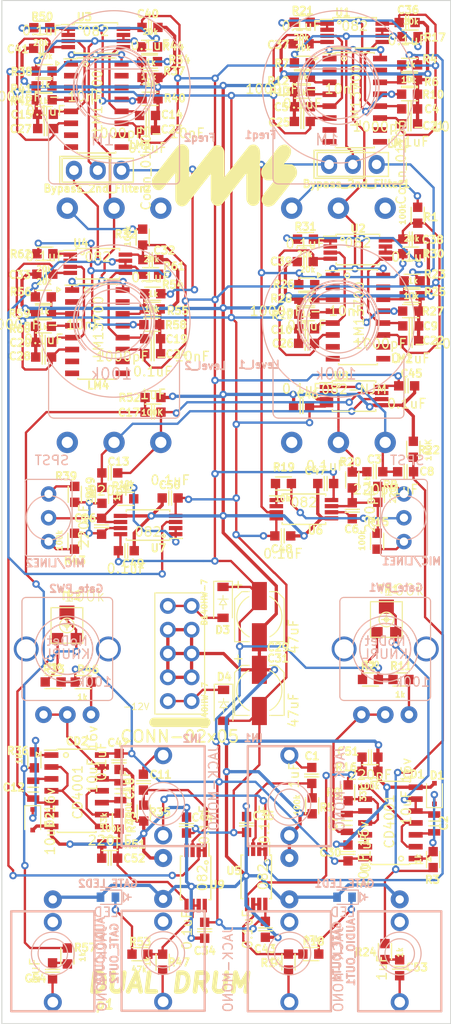
<source format=kicad_pcb>
(kicad_pcb (version 20171130) (host pcbnew "(5.1.2-1)-1")
  (layers (0 F.Cu signal) (31 B.Cu signal) (34 B.Paste user) (35 F.Paste user) (36 B.SilkS user hide) (37 F.SilkS user) (38 B.Mask user) (39 F.Mask user) (44 Edge.Cuts user))
  (net 0 "")
  (net 1 "Net-(AUDIO_OUT1-Pad3)")
  (net 2 GND)
  (net 3 "Net-(AUDIO_OUT1-Pad1)")
  (net 4 "Net-(AUDIO_OUT2-Pad3)")
  (net 5 "Net-(AUDIO_OUT2-Pad1)")
  (net 6 "Net-(C1-Pad2)")
  (net 7 "Net-(C1-Pad1)")
  (net 8 "Net-(C2-Pad2)")
  (net 9 "Net-(C2-Pad1)")
  (net 10 "Net-(C3-Pad2)")
  (net 11 "Net-(C3-Pad1)")
  (net 12 "Net-(C4-Pad1)")
  (net 13 "Net-(C5-Pad1)")
  (net 14 "Net-(C6-Pad2)")
  (net 15 "Net-(C6-Pad1)")
  (net 16 "Net-(C7-Pad2)")
  (net 17 "Net-(C7-Pad1)")
  (net 18 "Net-(C8-Pad2)")
  (net 19 "Net-(C9-Pad1)")
  (net 20 "Net-(C10-Pad1)")
  (net 21 "Net-(C11-Pad2)")
  (net 22 "Net-(C11-Pad1)")
  (net 23 "Net-(C12-Pad2)")
  (net 24 "Net-(C12-Pad1)")
  (net 25 "Net-(C13-Pad2)")
  (net 26 "Net-(C13-Pad1)")
  (net 27 "Net-(C14-Pad1)")
  (net 28 "Net-(C15-Pad1)")
  (net 29 "Net-(C16-Pad2)")
  (net 30 "Net-(C16-Pad1)")
  (net 31 "Net-(C17-Pad2)")
  (net 32 "Net-(C18-Pad2)")
  (net 33 "Net-(C18-Pad1)")
  (net 34 "Net-(C19-Pad1)")
  (net 35 "Net-(C20-Pad1)")
  (net 36 +12V)
  (net 37 -12VA)
  (net 38 "Net-(D3-Pad2)")
  (net 39 "Net-(D4-Pad1)")
  (net 40 "Net-(Freq1-Pad3)")
  (net 41 "Net-(Freq1-Pad2)")
  (net 42 "Net-(Freq1-Pad1)")
  (net 43 "Net-(GATE_LED1-Pad1)")
  (net 44 "Net-(GATE_LED2-Pad1)")
  (net 45 "Net-(GATE_OUT1-Pad3)")
  (net 46 "Net-(GATE_OUT1-Pad1)")
  (net 47 "Net-(GATE_OUT2-Pad3)")
  (net 48 "Net-(GATE_OUT2-Pad1)")
  (net 49 "Net-(Level_1-Pad3)")
  (net 50 "Net-(MIC/LINE1-Pad3)")
  (net 51 "Net-(MIC/LINE1-Pad1)")
  (net 52 "Net-(MIC/LINE2-Pad3)")
  (net 53 "Net-(MIC/LINE2-Pad1)")
  (net 54 "Net-(R2-Pad1)")
  (net 55 "Net-(Bypass_2nd_Filter1-Pad2)")
  (net 56 "Net-(R14-Pad2)")
  (net 57 "Net-(R19-Pad2)")
  (net 58 "Net-(R21-Pad1)")
  (net 59 "Net-(Bypass_2nd_Filter1-Pad3)")
  (net 60 "Net-(Bypass_2nd_Filter1-Pad1)")
  (net 61 "Net-(R31-Pad1)")
  (net 62 "Net-(R33-Pad1)")
  (net 63 "Net-(R34-Pad1)")
  (net 64 "Net-(Bypass_2nd_Filter2-Pad2)")
  (net 65 "Net-(R47-Pad2)")
  (net 66 "Net-(R48-Pad2)")
  (net 67 "Net-(R50-Pad1)")
  (net 68 "Net-(Bypass_2nd_Filter2-Pad3)")
  (net 69 "Net-(Bypass_2nd_Filter2-Pad1)")
  (net 70 "Net-(R62-Pad1)")
  (net 71 "Net-(Gate_PW1-Pad1)")
  (net 72 "Net-(Gate_PW2-Pad1)")
  (net 73 "Net-(Level_2-Pad3)")
  (net 74 "Net-(Freq2-Pad3)")
  (net 75 "Net-(Freq2-Pad2)")
  (net 76 "Net-(Freq2-Pad1)")
  (net 77 "Net-(IN2-Pad3)")
  (net 78 "Net-(CD1-Pad11)")
  (net 79 "Net-(CD1-Pad2)")
  (net 80 "Net-(CD1-Pad1)")
  (net 81 "Net-(CD2-Pad11)")
  (net 82 "Net-(CD2-Pad2)")
  (net 83 "Net-(CD2-Pad1)")
  (net 84 "Net-(LM1-Pad15)")
  (net 85 "Net-(LM1-Pad14)")
  (net 86 "Net-(LM1-Pad13)")
  (net 87 "Net-(LM1-Pad10)")
  (net 88 "Net-(LM1-Pad9)")
  (net 89 "Net-(LM1-Pad8)")
  (net 90 "Net-(LM1-Pad7)")
  (net 91 "Net-(LM1-Pad4)")
  (net 92 "Net-(LM1-Pad3)")
  (net 93 "Net-(LM1-Pad2)")
  (net 94 "Net-(LM2-Pad15)")
  (net 95 "Net-(LM2-Pad14)")
  (net 96 "Net-(LM2-Pad13)")
  (net 97 "Net-(LM2-Pad10)")
  (net 98 "Net-(LM2-Pad9)")
  (net 99 "Net-(LM2-Pad8)")
  (net 100 "Net-(LM2-Pad7)")
  (net 101 "Net-(LM2-Pad4)")
  (net 102 "Net-(LM2-Pad3)")
  (net 103 "Net-(LM2-Pad2)")
  (net 104 "Net-(LM3-Pad15)")
  (net 105 "Net-(LM3-Pad14)")
  (net 106 "Net-(LM3-Pad13)")
  (net 107 "Net-(LM3-Pad10)")
  (net 108 "Net-(LM3-Pad9)")
  (net 109 "Net-(LM3-Pad8)")
  (net 110 "Net-(LM3-Pad7)")
  (net 111 "Net-(LM3-Pad4)")
  (net 112 "Net-(LM3-Pad3)")
  (net 113 "Net-(LM3-Pad2)")
  (net 114 "Net-(LM4-Pad15)")
  (net 115 "Net-(LM4-Pad14)")
  (net 116 "Net-(LM4-Pad13)")
  (net 117 "Net-(LM4-Pad10)")
  (net 118 "Net-(LM4-Pad9)")
  (net 119 "Net-(LM4-Pad8)")
  (net 120 "Net-(LM4-Pad7)")
  (net 121 "Net-(LM4-Pad4)")
  (net 122 "Net-(LM4-Pad3)")
  (net 123 "Net-(LM4-Pad2)")
  (net 124 "Net-(C51-Pad1)")
  (net 125 "Net-(C52-Pad1)")
  (net 126 "Net-(C53-Pad1)")
  (net 127 "Net-(C54-Pad1)")
  (module 4ms_Symbol:4msLogo_15.5x6.6mm (layer F.Cu) (at 23.7998 -90.59164)
    (fp_text reference G*** hide)
    (fp_text value LOGO hide)
  )
  (module 4ms_Package_SSOP:TSSOP-8_4.4x3mm_Pitch0.65mm (layer F.Cu) (at 37.6682 -66.9925)
    (fp_text reference U8 (at -1.3843 -2.159) (layer F.SilkS) (effects (font (size 0.8 0.8) (thickness 0.2))))
    (fp_text value 082-NJM (at 0 -0.725) (layer F.SilkS))
    (pad 8 smd rect (at 2.95 -0.975) (size 1.45 0.45) (layers F.Cu F.Paste F.Mask) (net 36 +12V) (clearance 0.1))
    (pad 7 smd rect (at 2.95 -0.325) (size 1.45 0.45) (layers F.Cu F.Paste F.Mask) (net 25 "Net-(C13-Pad2)") (clearance 0.1))
    (pad 6 smd rect (at 2.95 0.325) (size 1.45 0.45) (layers F.Cu F.Paste F.Mask) (net 26 "Net-(C13-Pad1)") (clearance 0.1))
    (pad 5 smd rect (at 2.95 0.975) (size 1.45 0.45) (layers F.Cu F.Paste F.Mask) (net 2 GND) (clearance 0.1))
    (pad 4 smd rect (at -2.95 0.975) (size 1.45 0.45) (layers F.Cu F.Paste F.Mask) (net 37 -12VA) (clearance 0.1))
    (pad 3 smd rect (at -2.95 0.325) (size 1.45 0.45) (layers F.Cu F.Paste F.Mask) (net 2 GND) (clearance 0.1))
    (pad 2 smd rect (at -2.95 -0.325) (size 1.45 0.45) (layers F.Cu F.Paste F.Mask) (net 11 "Net-(C3-Pad1)") (clearance 0.1))
    (pad 1 smd rect (at -2.95 -0.975) (size 1.45 0.45) (layers F.Cu F.Paste F.Mask) (net 10 "Net-(C3-Pad2)") (clearance 0.1))
  )
  (module 4ms_Capacitor:C_0603 (layer F.Cu) (at 4.2515 -104.1155 180)
    (fp_text reference C41 (at 2.537 -0.0898) (layer F.SilkS) (effects (font (size 0.8 0.8) (thickness 0.2))))
    (fp_text value 0.1uF (at 0 1.9) (layer F.SilkS) (effects (font (size 1.016 1.016) (thickness 0.1524))))
    (pad 2 smd rect (at 0.85 0 180) (size 1 1) (layers F.Cu F.Paste F.Mask) (net 2 GND))
    (pad 1 smd rect (at -0.85 0 180) (size 1 1) (layers F.Cu F.Paste F.Mask) (net 37 -12VA))
  )
  (module 4ms_Capacitor:C_0603 (layer F.Cu) (at 5.4229 -5.6388 270)
    (fp_text reference C54 (at 0.8128 1.8161 180) (layer F.SilkS) (effects (font (size 0.8 0.8) (thickness 0.2))))
    (fp_text value 1uF (at 0 1.9 90) (layer F.SilkS) (effects (font (size 1.016 1.016) (thickness 0.1524))))
    (pad 2 smd rect (at 0.85 0 270) (size 1 1) (layers F.Cu F.Paste F.Mask) (net 5 "Net-(AUDIO_OUT2-Pad1)"))
    (pad 1 smd rect (at -0.85 0 270) (size 1 1) (layers F.Cu F.Paste F.Mask) (net 127 "Net-(C54-Pad1)"))
  )
  (module 4ms_Capacitor:C_0603 (layer F.Cu) (at 42.545 -5.969 270)
    (fp_text reference C53 (at -0.0381 -1.8415 180) (layer F.SilkS) (effects (font (size 0.8 0.8) (thickness 0.2))))
    (fp_text value 1uF (at 0 1.9 90) (layer F.SilkS) (effects (font (size 1.016 1.016) (thickness 0.1524))))
    (pad 2 smd rect (at 0.85 0 270) (size 1 1) (layers F.Cu F.Paste F.Mask) (net 3 "Net-(AUDIO_OUT1-Pad1)"))
    (pad 1 smd rect (at -0.85 0 270) (size 1 1) (layers F.Cu F.Paste F.Mask) (net 126 "Net-(C53-Pad1)"))
  )
  (module 4ms_Capacitor:C_0603 (layer F.Cu) (at 11.5316 -17.6657 180)
    (fp_text reference C52 (at -2.6416 -0.0254) (layer F.SilkS) (effects (font (size 0.8 0.8) (thickness 0.2))))
    (fp_text value 220pF (at 0 1.9) (layer F.SilkS) (effects (font (size 1.016 1.016) (thickness 0.1524))))
    (pad 2 smd rect (at 0.85 0 180) (size 1 1) (layers F.Cu F.Paste F.Mask) (net 2 GND))
    (pad 1 smd rect (at -0.85 0 180) (size 1 1) (layers F.Cu F.Paste F.Mask) (net 125 "Net-(C52-Pad1)"))
  )
  (module 4ms_Capacitor:C_0603 (layer F.Cu) (at 39.37 -28.448)
    (fp_text reference C51 (at -2.3495 -0.6096) (layer F.SilkS) (effects (font (size 0.8 0.8) (thickness 0.2))))
    (fp_text value 220pF (at 0 1.9) (layer F.SilkS) (effects (font (size 1.016 1.016) (thickness 0.1524))))
    (pad 2 smd rect (at 0.85 0) (size 1 1) (layers F.Cu F.Paste F.Mask) (net 2 GND))
    (pad 1 smd rect (at -0.85 0) (size 1 1) (layers F.Cu F.Paste F.Mask) (net 124 "Net-(C51-Pad1)"))
  )
  (module 4ms_Package_SSOP:TSSOP-8_4.4x3mm_Pitch0.65mm (layer F.Cu) (at 20.7264 -15.5575 270)
    (fp_text reference U9 (at 0.7239 -2.2987 180) (layer F.SilkS) (effects (font (size 0.8 0.8) (thickness 0.2))))
    (fp_text value 082 (at 0 -0.725 90) (layer F.SilkS))
    (pad 8 smd rect (at 2.95 -0.975 270) (size 1.45 0.45) (layers F.Cu F.Paste F.Mask) (net 36 +12V) (clearance 0.1))
    (pad 7 smd rect (at 2.95 -0.325 270) (size 1.45 0.45) (layers F.Cu F.Paste F.Mask) (net 65 "Net-(R47-Pad2)") (clearance 0.1))
    (pad 6 smd rect (at 2.95 0.325 270) (size 1.45 0.45) (layers F.Cu F.Paste F.Mask) (net 65 "Net-(R47-Pad2)") (clearance 0.1))
    (pad 5 smd rect (at 2.95 0.975 270) (size 1.45 0.45) (layers F.Cu F.Paste F.Mask) (net 125 "Net-(C52-Pad1)") (clearance 0.1))
    (pad 4 smd rect (at -2.95 0.975 270) (size 1.45 0.45) (layers F.Cu F.Paste F.Mask) (net 37 -12VA) (clearance 0.1))
    (pad 3 smd rect (at -2.95 0.325 270) (size 1.45 0.45) (layers F.Cu F.Paste F.Mask) (net 21 "Net-(C11-Pad2)") (clearance 0.1))
    (pad 2 smd rect (at -2.95 -0.325 270) (size 1.45 0.45) (layers F.Cu F.Paste F.Mask) (net 63 "Net-(R34-Pad1)") (clearance 0.1))
    (pad 1 smd rect (at -2.95 -0.975 270) (size 1.45 0.45) (layers F.Cu F.Paste F.Mask) (net 63 "Net-(R34-Pad1)") (clearance 0.1))
  )
  (module 4ms_Package_SSOP:TSSOP-8_4.4x3mm_Pitch0.65mm (layer F.Cu) (at 27.2034 -15.6718 270)
    (fp_text reference U5 (at -0.6477 2.3749 180) (layer F.SilkS) (effects (font (size 0.8 0.8) (thickness 0.2))))
    (fp_text value 082 (at 0 -0.725 90) (layer F.SilkS))
    (pad 8 smd rect (at 2.95 -0.975 270) (size 1.45 0.45) (layers F.Cu F.Paste F.Mask) (net 36 +12V) (clearance 0.1))
    (pad 7 smd rect (at 2.95 -0.325 270) (size 1.45 0.45) (layers F.Cu F.Paste F.Mask) (net 56 "Net-(R14-Pad2)") (clearance 0.1))
    (pad 6 smd rect (at 2.95 0.325 270) (size 1.45 0.45) (layers F.Cu F.Paste F.Mask) (net 56 "Net-(R14-Pad2)") (clearance 0.1))
    (pad 5 smd rect (at 2.95 0.975 270) (size 1.45 0.45) (layers F.Cu F.Paste F.Mask) (net 124 "Net-(C51-Pad1)") (clearance 0.1))
    (pad 4 smd rect (at -2.95 0.975 270) (size 1.45 0.45) (layers F.Cu F.Paste F.Mask) (net 37 -12VA) (clearance 0.1))
    (pad 3 smd rect (at -2.95 0.325 270) (size 1.45 0.45) (layers F.Cu F.Paste F.Mask) (net 6 "Net-(C1-Pad2)") (clearance 0.1))
    (pad 2 smd rect (at -2.95 -0.325 270) (size 1.45 0.45) (layers F.Cu F.Paste F.Mask) (net 77 "Net-(IN2-Pad3)") (clearance 0.1))
    (pad 1 smd rect (at -2.95 -0.975 270) (size 1.45 0.45) (layers F.Cu F.Paste F.Mask) (net 77 "Net-(IN2-Pad3)") (clearance 0.1))
  )
  (module 4ms_Package_SSOP:TSSOP-8_4.4x3mm_Pitch0.65mm (layer F.Cu) (at 15.638 -53.2251 180)
    (fp_text reference U7 (at -1.1006 -2.4632) (layer F.SilkS) (effects (font (size 0.8 0.8) (thickness 0.2))))
    (fp_text value 082 (at 0 -0.725) (layer F.SilkS))
    (pad 8 smd rect (at 2.95 -0.975 180) (size 1.45 0.45) (layers F.Cu F.Paste F.Mask) (net 36 +12V) (clearance 0.1))
    (pad 7 smd rect (at 2.95 -0.325 180) (size 1.45 0.45) (layers F.Cu F.Paste F.Mask) (net 29 "Net-(C16-Pad2)") (clearance 0.1))
    (pad 6 smd rect (at 2.95 0.325 180) (size 1.45 0.45) (layers F.Cu F.Paste F.Mask) (net 30 "Net-(C16-Pad1)") (clearance 0.1))
    (pad 5 smd rect (at 2.95 0.975 180) (size 1.45 0.45) (layers F.Cu F.Paste F.Mask) (net 2 GND) (clearance 0.1))
    (pad 4 smd rect (at -2.95 0.975 180) (size 1.45 0.45) (layers F.Cu F.Paste F.Mask) (net 37 -12VA) (clearance 0.1))
    (pad 3 smd rect (at -2.95 0.325 180) (size 1.45 0.45) (layers F.Cu F.Paste F.Mask) (net 69 "Net-(Bypass_2nd_Filter2-Pad1)") (clearance 0.1))
    (pad 2 smd rect (at -2.95 -0.325 180) (size 1.45 0.45) (layers F.Cu F.Paste F.Mask) (net 66 "Net-(R48-Pad2)") (clearance 0.1))
    (pad 1 smd rect (at -2.95 -0.975 180) (size 1.45 0.45) (layers F.Cu F.Paste F.Mask) (net 66 "Net-(R48-Pad2)") (clearance 0.1))
  )
  (module 4ms_Package_SSOP:TSSOP-8_4.4x3mm_Pitch0.65mm (layer F.Cu) (at 32.3054 -54.9164)
    (fp_text reference U6 (at 1.2353 2.2622) (layer F.SilkS) (effects (font (size 0.8 0.8) (thickness 0.2))))
    (fp_text value 082 (at 0 -0.725) (layer F.SilkS))
    (pad 8 smd rect (at 2.95 -0.975) (size 1.45 0.45) (layers F.Cu F.Paste F.Mask) (net 36 +12V) (clearance 0.1))
    (pad 7 smd rect (at 2.95 -0.325) (size 1.45 0.45) (layers F.Cu F.Paste F.Mask) (net 14 "Net-(C6-Pad2)") (clearance 0.1))
    (pad 6 smd rect (at 2.95 0.325) (size 1.45 0.45) (layers F.Cu F.Paste F.Mask) (net 15 "Net-(C6-Pad1)") (clearance 0.1))
    (pad 5 smd rect (at 2.95 0.975) (size 1.45 0.45) (layers F.Cu F.Paste F.Mask) (net 2 GND) (clearance 0.1))
    (pad 4 smd rect (at -2.95 0.975) (size 1.45 0.45) (layers F.Cu F.Paste F.Mask) (net 37 -12VA) (clearance 0.1))
    (pad 3 smd rect (at -2.95 0.325) (size 1.45 0.45) (layers F.Cu F.Paste F.Mask) (net 60 "Net-(Bypass_2nd_Filter1-Pad1)") (clearance 0.1))
    (pad 2 smd rect (at -2.95 -0.325) (size 1.45 0.45) (layers F.Cu F.Paste F.Mask) (net 57 "Net-(R19-Pad2)") (clearance 0.1))
    (pad 1 smd rect (at -2.95 -0.975) (size 1.45 0.45) (layers F.Cu F.Paste F.Mask) (net 57 "Net-(R19-Pad2)") (clearance 0.1))
  )
  (module 4ms_Package_SSOP:TSSOP-8_4.4x3mm_Pitch0.65mm (layer F.Cu) (at 10.2658 -81.1155)
    (fp_text reference U4 (at -1.8203 -2.1965) (layer F.SilkS) (effects (font (size 0.8 0.8) (thickness 0.2))))
    (fp_text value 082 (at 0 -0.725) (layer F.SilkS))
    (pad 8 smd rect (at 2.95 -0.975) (size 1.45 0.45) (layers F.Cu F.Paste F.Mask) (net 36 +12V) (clearance 0.1))
    (pad 7 smd rect (at 2.95 -0.325) (size 1.45 0.45) (layers F.Cu F.Paste F.Mask) (net 69 "Net-(Bypass_2nd_Filter2-Pad1)") (clearance 0.1))
    (pad 6 smd rect (at 2.95 0.325) (size 1.45 0.45) (layers F.Cu F.Paste F.Mask) (net 69 "Net-(Bypass_2nd_Filter2-Pad1)") (clearance 0.1))
    (pad 5 smd rect (at 2.95 0.975) (size 1.45 0.45) (layers F.Cu F.Paste F.Mask) (net 34 "Net-(C19-Pad1)") (clearance 0.1))
    (pad 4 smd rect (at -2.95 0.975) (size 1.45 0.45) (layers F.Cu F.Paste F.Mask) (net 37 -12VA) (clearance 0.1))
    (pad 3 smd rect (at -2.95 0.325) (size 1.45 0.45) (layers F.Cu F.Paste F.Mask) (net 35 "Net-(C20-Pad1)") (clearance 0.1))
    (pad 2 smd rect (at -2.95 -0.325) (size 1.45 0.45) (layers F.Cu F.Paste F.Mask) (net 70 "Net-(R62-Pad1)") (clearance 0.1))
    (pad 1 smd rect (at -2.95 -0.975) (size 1.45 0.45) (layers F.Cu F.Paste F.Mask) (net 70 "Net-(R62-Pad1)") (clearance 0.1))
  )
  (module 4ms_Package_SSOP:TSSOP-8_4.4x3mm_Pitch0.65mm (layer F.Cu) (at 10.0515 -105.2155)
    (fp_text reference U3 (at -1.225 -2.2392) (layer F.SilkS) (effects (font (size 0.8 0.8) (thickness 0.2))))
    (fp_text value 082 (at 0 -0.725) (layer F.SilkS))
    (pad 8 smd rect (at 2.95 -0.975) (size 1.45 0.45) (layers F.Cu F.Paste F.Mask) (net 36 +12V) (clearance 0.1))
    (pad 7 smd rect (at 2.95 -0.325) (size 1.45 0.45) (layers F.Cu F.Paste F.Mask) (net 64 "Net-(Bypass_2nd_Filter2-Pad2)") (clearance 0.1))
    (pad 6 smd rect (at 2.95 0.325) (size 1.45 0.45) (layers F.Cu F.Paste F.Mask) (net 64 "Net-(Bypass_2nd_Filter2-Pad2)") (clearance 0.1))
    (pad 5 smd rect (at 2.95 0.975) (size 1.45 0.45) (layers F.Cu F.Paste F.Mask) (net 27 "Net-(C14-Pad1)") (clearance 0.1))
    (pad 4 smd rect (at -2.95 0.975) (size 1.45 0.45) (layers F.Cu F.Paste F.Mask) (net 37 -12VA) (clearance 0.1))
    (pad 3 smd rect (at -2.95 0.325) (size 1.45 0.45) (layers F.Cu F.Paste F.Mask) (net 28 "Net-(C15-Pad1)") (clearance 0.1))
    (pad 2 smd rect (at -2.95 -0.325) (size 1.45 0.45) (layers F.Cu F.Paste F.Mask) (net 67 "Net-(R50-Pad1)") (clearance 0.1))
    (pad 1 smd rect (at -2.95 -0.975) (size 1.45 0.45) (layers F.Cu F.Paste F.Mask) (net 67 "Net-(R50-Pad1)") (clearance 0.1))
  )
  (module 4ms_Package_SSOP:TSSOP-8_4.4x3mm_Pitch0.65mm (layer F.Cu) (at 38.0786 -82.6319)
    (fp_text reference U2 (at 0.0214 -2.2422) (layer F.SilkS) (effects (font (size 0.8 0.8) (thickness 0.2))))
    (fp_text value 082 (at 0 -0.725) (layer F.SilkS))
    (pad 8 smd rect (at 2.95 -0.975) (size 1.45 0.45) (layers F.Cu F.Paste F.Mask) (net 36 +12V) (clearance 0.1))
    (pad 7 smd rect (at 2.95 -0.325) (size 1.45 0.45) (layers F.Cu F.Paste F.Mask) (net 60 "Net-(Bypass_2nd_Filter1-Pad1)") (clearance 0.1))
    (pad 6 smd rect (at 2.95 0.325) (size 1.45 0.45) (layers F.Cu F.Paste F.Mask) (net 60 "Net-(Bypass_2nd_Filter1-Pad1)") (clearance 0.1))
    (pad 5 smd rect (at 2.95 0.975) (size 1.45 0.45) (layers F.Cu F.Paste F.Mask) (net 19 "Net-(C9-Pad1)") (clearance 0.1))
    (pad 4 smd rect (at -2.95 0.975) (size 1.45 0.45) (layers F.Cu F.Paste F.Mask) (net 37 -12VA) (clearance 0.1))
    (pad 3 smd rect (at -2.95 0.325) (size 1.45 0.45) (layers F.Cu F.Paste F.Mask) (net 20 "Net-(C10-Pad1)") (clearance 0.1))
    (pad 2 smd rect (at -2.95 -0.325) (size 1.45 0.45) (layers F.Cu F.Paste F.Mask) (net 61 "Net-(R31-Pad1)") (clearance 0.1))
    (pad 1 smd rect (at -2.95 -0.975) (size 1.45 0.45) (layers F.Cu F.Paste F.Mask) (net 61 "Net-(R31-Pad1)") (clearance 0.1))
  )
  (module 4ms_Package_SSOP:TSSOP-8_4.4x3mm_Pitch0.65mm (layer F.Cu) (at 37.7361 -105.76566)
    (fp_text reference U1 (at -1.2744 -2.17164) (layer F.SilkS) (effects (font (size 0.8 0.8) (thickness 0.2))))
    (fp_text value 082 (at 0 -0.725) (layer F.SilkS))
    (pad 8 smd rect (at 2.95 -0.975) (size 1.45 0.45) (layers F.Cu F.Paste F.Mask) (net 36 +12V) (clearance 0.1))
    (pad 7 smd rect (at 2.95 -0.325) (size 1.45 0.45) (layers F.Cu F.Paste F.Mask) (net 55 "Net-(Bypass_2nd_Filter1-Pad2)") (clearance 0.1))
    (pad 6 smd rect (at 2.95 0.325) (size 1.45 0.45) (layers F.Cu F.Paste F.Mask) (net 55 "Net-(Bypass_2nd_Filter1-Pad2)") (clearance 0.1))
    (pad 5 smd rect (at 2.95 0.975) (size 1.45 0.45) (layers F.Cu F.Paste F.Mask) (net 12 "Net-(C4-Pad1)") (clearance 0.1))
    (pad 4 smd rect (at -2.95 0.975) (size 1.45 0.45) (layers F.Cu F.Paste F.Mask) (net 37 -12VA) (clearance 0.1))
    (pad 3 smd rect (at -2.95 0.325) (size 1.45 0.45) (layers F.Cu F.Paste F.Mask) (net 13 "Net-(C5-Pad1)") (clearance 0.1))
    (pad 2 smd rect (at -2.95 -0.325) (size 1.45 0.45) (layers F.Cu F.Paste F.Mask) (net 58 "Net-(R21-Pad1)") (clearance 0.1))
    (pad 1 smd rect (at -2.95 -0.975) (size 1.45 0.45) (layers F.Cu F.Paste F.Mask) (net 58 "Net-(R21-Pad1)") (clearance 0.1))
  )
  (module 4ms_Potentiometer:Pot_Trim_SMT_TC33X (layer F.Cu) (at 6.9596 -42.5069)
    (fp_text reference TR2 (at -0.8001 -2.6924) (layer F.SilkS) (effects (font (size 0.8 0.8) (thickness 0.2)) (justify left bottom)))
    (fp_text value 100k (at -0.4 -2.45) (layer F.SilkS) (effects (font (size 1.2065 1.2065) (thickness 0.1016)) (justify left bottom)))
    (pad 3 smd rect (at 1 1.4) (size 1.2 1.2) (layers F.Cu F.Paste F.Mask) (net 23 "Net-(C12-Pad2)"))
    (pad 1 smd rect (at -1 1.4) (size 1.2 1.2) (layers F.Cu F.Paste F.Mask) (net 62 "Net-(R33-Pad1)"))
    (pad 2 smd rect (at 0 -1.375) (size 1.6 1.5) (layers F.Cu F.Paste F.Mask) (net 23 "Net-(C12-Pad2)"))
  )
  (module 4ms_Potentiometer:Pot_Trim_SMT_TC33X (layer F.Cu) (at 41.1226 -43.1419)
    (fp_text reference TR1 (at -0.9525 -2.7559) (layer F.SilkS) (effects (font (size 0.8 0.8) (thickness 0.2)) (justify left bottom)))
    (fp_text value 100k (at -0.4 -2.45) (layer F.SilkS) (effects (font (size 1.2065 1.2065) (thickness 0.1016)) (justify left bottom)))
    (pad 3 smd rect (at 1 1.4) (size 1.2 1.2) (layers F.Cu F.Paste F.Mask) (net 8 "Net-(C2-Pad2)"))
    (pad 1 smd rect (at -1 1.4) (size 1.2 1.2) (layers F.Cu F.Paste F.Mask) (net 54 "Net-(R2-Pad1)"))
    (pad 2 smd rect (at 0 -1.375) (size 1.6 1.5) (layers F.Cu F.Paste F.Mask) (net 8 "Net-(C2-Pad2)"))
  )
  (module 4ms_Resistor:R_0603 (layer F.Cu) (at 4.6058 -82.1855 180)
    (fp_text reference R62 (at 2.5992 -0.0419) (layer F.SilkS) (effects (font (size 0.8 0.8) (thickness 0.2))))
    (fp_text value 20k (at 0.09 -1.61) (layer F.SilkS) (effects (font (size 0.6 0.6))))
    (pad 1 smd rect (at -0.85 0 180) (size 1 1) (layers F.Cu F.Paste F.Mask) (net 70 "Net-(R62-Pad1)"))
    (pad 2 smd rect (at 0.85 0 180) (size 1 1) (layers F.Cu F.Paste F.Mask) (net 116 "Net-(LM4-Pad13)"))
  )
  (module 4ms_Resistor:R_0603 (layer F.Cu) (at 15.9158 -79.9955)
    (fp_text reference R61 (at 2.5119 -0.8527) (layer F.SilkS) (effects (font (size 0.8 0.8) (thickness 0.2))))
    (fp_text value 20k (at 0.09 -1.61) (layer F.SilkS) (effects (font (size 0.6 0.6))))
    (pad 1 smd rect (at -0.85 0) (size 1 1) (layers F.Cu F.Paste F.Mask) (net 69 "Net-(Bypass_2nd_Filter2-Pad1)"))
    (pad 2 smd rect (at 0.85 0) (size 1 1) (layers F.Cu F.Paste F.Mask) (net 116 "Net-(LM4-Pad13)"))
  )
  (module 4ms_Resistor:R_0603 (layer F.Cu) (at 4.4458 -74.4355)
    (fp_text reference R60 (at -2.5154 0.2548) (layer F.SilkS) (effects (font (size 0.8 0.8) (thickness 0.2))))
    (fp_text value 1k (at 0.09 -1.61) (layer F.SilkS) (effects (font (size 0.6 0.6))))
    (pad 1 smd rect (at -0.85 0) (size 1 1) (layers F.Cu F.Paste F.Mask) (net 2 GND))
    (pad 2 smd rect (at 0.85 0) (size 1 1) (layers F.Cu F.Paste F.Mask) (net 121 "Net-(LM4-Pad4)"))
  )
  (module 4ms_Resistor:R_0603 (layer F.Cu) (at 4.4558 -76.0055 180)
    (fp_text reference R59 (at 2.5635 -0.2119) (layer F.SilkS) (effects (font (size 0.8 0.8) (thickness 0.2))))
    (fp_text value 1k (at 0.09 -1.61) (layer F.SilkS) (effects (font (size 0.6 0.6))))
    (pad 1 smd rect (at -0.85 0 180) (size 1 1) (layers F.Cu F.Paste F.Mask) (net 122 "Net-(LM4-Pad3)"))
    (pad 2 smd rect (at 0.85 0 180) (size 1 1) (layers F.Cu F.Paste F.Mask) (net 2 GND))
  )
  (module 4ms_Resistor:R_0603 (layer F.Cu) (at 16.0358 -74.6155)
    (fp_text reference R58 (at 2.5824 0.0411) (layer F.SilkS) (effects (font (size 0.8 0.8) (thickness 0.2))))
    (fp_text value 1k (at 0.09 -1.61) (layer F.SilkS) (effects (font (size 0.6 0.6))))
    (pad 1 smd rect (at -0.85 0) (size 1 1) (layers F.Cu F.Paste F.Mask) (net 116 "Net-(LM4-Pad13)"))
    (pad 2 smd rect (at 0.85 0) (size 1 1) (layers F.Cu F.Paste F.Mask) (net 2 GND))
  )
  (module 4ms_Resistor:R_0603 (layer F.Cu) (at 7.0104 -7.2263 270)
    (fp_text reference R57 (at -0.889 -1.8796 180) (layer F.SilkS) (effects (font (size 0.8 0.8) (thickness 0.2))))
    (fp_text value 1k (at 0.09 -1.61 90) (layer F.SilkS) (effects (font (size 0.6 0.6))))
    (pad 1 smd rect (at -0.85 0 270) (size 1 1) (layers F.Cu F.Paste F.Mask) (net 31 "Net-(C17-Pad2)"))
    (pad 2 smd rect (at 0.85 0 270) (size 1 1) (layers F.Cu F.Paste F.Mask) (net 127 "Net-(C54-Pad1)"))
  )
  (module 4ms_Resistor:R_0603 (layer F.Cu) (at 4.4358 -77.5755)
    (fp_text reference R56 (at -2.4292 -0.5422) (layer F.SilkS) (effects (font (size 0.8 0.8) (thickness 0.2))))
    (fp_text value 20k (at 0.09 -1.61) (layer F.SilkS) (effects (font (size 0.6 0.6))))
    (pad 1 smd rect (at -0.85 0) (size 1 1) (layers F.Cu F.Paste F.Mask) (net 69 "Net-(Bypass_2nd_Filter2-Pad1)"))
    (pad 2 smd rect (at 0.85 0) (size 1 1) (layers F.Cu F.Paste F.Mask) (net 122 "Net-(LM4-Pad3)"))
  )
  (module 4ms_Resistor:R_0603 (layer F.Cu) (at 16.0858 -76.2955)
    (fp_text reference R55 (at 2.7356 0.1971) (layer F.SilkS) (effects (font (size 0.8 0.8) (thickness 0.2))))
    (fp_text value 1k (at 0.09 -1.61) (layer F.SilkS) (effects (font (size 0.6 0.6))))
    (pad 1 smd rect (at -0.85 0) (size 1 1) (layers F.Cu F.Paste F.Mask) (net 115 "Net-(LM4-Pad14)"))
    (pad 2 smd rect (at 0.85 0) (size 1 1) (layers F.Cu F.Paste F.Mask) (net 2 GND))
  )
  (module 4ms_Resistor:R_0603 (layer F.Cu) (at 16.1458 -77.9155 180)
    (fp_text reference R54 (at -2.1422 0.9642) (layer F.SilkS) (effects (font (size 0.8 0.8) (thickness 0.2))))
    (fp_text value 10k (at 0.09 -1.61) (layer F.SilkS) (effects (font (size 0.6 0.6))))
    (pad 1 smd rect (at -0.85 0 180) (size 1 1) (layers F.Cu F.Paste F.Mask) (net 68 "Net-(Bypass_2nd_Filter2-Pad3)"))
    (pad 2 smd rect (at 0.85 0 180) (size 1 1) (layers F.Cu F.Paste F.Mask) (net 115 "Net-(LM4-Pad14)"))
  )
  (module 4ms_Resistor:R_0603 (layer F.Cu) (at 14.7701 -7.4168 180)
    (fp_text reference R53 (at -0.0254 1.3208) (layer F.SilkS) (effects (font (size 0.8 0.8) (thickness 0.2))))
    (fp_text value 47k (at 0.09 -1.61) (layer F.SilkS) (effects (font (size 0.6 0.6))))
    (pad 1 smd rect (at -0.85 0 180) (size 1 1) (layers F.Cu F.Paste F.Mask) (net 65 "Net-(R47-Pad2)"))
    (pad 2 smd rect (at 0.85 0 180) (size 1 1) (layers F.Cu F.Paste F.Mask) (net 44 "Net-(GATE_LED2-Pad1)"))
  )
  (module 4ms_Resistor:R_0603 (layer F.Cu) (at 16.1671 -66.8401 180)
    (fp_text reference R52 (at 2.5146 -0.0254) (layer F.SilkS) (effects (font (size 0.8 0.8) (thickness 0.2))))
    (fp_text value 100K (at 0.09 -1.61) (layer F.SilkS) (effects (font (size 0.6 0.6))))
    (pad 1 smd rect (at -0.85 0 180) (size 1 1) (layers F.Cu F.Paste F.Mask) (net 2 GND))
    (pad 2 smd rect (at 0.85 0 180) (size 1 1) (layers F.Cu F.Paste F.Mask) (net 31 "Net-(C17-Pad2)"))
  )
  (module 4ms_Resistor:R_0603 (layer F.Cu) (at 11.5443 -19.1897)
    (fp_text reference R51 (at 2.6797 0.0508) (layer F.SilkS) (effects (font (size 0.8 0.8) (thickness 0.2))))
    (fp_text value 100k (at 0.09 -1.61) (layer F.SilkS) (effects (font (size 0.6 0.6))))
    (pad 1 smd rect (at -0.85 0) (size 1 1) (layers F.Cu F.Paste F.Mask) (net 2 GND))
    (pad 2 smd rect (at 0.85 0) (size 1 1) (layers F.Cu F.Paste F.Mask) (net 125 "Net-(C52-Pad1)"))
  )
  (module 4ms_Resistor:R_0603 (layer F.Cu) (at 4.2715 -106.3155 180)
    (fp_text reference R50 (at -0.0465 1.19) (layer F.SilkS) (effects (font (size 0.8 0.8) (thickness 0.2))))
    (fp_text value 20k (at 0.09 -1.61) (layer F.SilkS) (effects (font (size 0.6 0.6))))
    (pad 1 smd rect (at -0.85 0 180) (size 1 1) (layers F.Cu F.Paste F.Mask) (net 67 "Net-(R50-Pad1)"))
    (pad 2 smd rect (at 0.85 0 180) (size 1 1) (layers F.Cu F.Paste F.Mask) (net 106 "Net-(LM3-Pad13)"))
  )
  (module 4ms_Resistor:R_0603 (layer F.Cu) (at 10.708 -56.3951 270)
    (fp_text reference R49 (at -0.8057 1.2211 270) (layer F.SilkS) (effects (font (size 0.8 0.8) (thickness 0.2))))
    (fp_text value 1k (at 0.09 -1.61 90) (layer F.SilkS) (effects (font (size 0.6 0.6))))
    (pad 1 smd rect (at -0.85 0 270) (size 1 1) (layers F.Cu F.Paste F.Mask) (net 26 "Net-(C13-Pad1)"))
    (pad 2 smd rect (at 0.85 0 270) (size 1 1) (layers F.Cu F.Paste F.Mask) (net 29 "Net-(C16-Pad2)"))
  )
  (module 4ms_Resistor:R_0603 (layer F.Cu) (at 13.258 -56.0251)
    (fp_text reference R48 (at -0.3548 -1.3281) (layer F.SilkS) (effects (font (size 0.8 0.8) (thickness 0.2))))
    (fp_text value 10k (at 0.09 -1.61) (layer F.SilkS) (effects (font (size 0.6 0.6))))
    (pad 1 smd rect (at -0.85 0) (size 1 1) (layers F.Cu F.Paste F.Mask) (net 30 "Net-(C16-Pad1)"))
    (pad 2 smd rect (at 0.85 0) (size 1 1) (layers F.Cu F.Paste F.Mask) (net 66 "Net-(R48-Pad2)"))
  )
  (module 4ms_Resistor:R_0603 (layer F.Cu) (at 17.1958 -6.565 90)
    (fp_text reference R47 (at -0.0245 1.7272 180) (layer F.SilkS) (effects (font (size 0.8 0.8) (thickness 0.2))))
    (fp_text value 1k (at 0.09 -1.61 90) (layer F.SilkS) (effects (font (size 0.6 0.6))))
    (pad 1 smd rect (at -0.85 0 90) (size 1 1) (layers F.Cu F.Paste F.Mask) (net 48 "Net-(GATE_OUT2-Pad1)"))
    (pad 2 smd rect (at 0.85 0 90) (size 1 1) (layers F.Cu F.Paste F.Mask) (net 65 "Net-(R47-Pad2)"))
  )
  (module 4ms_Resistor:R_0603 (layer F.Cu) (at 8.6995 -36.4617 180)
    (fp_text reference R46 (at -0.5207 1.3462) (layer F.SilkS) (effects (font (size 0.8 0.8) (thickness 0.2))))
    (fp_text value 1k (at 0.09 -1.61) (layer F.SilkS) (effects (font (size 0.6 0.6))))
    (pad 1 smd rect (at -0.85 0 180) (size 1 1) (layers F.Cu F.Paste F.Mask) (net 72 "Net-(Gate_PW2-Pad1)"))
    (pad 2 smd rect (at 0.85 0 180) (size 1 1) (layers F.Cu F.Paste F.Mask) (net 36 +12V))
  )
  (module 4ms_Resistor:R_0603 (layer F.Cu) (at 12.5222 -21.6154 90)
    (fp_text reference R45 (at -0.1143 1.3335 90) (layer F.SilkS) (effects (font (size 0.8 0.8) (thickness 0.2))))
    (fp_text value 33k (at 0.09 -1.61 90) (layer F.SilkS) (effects (font (size 0.6 0.6))))
    (pad 1 smd rect (at -0.85 0 90) (size 1 1) (layers F.Cu F.Paste F.Mask) (net 125 "Net-(C52-Pad1)"))
    (pad 2 smd rect (at 0.85 0 90) (size 1 1) (layers F.Cu F.Paste F.Mask) (net 81 "Net-(CD2-Pad11)"))
  )
  (module 4ms_Resistor:R_0603 (layer F.Cu) (at 15.8015 -104.2655)
    (fp_text reference R44 (at 2.5246 -0.0523) (layer F.SilkS) (effects (font (size 0.8 0.8) (thickness 0.2))))
    (fp_text value 20k (at 0.09 -1.61) (layer F.SilkS) (effects (font (size 0.6 0.6))))
    (pad 1 smd rect (at -0.85 0) (size 1 1) (layers F.Cu F.Paste F.Mask) (net 64 "Net-(Bypass_2nd_Filter2-Pad2)"))
    (pad 2 smd rect (at 0.85 0) (size 1 1) (layers F.Cu F.Paste F.Mask) (net 106 "Net-(LM3-Pad13)"))
  )
  (module 4ms_Resistor:R_0603 (layer F.Cu) (at 7.7724 -51.4985 90)
    (fp_text reference R43 (at -2.0574 0.0381 180) (layer F.SilkS) (effects (font (size 0.8 0.8) (thickness 0.2))))
    (fp_text value 100k (at 0.09 -1.61 90) (layer F.SilkS) (effects (font (size 0.6 0.6))))
    (pad 1 smd rect (at -0.85 0 90) (size 1 1) (layers F.Cu F.Paste F.Mask) (net 53 "Net-(MIC/LINE2-Pad1)"))
    (pad 2 smd rect (at 0.85 0 90) (size 1 1) (layers F.Cu F.Paste F.Mask) (net 29 "Net-(C16-Pad2)"))
  )
  (module 4ms_Resistor:R_0603 (layer F.Cu) (at 4.5315 -98.6155)
    (fp_text reference R42 (at -2.4995 0.1524) (layer F.SilkS) (effects (font (size 0.8 0.8) (thickness 0.2))))
    (fp_text value 1k (at 0.09 -1.61) (layer F.SilkS) (effects (font (size 0.6 0.6))))
    (pad 1 smd rect (at -0.85 0) (size 1 1) (layers F.Cu F.Paste F.Mask) (net 2 GND))
    (pad 2 smd rect (at 0.85 0) (size 1 1) (layers F.Cu F.Paste F.Mask) (net 111 "Net-(LM3-Pad4)"))
  )
  (module 4ms_Resistor:R_0603 (layer F.Cu) (at 4.5115 -100.1055 180)
    (fp_text reference R41 (at 2.4287 -0.3089) (layer F.SilkS) (effects (font (size 0.8 0.8) (thickness 0.2))))
    (fp_text value 1k (at 0.09 -1.61) (layer F.SilkS) (effects (font (size 0.6 0.6))))
    (pad 1 smd rect (at -0.85 0 180) (size 1 1) (layers F.Cu F.Paste F.Mask) (net 112 "Net-(LM3-Pad3)"))
    (pad 2 smd rect (at 0.85 0 180) (size 1 1) (layers F.Cu F.Paste F.Mask) (net 2 GND))
  )
  (module 4ms_Resistor:R_0603 (layer F.Cu) (at 15.8515 -98.7255)
    (fp_text reference R40 (at 2.6397 -0.0551) (layer F.SilkS) (effects (font (size 0.8 0.8) (thickness 0.2))))
    (fp_text value 1k (at 0.09 -1.61) (layer F.SilkS) (effects (font (size 0.6 0.6))))
    (pad 1 smd rect (at -0.85 0) (size 1 1) (layers F.Cu F.Paste F.Mask) (net 106 "Net-(LM3-Pad13)"))
    (pad 2 smd rect (at 0.85 0) (size 1 1) (layers F.Cu F.Paste F.Mask) (net 2 GND))
  )
  (module 4ms_Resistor:R_0603 (layer F.Cu) (at 7.7978 -56.5023 270)
    (fp_text reference R39 (at -1.9431 0.9271 180) (layer F.SilkS) (effects (font (size 0.8 0.8) (thickness 0.2))))
    (fp_text value 220 (at 0.09 -1.61 90) (layer F.SilkS) (effects (font (size 0.6 0.6))))
    (pad 1 smd rect (at -0.85 0 270) (size 1 1) (layers F.Cu F.Paste F.Mask) (net 52 "Net-(MIC/LINE2-Pad3)"))
    (pad 2 smd rect (at 0.85 0 270) (size 1 1) (layers F.Cu F.Paste F.Mask) (net 29 "Net-(C16-Pad2)"))
  )
  (module 4ms_Resistor:R_0603 (layer F.Cu) (at 4.5215 -101.6755)
    (fp_text reference R38 (at -2.4133 0.0628) (layer F.SilkS) (effects (font (size 0.8 0.8) (thickness 0.2))))
    (fp_text value 20k (at 0.09 -1.61) (layer F.SilkS) (effects (font (size 0.6 0.6))))
    (pad 1 smd rect (at -0.85 0) (size 1 1) (layers F.Cu F.Paste F.Mask) (net 64 "Net-(Bypass_2nd_Filter2-Pad2)"))
    (pad 2 smd rect (at 0.85 0) (size 1 1) (layers F.Cu F.Paste F.Mask) (net 112 "Net-(LM3-Pad3)"))
  )
  (module 4ms_Resistor:R_0603 (layer F.Cu) (at 15.8415 -101.0055)
    (fp_text reference R37 (at 2.5862 -0.6707) (layer F.SilkS) (effects (font (size 0.8 0.8) (thickness 0.2))))
    (fp_text value 1k (at 0.09 -1.61) (layer F.SilkS) (effects (font (size 0.6 0.6))))
    (pad 1 smd rect (at -0.85 0) (size 1 1) (layers F.Cu F.Paste F.Mask) (net 105 "Net-(LM3-Pad14)"))
    (pad 2 smd rect (at 0.85 0) (size 1 1) (layers F.Cu F.Paste F.Mask) (net 2 GND))
  )
  (module 4ms_Resistor:R_0603 (layer F.Cu) (at 3.4798 -28.1559 90)
    (fp_text reference R36 (at 0.9652 -1.7653) (layer F.SilkS) (effects (font (size 0.8 0.8) (thickness 0.2))))
    (fp_text value 1k (at 0.09 -1.61 90) (layer F.SilkS) (effects (font (size 0.6 0.6))))
    (pad 1 smd rect (at -0.85 0 90) (size 1 1) (layers F.Cu F.Paste F.Mask) (net 31 "Net-(C17-Pad2)"))
    (pad 2 smd rect (at 0.85 0 90) (size 1 1) (layers F.Cu F.Paste F.Mask) (net 83 "Net-(CD2-Pad1)"))
  )
  (module 4ms_Resistor:R_0603 (layer F.Cu) (at 15.1765 -22.479 90)
    (fp_text reference R35 (at 0.0889 1.7272 180) (layer F.SilkS) (effects (font (size 0.8 0.8) (thickness 0.2))))
    (fp_text value 100k (at 0.09 -1.61 90) (layer F.SilkS) (effects (font (size 0.6 0.6))))
    (pad 1 smd rect (at -0.85 0 90) (size 1 1) (layers F.Cu F.Paste F.Mask) (net 2 GND))
    (pad 2 smd rect (at 0.85 0 90) (size 1 1) (layers F.Cu F.Paste F.Mask) (net 21 "Net-(C11-Pad2)"))
  )
  (module 4ms_Resistor:R_0603 (layer F.Cu) (at 15.7915 -102.6955 180)
    (fp_text reference R34 (at -3.195 0.1999) (layer F.SilkS) (effects (font (size 0.8 0.8) (thickness 0.2))))
    (fp_text value 10k (at 0.09 -1.61) (layer F.SilkS) (effects (font (size 0.6 0.6))))
    (pad 1 smd rect (at -0.85 0 180) (size 1 1) (layers F.Cu F.Paste F.Mask) (net 63 "Net-(R34-Pad1)"))
    (pad 2 smd rect (at 0.85 0 180) (size 1 1) (layers F.Cu F.Paste F.Mask) (net 105 "Net-(LM3-Pad14)"))
  )
  (module 4ms_Resistor:R_0603 (layer F.Cu) (at 5.4864 -36.4744)
    (fp_text reference R33 (at 0.0508 -1.3335) (layer F.SilkS) (effects (font (size 0.8 0.8) (thickness 0.2))))
    (fp_text value 330 (at 0.09 -1.61) (layer F.SilkS) (effects (font (size 0.6 0.6))))
    (pad 1 smd rect (at -0.85 0) (size 1 1) (layers F.Cu F.Paste F.Mask) (net 62 "Net-(R33-Pad1)"))
    (pad 2 smd rect (at 0.85 0) (size 1 1) (layers F.Cu F.Paste F.Mask) (net 36 +12V))
  )
  (module 4ms_Resistor:R_0603 (layer F.Cu) (at 15.0622 -83.9597 90)
    (fp_text reference R32 (at 0.3175 -1.8288 180) (layer F.SilkS) (effects (font (size 0.8 0.8) (thickness 0.2))))
    (fp_text value 100k (at 0.09 -1.61 90) (layer F.SilkS) (effects (font (size 0.6 0.6))))
    (pad 1 smd rect (at -0.85 0 90) (size 1 1) (layers F.Cu F.Paste F.Mask) (net 36 +12V))
    (pad 2 smd rect (at 0.85 0 90) (size 1 1) (layers F.Cu F.Paste F.Mask) (net 74 "Net-(Freq2-Pad3)"))
  )
  (module 4ms_Resistor:R_0603 (layer F.Cu) (at 32.4739 -83.7438 180)
    (fp_text reference R31 (at 0 1.3335) (layer F.SilkS) (effects (font (size 0.8 0.8) (thickness 0.2))))
    (fp_text value 20k (at 0.09 -1.61) (layer F.SilkS) (effects (font (size 0.6 0.6))))
    (pad 1 smd rect (at -0.85 0 180) (size 1 1) (layers F.Cu F.Paste F.Mask) (net 61 "Net-(R31-Pad1)"))
    (pad 2 smd rect (at 0.85 0 180) (size 1 1) (layers F.Cu F.Paste F.Mask) (net 96 "Net-(LM2-Pad13)"))
  )
  (module 4ms_Resistor:R_0603 (layer F.Cu) (at 43.7386 -82.1919)
    (fp_text reference R30 (at 2.4132 0.0229) (layer F.SilkS) (effects (font (size 0.8 0.8) (thickness 0.2))))
    (fp_text value 20k (at 0.09 -1.61) (layer F.SilkS) (effects (font (size 0.6 0.6))))
    (pad 1 smd rect (at -0.85 0) (size 1 1) (layers F.Cu F.Paste F.Mask) (net 60 "Net-(Bypass_2nd_Filter1-Pad1)"))
    (pad 2 smd rect (at 0.85 0) (size 1 1) (layers F.Cu F.Paste F.Mask) (net 96 "Net-(LM2-Pad13)"))
  )
  (module 4ms_Resistor:R_0603 (layer F.Cu) (at 32.5986 -75.7319)
    (fp_text reference R29 (at -2.6012 0.08562) (layer F.SilkS) (effects (font (size 0.8 0.8) (thickness 0.2))))
    (fp_text value 1k (at 0.09 -1.61) (layer F.SilkS) (effects (font (size 0.6 0.6))))
    (pad 1 smd rect (at -0.85 0) (size 1 1) (layers F.Cu F.Paste F.Mask) (net 2 GND))
    (pad 2 smd rect (at 0.85 0) (size 1 1) (layers F.Cu F.Paste F.Mask) (net 101 "Net-(LM2-Pad4)"))
  )
  (module 4ms_Resistor:R_0603 (layer F.Cu) (at 32.6186 -77.3319 180)
    (fp_text reference R28 (at 2.72788 0.07206) (layer F.SilkS) (effects (font (size 0.8 0.8) (thickness 0.2))))
    (fp_text value 1k (at 0.09 -1.61) (layer F.SilkS) (effects (font (size 0.6 0.6))))
    (pad 1 smd rect (at -0.85 0 180) (size 1 1) (layers F.Cu F.Paste F.Mask) (net 102 "Net-(LM2-Pad3)"))
    (pad 2 smd rect (at 0.85 0 180) (size 1 1) (layers F.Cu F.Paste F.Mask) (net 2 GND))
  )
  (module 4ms_Resistor:R_0603 (layer F.Cu) (at 43.7186 -76.0619)
    (fp_text reference R27 (at 2.3824 0.027) (layer F.SilkS) (effects (font (size 0.8 0.8) (thickness 0.2))))
    (fp_text value 1k (at 0.09 -1.61) (layer F.SilkS) (effects (font (size 0.6 0.6))))
    (pad 1 smd rect (at -0.85 0) (size 1 1) (layers F.Cu F.Paste F.Mask) (net 96 "Net-(LM2-Pad13)"))
    (pad 2 smd rect (at 0.85 0) (size 1 1) (layers F.Cu F.Paste F.Mask) (net 2 GND))
  )
  (module 4ms_Resistor:R_0603 (layer F.Cu) (at 32.6086 -78.8919)
    (fp_text reference R26 (at -2.4715 -0.0259) (layer F.SilkS) (effects (font (size 0.8 0.8) (thickness 0.2))))
    (fp_text value 20k (at 0.09 -1.61) (layer F.SilkS) (effects (font (size 0.6 0.6))))
    (pad 1 smd rect (at -0.85 0) (size 1 1) (layers F.Cu F.Paste F.Mask) (net 60 "Net-(Bypass_2nd_Filter1-Pad1)"))
    (pad 2 smd rect (at 0.85 0) (size 1 1) (layers F.Cu F.Paste F.Mask) (net 102 "Net-(LM2-Pad3)"))
  )
  (module 4ms_Resistor:R_0603 (layer F.Cu) (at 43.8786 -77.7019)
    (fp_text reference R25 (at 2.4383 -0.4158) (layer F.SilkS) (effects (font (size 0.8 0.8) (thickness 0.2))))
    (fp_text value 1k (at 0.09 -1.61) (layer F.SilkS) (effects (font (size 0.6 0.6))))
    (pad 1 smd rect (at -0.85 0) (size 1 1) (layers F.Cu F.Paste F.Mask) (net 95 "Net-(LM2-Pad14)"))
    (pad 2 smd rect (at 0.85 0) (size 1 1) (layers F.Cu F.Paste F.Mask) (net 2 GND))
  )
  (module 4ms_Resistor:R_0603 (layer F.Cu) (at 40.9702 -7.6962 270)
    (fp_text reference R24 (at 0.0635 2.0574 180) (layer F.SilkS) (effects (font (size 0.8 0.8) (thickness 0.2))))
    (fp_text value 1k (at 0.09 -1.61 90) (layer F.SilkS) (effects (font (size 0.6 0.6))))
    (pad 1 smd rect (at -0.85 0 270) (size 1 1) (layers F.Cu F.Paste F.Mask) (net 18 "Net-(C8-Pad2)"))
    (pad 2 smd rect (at 0.85 0 270) (size 1 1) (layers F.Cu F.Paste F.Mask) (net 126 "Net-(C53-Pad1)"))
  )
  (module 4ms_Resistor:R_0603 (layer F.Cu) (at 43.8786 -79.2919 180)
    (fp_text reference R23 (at -2.4256 0.6927) (layer F.SilkS) (effects (font (size 0.8 0.8) (thickness 0.2))))
    (fp_text value 10k (at 0.09 -1.61) (layer F.SilkS) (effects (font (size 0.6 0.6))))
    (pad 1 smd rect (at -0.85 0 180) (size 1 1) (layers F.Cu F.Paste F.Mask) (net 59 "Net-(Bypass_2nd_Filter1-Pad3)"))
    (pad 2 smd rect (at 0.85 0 180) (size 1 1) (layers F.Cu F.Paste F.Mask) (net 95 "Net-(LM2-Pad14)"))
  )
  (module 4ms_Resistor:R_0603 (layer F.Cu) (at 44.0055 -61.3156 270)
    (fp_text reference R22 (at 0.0889 -1.6764 180) (layer F.SilkS) (effects (font (size 0.8 0.8) (thickness 0.2))))
    (fp_text value 100K (at 0.09 -1.61 90) (layer F.SilkS) (effects (font (size 0.6 0.6))))
    (pad 1 smd rect (at -0.85 0 270) (size 1 1) (layers F.Cu F.Paste F.Mask) (net 2 GND))
    (pad 2 smd rect (at 0.85 0 270) (size 1 1) (layers F.Cu F.Paste F.Mask) (net 18 "Net-(C8-Pad2)"))
  )
  (module 4ms_Resistor:R_0603 (layer F.Cu) (at 32.1183 -106.8959 180)
    (fp_text reference R21 (at -0.0508 1.2319) (layer F.SilkS) (effects (font (size 0.8 0.8) (thickness 0.2))))
    (fp_text value 20k (at 0.09 -1.61) (layer F.SilkS) (effects (font (size 0.6 0.6))))
    (pad 1 smd rect (at -0.85 0 180) (size 1 1) (layers F.Cu F.Paste F.Mask) (net 58 "Net-(R21-Pad1)"))
    (pad 2 smd rect (at 0.85 0 180) (size 1 1) (layers F.Cu F.Paste F.Mask) (net 86 "Net-(LM1-Pad13)"))
  )
  (module 4ms_Resistor:R_0603 (layer F.Cu) (at 37.4754 -58.0364 270)
    (fp_text reference R20 (at -1.9203 0.2009 180) (layer F.SilkS) (effects (font (size 0.8 0.8) (thickness 0.2))))
    (fp_text value 1k (at 0.09 -1.61 90) (layer F.SilkS) (effects (font (size 0.6 0.6))))
    (pad 1 smd rect (at -0.85 0 270) (size 1 1) (layers F.Cu F.Paste F.Mask) (net 11 "Net-(C3-Pad1)"))
    (pad 2 smd rect (at 0.85 0 270) (size 1 1) (layers F.Cu F.Paste F.Mask) (net 14 "Net-(C6-Pad2)"))
  )
  (module 4ms_Resistor:R_0603 (layer F.Cu) (at 30.1154 -57.6564 180)
    (fp_text reference R19 (at -0.04 1.74) (layer F.SilkS) (effects (font (size 0.8 0.8) (thickness 0.2))))
    (fp_text value 10k (at 0.09 -1.61) (layer F.SilkS) (effects (font (size 0.6 0.6))))
    (pad 1 smd rect (at -0.85 0 180) (size 1 1) (layers F.Cu F.Paste F.Mask) (net 15 "Net-(C6-Pad1)"))
    (pad 2 smd rect (at 0.85 0 180) (size 1 1) (layers F.Cu F.Paste F.Mask) (net 57 "Net-(R19-Pad2)"))
  )
  (module 4ms_Resistor:R_0603 (layer F.Cu) (at 33.0454 -7.4295)
    (fp_text reference R18 (at 0.2921 -1.3589) (layer F.SilkS) (effects (font (size 0.8 0.8) (thickness 0.2))))
    (fp_text value 47k (at 0.09 -1.61) (layer F.SilkS) (effects (font (size 0.6 0.6))))
    (pad 1 smd rect (at -0.85 0) (size 1 1) (layers F.Cu F.Paste F.Mask) (net 56 "Net-(R14-Pad2)"))
    (pad 2 smd rect (at 0.85 0) (size 1 1) (layers F.Cu F.Paste F.Mask) (net 43 "Net-(GATE_LED1-Pad1)"))
  )
  (module 4ms_Resistor:R_0603 (layer F.Cu) (at 43.6626 -105.3592)
    (fp_text reference R17 (at 2.6416 0.0889) (layer F.SilkS) (effects (font (size 0.8 0.8) (thickness 0.2))))
    (fp_text value 20k (at 0.09 -1.61) (layer F.SilkS) (effects (font (size 0.6 0.6))))
    (pad 1 smd rect (at -0.85 0) (size 1 1) (layers F.Cu F.Paste F.Mask) (net 55 "Net-(Bypass_2nd_Filter1-Pad2)"))
    (pad 2 smd rect (at 0.85 0) (size 1 1) (layers F.Cu F.Paste F.Mask) (net 86 "Net-(LM1-Pad13)"))
  )
  (module 4ms_Resistor:R_0603 (layer F.Cu) (at 39.37 -26.9494 180)
    (fp_text reference R16 (at 2.54 0.4318) (layer F.SilkS) (effects (font (size 0.8 0.8) (thickness 0.2))))
    (fp_text value 100k (at 0.09 -1.61) (layer F.SilkS) (effects (font (size 0.6 0.6))))
    (pad 1 smd rect (at -0.85 0 180) (size 1 1) (layers F.Cu F.Paste F.Mask) (net 2 GND))
    (pad 2 smd rect (at 0.85 0 180) (size 1 1) (layers F.Cu F.Paste F.Mask) (net 124 "Net-(C51-Pad1)"))
  )
  (module 4ms_Resistor:R_0603 (layer F.Cu) (at 40.132 -51.4985 90)
    (fp_text reference R15 (at 2.0447 0.1016 180) (layer F.SilkS) (effects (font (size 0.8 0.8) (thickness 0.2))))
    (fp_text value 100k (at 0.09 -1.61 90) (layer F.SilkS) (effects (font (size 0.6 0.6))))
    (pad 1 smd rect (at -0.85 0 90) (size 1 1) (layers F.Cu F.Paste F.Mask) (net 51 "Net-(MIC/LINE1-Pad1)"))
    (pad 2 smd rect (at 0.85 0 90) (size 1 1) (layers F.Cu F.Paste F.Mask) (net 14 "Net-(C6-Pad2)"))
  )
  (module 4ms_Resistor:R_0603 (layer F.Cu) (at 30.6578 -6.5786 90)
    (fp_text reference R14 (at -0.0889 -1.8161 180) (layer F.SilkS) (effects (font (size 0.8 0.8) (thickness 0.2))))
    (fp_text value 1k (at 0.09 -1.61 90) (layer F.SilkS) (effects (font (size 0.6 0.6))))
    (pad 1 smd rect (at -0.85 0 90) (size 1 1) (layers F.Cu F.Paste F.Mask) (net 46 "Net-(GATE_OUT1-Pad1)"))
    (pad 2 smd rect (at 0.85 0 90) (size 1 1) (layers F.Cu F.Paste F.Mask) (net 56 "Net-(R14-Pad2)"))
  )
  (module 4ms_Resistor:R_0603 (layer F.Cu) (at 32.1461 -99.48566)
    (fp_text reference R13 (at -2.39 0.00656) (layer F.SilkS) (effects (font (size 0.8 0.8) (thickness 0.2))))
    (fp_text value 1k (at 0.09 -1.61) (layer F.SilkS) (effects (font (size 0.6 0.6))))
    (pad 1 smd rect (at -0.85 0) (size 1 1) (layers F.Cu F.Paste F.Mask) (net 2 GND))
    (pad 2 smd rect (at 0.85 0) (size 1 1) (layers F.Cu F.Paste F.Mask) (net 91 "Net-(LM1-Pad4)"))
  )
  (module 4ms_Resistor:R_0603 (layer F.Cu) (at 32.1461 -101.01566 180)
    (fp_text reference R12 (at 2.5805 -0.39356) (layer F.SilkS) (effects (font (size 0.8 0.8) (thickness 0.2))))
    (fp_text value 1k (at 0.09 -1.61) (layer F.SilkS) (effects (font (size 0.6 0.6))))
    (pad 1 smd rect (at -0.85 0 180) (size 1 1) (layers F.Cu F.Paste F.Mask) (net 92 "Net-(LM1-Pad3)"))
    (pad 2 smd rect (at 0.85 0 180) (size 1 1) (layers F.Cu F.Paste F.Mask) (net 2 GND))
  )
  (module 4ms_Resistor:R_0603 (layer F.Cu) (at 42.6847 -36.7411 180)
    (fp_text reference R11 (at -0.0127 1.4351) (layer F.SilkS) (effects (font (size 0.8 0.8) (thickness 0.2))))
    (fp_text value 1k (at 0.09 -1.61) (layer F.SilkS) (effects (font (size 0.6 0.6))))
    (pad 1 smd rect (at -0.85 0 180) (size 1 1) (layers F.Cu F.Paste F.Mask) (net 71 "Net-(Gate_PW1-Pad1)"))
    (pad 2 smd rect (at 0.85 0 180) (size 1 1) (layers F.Cu F.Paste F.Mask) (net 36 +12V))
  )
  (module 4ms_Resistor:R_0603 (layer F.Cu) (at 43.6061 -99.21566)
    (fp_text reference R10 (at 2.5203 0.04136) (layer F.SilkS) (effects (font (size 0.8 0.8) (thickness 0.2))))
    (fp_text value 1k (at 0.09 -1.61) (layer F.SilkS) (effects (font (size 0.6 0.6))))
    (pad 1 smd rect (at -0.85 0) (size 1 1) (layers F.Cu F.Paste F.Mask) (net 86 "Net-(LM1-Pad13)"))
    (pad 2 smd rect (at 0.85 0) (size 1 1) (layers F.Cu F.Paste F.Mask) (net 2 GND))
  )
  (module 4ms_Resistor:R_0603 (layer F.Cu) (at 37.0332 -24.638 270)
    (fp_text reference R9 (at -0.0381 1.5621 180) (layer F.SilkS) (effects (font (size 0.8 0.8) (thickness 0.2))))
    (fp_text value 33k (at 0.09 -1.61 90) (layer F.SilkS) (effects (font (size 0.6 0.6))))
    (pad 1 smd rect (at -0.85 0 270) (size 1 1) (layers F.Cu F.Paste F.Mask) (net 124 "Net-(C51-Pad1)"))
    (pad 2 smd rect (at 0.85 0 270) (size 1 1) (layers F.Cu F.Paste F.Mask) (net 78 "Net-(CD1-Pad11)"))
  )
  (module 4ms_Resistor:R_0603 (layer F.Cu) (at 40.2082 -56.5023 270)
    (fp_text reference R8 (at -1.0414 -1.3081 180) (layer F.SilkS) (effects (font (size 0.8 0.8) (thickness 0.2))))
    (fp_text value 220 (at 0.09 -1.61 90) (layer F.SilkS) (effects (font (size 0.6 0.6))))
    (pad 1 smd rect (at -0.85 0 270) (size 1 1) (layers F.Cu F.Paste F.Mask) (net 50 "Net-(MIC/LINE1-Pad3)"))
    (pad 2 smd rect (at 0.85 0 270) (size 1 1) (layers F.Cu F.Paste F.Mask) (net 14 "Net-(C6-Pad2)"))
  )
  (module 4ms_Resistor:R_0603 (layer F.Cu) (at 32.1361 -102.56566)
    (fp_text reference R7 (at -2.2022 0.07666) (layer F.SilkS) (effects (font (size 0.8 0.8) (thickness 0.2))))
    (fp_text value 20k (at 0.0711 -1.61) (layer F.SilkS) (effects (font (size 0.6 0.6))))
    (pad 1 smd rect (at -0.85 0) (size 1 1) (layers F.Cu F.Paste F.Mask) (net 55 "Net-(Bypass_2nd_Filter1-Pad2)"))
    (pad 2 smd rect (at 0.85 0) (size 1 1) (layers F.Cu F.Paste F.Mask) (net 92 "Net-(LM1-Pad3)"))
  )
  (module 4ms_Resistor:R_0603 (layer F.Cu) (at 43.6061 -100.76566)
    (fp_text reference R6 (at 2.3298 0.21976) (layer F.SilkS) (effects (font (size 0.8 0.8) (thickness 0.2))))
    (fp_text value 1k (at 0.09 -1.61) (layer F.SilkS) (effects (font (size 0.6 0.6))))
    (pad 1 smd rect (at -0.85 0) (size 1 1) (layers F.Cu F.Paste F.Mask) (net 85 "Net-(LM1-Pad14)"))
    (pad 2 smd rect (at 0.85 0) (size 1 1) (layers F.Cu F.Paste F.Mask) (net 2 GND))
  )
  (module 4ms_Resistor:R_0603 (layer F.Cu) (at 33.1851 -23.2537 90)
    (fp_text reference R5 (at -0.17526 1.57734 180) (layer F.SilkS) (effects (font (size 0.8 0.8) (thickness 0.2))))
    (fp_text value 100k (at 0.09 -1.61 90) (layer F.SilkS) (effects (font (size 0.6 0.6))))
    (pad 1 smd rect (at -0.85 0 90) (size 1 1) (layers F.Cu F.Paste F.Mask) (net 2 GND))
    (pad 2 smd rect (at 0.85 0 90) (size 1 1) (layers F.Cu F.Paste F.Mask) (net 6 "Net-(C1-Pad2)"))
  )
  (module 4ms_Resistor:R_0603 (layer F.Cu) (at 43.6161 -102.34566 180)
    (fp_text reference R4 (at -2.142 0.61324) (layer F.SilkS) (effects (font (size 0.8 0.8) (thickness 0.2))))
    (fp_text value 10k (at 0.09 -1.61) (layer F.SilkS) (effects (font (size 0.6 0.6))))
    (pad 1 smd rect (at -0.85 0 180) (size 1 1) (layers F.Cu F.Paste F.Mask) (net 77 "Net-(IN2-Pad3)"))
    (pad 2 smd rect (at 0.85 0 180) (size 1 1) (layers F.Cu F.Paste F.Mask) (net 85 "Net-(LM1-Pad14)"))
  )
  (module 4ms_Resistor:R_0603 (layer F.Cu) (at 46.1264 -17.5133 90)
    (fp_text reference R3 (at -2.1463 -0.0762 180) (layer F.SilkS) (effects (font (size 0.8 0.8) (thickness 0.2))))
    (fp_text value 1k (at 0.09 -1.61 90) (layer F.SilkS) (effects (font (size 0.6 0.6))))
    (pad 1 smd rect (at -0.85 0 90) (size 1 1) (layers F.Cu F.Paste F.Mask) (net 18 "Net-(C8-Pad2)"))
    (pad 2 smd rect (at 0.85 0 90) (size 1 1) (layers F.Cu F.Paste F.Mask) (net 80 "Net-(CD1-Pad1)"))
  )
  (module 4ms_Resistor:R_0603 (layer F.Cu) (at 39.4208 -36.7411)
    (fp_text reference R2 (at -0.2286 -1.397) (layer F.SilkS) (effects (font (size 0.8 0.8) (thickness 0.2))))
    (fp_text value 330 (at 0.09 -1.61) (layer F.SilkS) (effects (font (size 0.6 0.6))))
    (pad 1 smd rect (at -0.85 0) (size 1 1) (layers F.Cu F.Paste F.Mask) (net 54 "Net-(R2-Pad1)"))
    (pad 2 smd rect (at 0.85 0) (size 1 1) (layers F.Cu F.Paste F.Mask) (net 36 +12V))
  )
  (module 4ms_Resistor:R_0603 (layer F.Cu) (at 44.4754 -86.2965 90)
    (fp_text reference R1 (at -0.2032 1.397 180) (layer F.SilkS) (effects (font (size 0.8 0.8) (thickness 0.2))))
    (fp_text value 100k (at 0.09 -1.61 90) (layer F.SilkS) (effects (font (size 0.6 0.6))))
    (pad 1 smd rect (at -0.85 0 90) (size 1 1) (layers F.Cu F.Paste F.Mask) (net 36 +12V))
    (pad 2 smd rect (at 0.85 0 90) (size 1 1) (layers F.Cu F.Paste F.Mask) (net 40 "Net-(Freq1-Pad3)"))
  )
  (module 4ms_Connector:Pins_2x05_2.54mm_TH_Europower (layer F.Cu) (at 19.0231 -39.5127)
    (fp_text reference P1 hide)
    (fp_text value CONN-02x05 (at 0 8.85) (layer F.SilkS) (effects (font (size 1.27 1.27) (thickness 0.2032))))
    (fp_text user -12V (at -4.648 5.67) (layer F.SilkS) (effects (font (size 0.7 0.7) (thickness 0.1))))
    (pad 1 thru_hole oval (at -1.27 -5.08) (size 1.7 1.7) (drill 1) (layers *.Cu *.Mask) (net 38 "Net-(D3-Pad2)"))
    (pad 2 thru_hole oval (at 1.27 -5.08) (size 1.7 1.7) (drill 1) (layers *.Cu *.Mask) (net 38 "Net-(D3-Pad2)"))
    (pad 3 thru_hole oval (at -1.27 -2.54) (size 1.7 1.7) (drill 1) (layers *.Cu *.Mask) (net 2 GND))
    (pad 4 thru_hole oval (at 1.27 -2.54) (size 1.7 1.7) (drill 1) (layers *.Cu *.Mask) (net 2 GND))
    (pad 5 thru_hole oval (at -1.27 0) (size 1.7 1.7) (drill 1) (layers *.Cu *.Mask) (net 2 GND))
    (pad 6 thru_hole oval (at 1.27 0) (size 1.7 1.7) (drill 1) (layers *.Cu *.Mask) (net 2 GND))
    (pad 7 thru_hole oval (at -1.27 2.54) (size 1.7 1.7) (drill 1) (layers *.Cu *.Mask) (net 2 GND))
    (pad 8 thru_hole oval (at 1.27 2.54) (size 1.7 1.7) (drill 1) (layers *.Cu *.Mask) (net 2 GND))
    (pad 9 thru_hole oval (at -1.27 5.08) (size 1.7 1.7) (drill 1) (layers *.Cu *.Mask) (net 39 "Net-(D4-Pad1)"))
    (pad 10 thru_hole oval (at 1.27 5.08) (size 1.7 1.7) (drill 1) (layers *.Cu *.Mask) (net 39 "Net-(D4-Pad1)"))
  )
  (module 4ms_Package_SOIC:SOIC-16_3.9x9.9mm_Pitch1.27mm (layer F.Cu) (at 10.2158 -73.8655)
    (fp_text reference LM4 (at 0.0839 5.73) (layer F.SilkS) (effects (font (size 0.8 0.8) (thickness 0.2))))
    (fp_text value LM13700 (at 0.1143 -0.4699 90) (layer F.SilkS))
    (pad 16 smd rect (at 2.7 -4.445) (size 1.5 0.6) (layers F.Cu F.Paste F.Mask) (net 75 "Net-(Freq2-Pad2)"))
    (pad 15 smd rect (at 2.7 -3.175) (size 1.5 0.6) (layers F.Cu F.Paste F.Mask) (net 114 "Net-(LM4-Pad15)"))
    (pad 14 smd rect (at 2.7 -1.905) (size 1.5 0.6) (layers F.Cu F.Paste F.Mask) (net 115 "Net-(LM4-Pad14)"))
    (pad 13 smd rect (at 2.7 -0.635) (size 1.5 0.6) (layers F.Cu F.Paste F.Mask) (net 116 "Net-(LM4-Pad13)"))
    (pad 12 smd rect (at 2.7 0.635) (size 1.5 0.6) (layers F.Cu F.Paste F.Mask) (net 34 "Net-(C19-Pad1)"))
    (pad 11 smd rect (at 2.7 1.905) (size 1.5 0.6) (layers F.Cu F.Paste F.Mask) (net 36 +12V))
    (pad 10 smd rect (at 2.7 3.175) (size 1.5 0.6) (layers F.Cu F.Paste F.Mask) (net 117 "Net-(LM4-Pad10)"))
    (pad 9 smd rect (at 2.7 4.445) (size 1.5 0.6) (layers F.Cu F.Paste F.Mask) (net 118 "Net-(LM4-Pad9)"))
    (pad 8 smd rect (at -2.7 4.445) (size 1.5 0.6) (layers F.Cu F.Paste F.Mask) (net 119 "Net-(LM4-Pad8)"))
    (pad 7 smd rect (at -2.7 3.175) (size 1.5 0.6) (layers F.Cu F.Paste F.Mask) (net 120 "Net-(LM4-Pad7)"))
    (pad 6 smd rect (at -2.7 1.905) (size 1.5 0.6) (layers F.Cu F.Paste F.Mask) (net 37 -12VA))
    (pad 5 smd rect (at -2.7 0.635) (size 1.5 0.6) (layers F.Cu F.Paste F.Mask) (net 35 "Net-(C20-Pad1)"))
    (pad 4 smd rect (at -2.7 -0.635) (size 1.5 0.6) (layers F.Cu F.Paste F.Mask) (net 121 "Net-(LM4-Pad4)"))
    (pad 3 smd rect (at -2.7 -1.905) (size 1.5 0.6) (layers F.Cu F.Paste F.Mask) (net 122 "Net-(LM4-Pad3)"))
    (pad 2 smd rect (at -2.7 -3.175) (size 1.5 0.6) (layers F.Cu F.Paste F.Mask) (net 123 "Net-(LM4-Pad2)"))
    (pad 1 smd rect (at -2.7 -4.445) (size 1.5 0.6) (layers F.Cu F.Paste F.Mask) (net 75 "Net-(Freq2-Pad2)"))
  )
  (module 4ms_Package_SOIC:SOIC-16_3.9x9.9mm_Pitch1.27mm (layer F.Cu) (at 10.1015 -98.0155)
    (fp_text reference LM3 (at 4.694 4.2006) (layer F.SilkS) (effects (font (size 0.8 0.8) (thickness 0.2))))
    (fp_text value LM13700 (at 0.1143 -0.4699 90) (layer F.SilkS))
    (pad 16 smd rect (at 2.7 -4.445) (size 1.5 0.6) (layers F.Cu F.Paste F.Mask) (net 75 "Net-(Freq2-Pad2)"))
    (pad 15 smd rect (at 2.7 -3.175) (size 1.5 0.6) (layers F.Cu F.Paste F.Mask) (net 104 "Net-(LM3-Pad15)"))
    (pad 14 smd rect (at 2.7 -1.905) (size 1.5 0.6) (layers F.Cu F.Paste F.Mask) (net 105 "Net-(LM3-Pad14)"))
    (pad 13 smd rect (at 2.7 -0.635) (size 1.5 0.6) (layers F.Cu F.Paste F.Mask) (net 106 "Net-(LM3-Pad13)"))
    (pad 12 smd rect (at 2.7 0.635) (size 1.5 0.6) (layers F.Cu F.Paste F.Mask) (net 27 "Net-(C14-Pad1)"))
    (pad 11 smd rect (at 2.7 1.905) (size 1.5 0.6) (layers F.Cu F.Paste F.Mask) (net 36 +12V))
    (pad 10 smd rect (at 2.7 3.175) (size 1.5 0.6) (layers F.Cu F.Paste F.Mask) (net 107 "Net-(LM3-Pad10)"))
    (pad 9 smd rect (at 2.7 4.445) (size 1.5 0.6) (layers F.Cu F.Paste F.Mask) (net 108 "Net-(LM3-Pad9)"))
    (pad 8 smd rect (at -2.7 4.445) (size 1.5 0.6) (layers F.Cu F.Paste F.Mask) (net 109 "Net-(LM3-Pad8)"))
    (pad 7 smd rect (at -2.7 3.175) (size 1.5 0.6) (layers F.Cu F.Paste F.Mask) (net 110 "Net-(LM3-Pad7)"))
    (pad 6 smd rect (at -2.7 1.905) (size 1.5 0.6) (layers F.Cu F.Paste F.Mask) (net 37 -12VA))
    (pad 5 smd rect (at -2.7 0.635) (size 1.5 0.6) (layers F.Cu F.Paste F.Mask) (net 28 "Net-(C15-Pad1)"))
    (pad 4 smd rect (at -2.7 -0.635) (size 1.5 0.6) (layers F.Cu F.Paste F.Mask) (net 111 "Net-(LM3-Pad4)"))
    (pad 3 smd rect (at -2.7 -1.905) (size 1.5 0.6) (layers F.Cu F.Paste F.Mask) (net 112 "Net-(LM3-Pad3)"))
    (pad 2 smd rect (at -2.7 -3.175) (size 1.5 0.6) (layers F.Cu F.Paste F.Mask) (net 113 "Net-(LM3-Pad2)"))
    (pad 1 smd rect (at -2.7 -4.445) (size 1.5 0.6) (layers F.Cu F.Paste F.Mask) (net 75 "Net-(Freq2-Pad2)"))
  )
  (module 4ms_Package_SOIC:SOIC-16_3.9x9.9mm_Pitch1.27mm (layer F.Cu) (at 38.0886 -75.4219)
    (fp_text reference LM2 (at 4.6977 4.4162) (layer F.SilkS) (effects (font (size 0.8 0.8) (thickness 0.2))))
    (fp_text value LM13700 (at 0.1143 -0.4699 90) (layer F.SilkS))
    (pad 16 smd rect (at 2.7 -4.445) (size 1.5 0.6) (layers F.Cu F.Paste F.Mask) (net 41 "Net-(Freq1-Pad2)"))
    (pad 15 smd rect (at 2.7 -3.175) (size 1.5 0.6) (layers F.Cu F.Paste F.Mask) (net 94 "Net-(LM2-Pad15)"))
    (pad 14 smd rect (at 2.7 -1.905) (size 1.5 0.6) (layers F.Cu F.Paste F.Mask) (net 95 "Net-(LM2-Pad14)"))
    (pad 13 smd rect (at 2.7 -0.635) (size 1.5 0.6) (layers F.Cu F.Paste F.Mask) (net 96 "Net-(LM2-Pad13)"))
    (pad 12 smd rect (at 2.7 0.635) (size 1.5 0.6) (layers F.Cu F.Paste F.Mask) (net 19 "Net-(C9-Pad1)"))
    (pad 11 smd rect (at 2.7 1.905) (size 1.5 0.6) (layers F.Cu F.Paste F.Mask) (net 36 +12V))
    (pad 10 smd rect (at 2.7 3.175) (size 1.5 0.6) (layers F.Cu F.Paste F.Mask) (net 97 "Net-(LM2-Pad10)"))
    (pad 9 smd rect (at 2.7 4.445) (size 1.5 0.6) (layers F.Cu F.Paste F.Mask) (net 98 "Net-(LM2-Pad9)"))
    (pad 8 smd rect (at -2.7 4.445) (size 1.5 0.6) (layers F.Cu F.Paste F.Mask) (net 99 "Net-(LM2-Pad8)"))
    (pad 7 smd rect (at -2.7 3.175) (size 1.5 0.6) (layers F.Cu F.Paste F.Mask) (net 100 "Net-(LM2-Pad7)"))
    (pad 6 smd rect (at -2.7 1.905) (size 1.5 0.6) (layers F.Cu F.Paste F.Mask) (net 37 -12VA))
    (pad 5 smd rect (at -2.7 0.635) (size 1.5 0.6) (layers F.Cu F.Paste F.Mask) (net 20 "Net-(C10-Pad1)"))
    (pad 4 smd rect (at -2.7 -0.635) (size 1.5 0.6) (layers F.Cu F.Paste F.Mask) (net 101 "Net-(LM2-Pad4)"))
    (pad 3 smd rect (at -2.7 -1.905) (size 1.5 0.6) (layers F.Cu F.Paste F.Mask) (net 102 "Net-(LM2-Pad3)"))
    (pad 2 smd rect (at -2.7 -3.175) (size 1.5 0.6) (layers F.Cu F.Paste F.Mask) (net 103 "Net-(LM2-Pad2)"))
    (pad 1 smd rect (at -2.7 -4.445) (size 1.5 0.6) (layers F.Cu F.Paste F.Mask) (net 41 "Net-(Freq1-Pad2)"))
  )
  (module 4ms_Package_SOIC:SOIC-16_3.9x9.9mm_Pitch1.27mm (layer F.Cu) (at 37.7461 -98.57566)
    (fp_text reference LM1 (at 4.6338 4.64646) (layer F.SilkS) (effects (font (size 0.8 0.8) (thickness 0.2))))
    (fp_text value LM13700 (at 0.1143 -0.4699 90) (layer F.SilkS))
    (pad 16 smd rect (at 2.7 -4.445) (size 1.5 0.6) (layers F.Cu F.Paste F.Mask) (net 41 "Net-(Freq1-Pad2)"))
    (pad 15 smd rect (at 2.7 -3.175) (size 1.5 0.6) (layers F.Cu F.Paste F.Mask) (net 84 "Net-(LM1-Pad15)"))
    (pad 14 smd rect (at 2.7 -1.905) (size 1.5 0.6) (layers F.Cu F.Paste F.Mask) (net 85 "Net-(LM1-Pad14)"))
    (pad 13 smd rect (at 2.7 -0.635) (size 1.5 0.6) (layers F.Cu F.Paste F.Mask) (net 86 "Net-(LM1-Pad13)"))
    (pad 12 smd rect (at 2.7 0.635) (size 1.5 0.6) (layers F.Cu F.Paste F.Mask) (net 12 "Net-(C4-Pad1)"))
    (pad 11 smd rect (at 2.7 1.905) (size 1.5 0.6) (layers F.Cu F.Paste F.Mask) (net 36 +12V))
    (pad 10 smd rect (at 2.7 3.175) (size 1.5 0.6) (layers F.Cu F.Paste F.Mask) (net 87 "Net-(LM1-Pad10)"))
    (pad 9 smd rect (at 2.7 4.445) (size 1.5 0.6) (layers F.Cu F.Paste F.Mask) (net 88 "Net-(LM1-Pad9)"))
    (pad 8 smd rect (at -2.7 4.445) (size 1.5 0.6) (layers F.Cu F.Paste F.Mask) (net 89 "Net-(LM1-Pad8)"))
    (pad 7 smd rect (at -2.7 3.175) (size 1.5 0.6) (layers F.Cu F.Paste F.Mask) (net 90 "Net-(LM1-Pad7)"))
    (pad 6 smd rect (at -2.7 1.905) (size 1.5 0.6) (layers F.Cu F.Paste F.Mask) (net 37 -12VA))
    (pad 5 smd rect (at -2.7 0.635) (size 1.5 0.6) (layers F.Cu F.Paste F.Mask) (net 13 "Net-(C5-Pad1)"))
    (pad 4 smd rect (at -2.7 -0.635) (size 1.5 0.6) (layers F.Cu F.Paste F.Mask) (net 91 "Net-(LM1-Pad4)"))
    (pad 3 smd rect (at -2.7 -1.905) (size 1.5 0.6) (layers F.Cu F.Paste F.Mask) (net 92 "Net-(LM1-Pad3)"))
    (pad 2 smd rect (at -2.7 -3.175) (size 1.5 0.6) (layers F.Cu F.Paste F.Mask) (net 93 "Net-(LM1-Pad2)"))
    (pad 1 smd rect (at -2.7 -4.445) (size 1.5 0.6) (layers F.Cu F.Paste F.Mask) (net 41 "Net-(Freq1-Pad2)"))
  )
  (module 4ms_Diode:D_SOD-123 (layer F.Cu) (at 23.7131 -33.9827 270)
    (fp_text reference D4 (at -3.0378 -0.074 180) (layer F.SilkS) (effects (font (size 0.8 0.8) (thickness 0.2))))
    (fp_text value B140HW-7 (at 0 2 90) (layer F.SilkS) (effects (font (size 0.6 0.6))))
    (pad 1 smd rect (at -1.65 0 270) (size 0.9 1.2) (layers F.Cu F.Paste F.Mask) (net 39 "Net-(D4-Pad1)"))
    (pad 2 smd rect (at 1.65 0 270) (size 0.9 1.2) (layers F.Cu F.Paste F.Mask) (net 37 -12VA))
  )
  (module 4ms_Diode:D_SOD-123 (layer F.Cu) (at 23.6531 -44.9707 270)
    (fp_text reference D3 (at 2.9464 0.0438 180) (layer F.SilkS) (effects (font (size 0.8 0.8) (thickness 0.2))))
    (fp_text value B140HW-7 (at 0 2 90) (layer F.SilkS) (effects (font (size 0.6 0.6))))
    (pad 1 smd rect (at -1.65 0 270) (size 0.9 1.2) (layers F.Cu F.Paste F.Mask) (net 36 +12V))
    (pad 2 smd rect (at 1.65 0 270) (size 0.9 1.2) (layers F.Cu F.Paste F.Mask) (net 38 "Net-(D3-Pad2)"))
  )
  (module 4ms_Diode:D_SOD-323F (layer F.Cu) (at 3.302 -21.7678 270)
    (fp_text reference D2 (at 0 -1.85 90) (layer F.SilkS) (effects (font (size 0.8 0.8) (thickness 0.2))))
    (fp_text value SD103)
    (pad 2 smd rect (at 1.1 0 270) (size 0.5 0.5) (layers F.Cu F.Paste F.Mask) (net 2 GND))
    (pad 1 smd rect (at -1.1 0 270) (size 0.5 0.5) (layers F.Cu F.Paste F.Mask) (net 83 "Net-(CD2-Pad1)"))
  )
  (module 4ms_Diode:D_SOD-323F (layer F.Cu) (at 46.2661 -24.5618 90)
    (fp_text reference D1 (at 1.9431 0.2921 180) (layer F.SilkS) (effects (font (size 0.8 0.8) (thickness 0.2))))
    (fp_text value SD103)
    (pad 2 smd rect (at 1.1 0 90) (size 0.5 0.5) (layers F.Cu F.Paste F.Mask) (net 2 GND))
    (pad 1 smd rect (at -1.1 0 90) (size 0.5 0.5) (layers F.Cu F.Paste F.Mask) (net 80 "Net-(CD1-Pad1)"))
  )
  (module 4ms_Package_SOIC:SOIC-14_3.9x8.65mm_Pitch1.27mm (layer F.Cu) (at 8.01 -24.8538)
    (fp_text reference CD2 (at 0.04 -5.292) (layer F.SilkS) (effects (font (size 0.8 0.8) (thickness 0.2))))
    (fp_text value CD4001 (at 0.1043 0.1581 90) (layer F.SilkS))
    (pad 14 smd rect (at 2.69 -3.817) (size 1.5 0.6) (layers F.Cu F.Paste F.Mask) (net 36 +12V))
    (pad 13 smd rect (at 2.69 -2.547) (size 1.5 0.6) (layers F.Cu F.Paste F.Mask) (net 32 "Net-(C18-Pad2)"))
    (pad 12 smd rect (at 2.69 -1.277) (size 1.5 0.6) (layers F.Cu F.Paste F.Mask) (net 32 "Net-(C18-Pad2)"))
    (pad 11 smd rect (at 2.69 -0.007) (size 1.5 0.6) (layers F.Cu F.Paste F.Mask) (net 81 "Net-(CD2-Pad11)"))
    (pad 10 smd rect (at 2.69 1.263) (size 1.5 0.6) (layers F.Cu F.Paste F.Mask) (net 33 "Net-(C18-Pad1)"))
    (pad 9 smd rect (at 2.69 2.533) (size 1.5 0.6) (layers F.Cu F.Paste F.Mask) (net 81 "Net-(CD2-Pad11)"))
    (pad 8 smd rect (at 2.69 3.803) (size 1.5 0.6) (layers F.Cu F.Paste F.Mask) (net 82 "Net-(CD2-Pad2)"))
    (pad 7 smd rect (at -2.71 3.803) (size 1.5 0.6) (layers F.Cu F.Paste F.Mask) (net 2 GND))
    (pad 6 smd rect (at -2.71 2.533) (size 1.5 0.6) (layers F.Cu F.Paste F.Mask) (net 23 "Net-(C12-Pad2)"))
    (pad 5 smd rect (at -2.71 1.263) (size 1.5 0.6) (layers F.Cu F.Paste F.Mask) (net 23 "Net-(C12-Pad2)"))
    (pad 4 smd rect (at -2.71 -0.007) (size 1.5 0.6) (layers F.Cu F.Paste F.Mask) (net 82 "Net-(CD2-Pad2)"))
    (pad 3 smd rect (at -2.71 -1.277) (size 1.5 0.6) (layers F.Cu F.Paste F.Mask) (net 24 "Net-(C12-Pad1)"))
    (pad 2 smd rect (at -2.71 -2.547) (size 1.5 0.6) (layers F.Cu F.Paste F.Mask) (net 82 "Net-(CD2-Pad2)"))
    (pad 1 smd rect (at -2.71 -3.817) (size 1.5 0.6) (layers F.Cu F.Paste F.Mask) (net 83 "Net-(CD2-Pad1)"))
  )
  (module 4ms_Package_SOIC:SOIC-14_3.9x8.65mm_Pitch1.27mm (layer F.Cu) (at 41.5479 -21.4369 180)
    (fp_text reference CD1 (at -2.483 5.1823) (layer F.SilkS) (effects (font (size 0.8 0.8) (thickness 0.2))))
    (fp_text value CD4001 (at 0.1043 0.1581 90) (layer F.SilkS))
    (pad 14 smd rect (at 2.69 -3.817 180) (size 1.5 0.6) (layers F.Cu F.Paste F.Mask) (net 36 +12V))
    (pad 13 smd rect (at 2.69 -2.547 180) (size 1.5 0.6) (layers F.Cu F.Paste F.Mask) (net 16 "Net-(C7-Pad2)"))
    (pad 12 smd rect (at 2.69 -1.277 180) (size 1.5 0.6) (layers F.Cu F.Paste F.Mask) (net 16 "Net-(C7-Pad2)"))
    (pad 11 smd rect (at 2.69 -0.007 180) (size 1.5 0.6) (layers F.Cu F.Paste F.Mask) (net 78 "Net-(CD1-Pad11)"))
    (pad 10 smd rect (at 2.69 1.263 180) (size 1.5 0.6) (layers F.Cu F.Paste F.Mask) (net 17 "Net-(C7-Pad1)"))
    (pad 9 smd rect (at 2.69 2.533 180) (size 1.5 0.6) (layers F.Cu F.Paste F.Mask) (net 78 "Net-(CD1-Pad11)"))
    (pad 8 smd rect (at 2.69 3.803 180) (size 1.5 0.6) (layers F.Cu F.Paste F.Mask) (net 79 "Net-(CD1-Pad2)"))
    (pad 7 smd rect (at -2.71 3.803 180) (size 1.5 0.6) (layers F.Cu F.Paste F.Mask) (net 2 GND))
    (pad 6 smd rect (at -2.71 2.533 180) (size 1.5 0.6) (layers F.Cu F.Paste F.Mask) (net 8 "Net-(C2-Pad2)"))
    (pad 5 smd rect (at -2.71 1.263 180) (size 1.5 0.6) (layers F.Cu F.Paste F.Mask) (net 8 "Net-(C2-Pad2)"))
    (pad 4 smd rect (at -2.71 -0.007 180) (size 1.5 0.6) (layers F.Cu F.Paste F.Mask) (net 79 "Net-(CD1-Pad2)"))
    (pad 3 smd rect (at -2.71 -1.277 180) (size 1.5 0.6) (layers F.Cu F.Paste F.Mask) (net 9 "Net-(C2-Pad1)"))
    (pad 2 smd rect (at -2.71 -2.547 180) (size 1.5 0.6) (layers F.Cu F.Paste F.Mask) (net 79 "Net-(CD1-Pad2)"))
    (pad 1 smd rect (at -2.71 -3.817 180) (size 1.5 0.6) (layers F.Cu F.Paste F.Mask) (net 80 "Net-(CD1-Pad1)"))
  )
  (module 4ms_Capacitor:C_0603 (layer F.Cu) (at 17.998 -56.1151 180)
    (fp_text reference C50 (at 0.0402 1.3778) (layer F.SilkS) (effects (font (size 0.8 0.8) (thickness 0.2))))
    (fp_text value 0.1uF (at 0 1.9) (layer F.SilkS) (effects (font (size 1.016 1.016) (thickness 0.1524))))
    (pad 2 smd rect (at 0.85 0 180) (size 1 1) (layers F.Cu F.Paste F.Mask) (net 2 GND))
    (pad 1 smd rect (at -0.85 0 180) (size 1 1) (layers F.Cu F.Paste F.Mask) (net 37 -12VA))
  )
  (module 4ms_Capacitor:C_0603 (layer F.Cu) (at 13.308 -50.4851)
    (fp_text reference C49 (at 0.7382 1.3869) (layer F.SilkS) (effects (font (size 0.8 0.8) (thickness 0.2))))
    (fp_text value 0.1uF (at 0 1.9) (layer F.SilkS) (effects (font (size 1.016 1.016) (thickness 0.1524))))
    (pad 2 smd rect (at 0.85 0) (size 1 1) (layers F.Cu F.Paste F.Mask) (net 2 GND))
    (pad 1 smd rect (at -0.85 0) (size 1 1) (layers F.Cu F.Paste F.Mask) (net 36 +12V))
  )
  (module 4ms_Capacitor:C_0603 (layer F.Cu) (at 30.0454 -52.0664)
    (fp_text reference C48 (at -0.1115 1.4061) (layer F.SilkS) (effects (font (size 0.8 0.8) (thickness 0.2))))
    (fp_text value 0.1uF (at 0 1.9) (layer F.SilkS) (effects (font (size 1.016 1.016) (thickness 0.1524))))
    (pad 2 smd rect (at 0.85 0) (size 1 1) (layers F.Cu F.Paste F.Mask) (net 2 GND))
    (pad 1 smd rect (at -0.85 0) (size 1 1) (layers F.Cu F.Paste F.Mask) (net 37 -12VA))
  )
  (module 4ms_Capacitor:C_0603 (layer F.Cu) (at 34.6354 -57.6564 180)
    (fp_text reference C47 (at 1.0947 1.3732) (layer F.SilkS) (effects (font (size 0.8 0.8) (thickness 0.2))))
    (fp_text value 0.1uF (at 0 1.9) (layer F.SilkS) (effects (font (size 1.016 1.016) (thickness 0.1524))))
    (pad 2 smd rect (at 0.85 0 180) (size 1 1) (layers F.Cu F.Paste F.Mask) (net 2 GND))
    (pad 1 smd rect (at -0.85 0 180) (size 1 1) (layers F.Cu F.Paste F.Mask) (net 36 +12V))
  )
  (module 4ms_Capacitor:C_0603 (layer F.Cu) (at 32.0548 -65.8749 180)
    (fp_text reference C46 (at -0.6604 1.2827) (layer F.SilkS) (effects (font (size 0.8 0.8) (thickness 0.2))))
    (fp_text value 0.1uF (at 0 1.9) (layer F.SilkS) (effects (font (size 1.016 1.016) (thickness 0.1524))))
    (pad 2 smd rect (at 0.85 0 180) (size 1 1) (layers F.Cu F.Paste F.Mask) (net 2 GND))
    (pad 1 smd rect (at -0.85 0 180) (size 1 1) (layers F.Cu F.Paste F.Mask) (net 37 -12VA))
  )
  (module 4ms_Capacitor:C_0603 (layer F.Cu) (at 43.2952 -68.0847)
    (fp_text reference C45 (at 0.5198 -1.3081) (layer F.SilkS) (effects (font (size 0.8 0.8) (thickness 0.2))))
    (fp_text value 0.1uF (at 0 1.9) (layer F.SilkS) (effects (font (size 1.016 1.016) (thickness 0.1524))))
    (pad 2 smd rect (at 0.85 0) (size 1 1) (layers F.Cu F.Paste F.Mask) (net 2 GND))
    (pad 1 smd rect (at -0.85 0) (size 1 1) (layers F.Cu F.Paste F.Mask) (net 36 +12V))
  )
  (module 4ms_Capacitor:C_0603 (layer F.Cu) (at 19.7485 -21.1963 90)
    (fp_text reference C44 (at 0.8128 1.7018 180) (layer F.SilkS) (effects (font (size 0.8 0.8) (thickness 0.2))))
    (fp_text value 0.1uF (at 0 1.9 90) (layer F.SilkS) (effects (font (size 1.016 1.016) (thickness 0.1524))))
    (pad 2 smd rect (at 0.85 0 90) (size 1 1) (layers F.Cu F.Paste F.Mask) (net 2 GND))
    (pad 1 smd rect (at -0.85 0 90) (size 1 1) (layers F.Cu F.Paste F.Mask) (net 37 -12VA))
  )
  (module 4ms_Capacitor:C_0603 (layer F.Cu) (at 28.1813 -10.0711 270)
    (fp_text reference C43 (at 2.0955 0.0381 180) (layer F.SilkS) (effects (font (size 0.8 0.8) (thickness 0.2))))
    (fp_text value 0.1uF (at 0 1.9 90) (layer F.SilkS) (effects (font (size 1.016 1.016) (thickness 0.1524))))
    (pad 2 smd rect (at 0.85 0 270) (size 1 1) (layers F.Cu F.Paste F.Mask) (net 2 GND))
    (pad 1 smd rect (at -0.85 0 270) (size 1 1) (layers F.Cu F.Paste F.Mask) (net 36 +12V))
  )
  (module 4ms_Capacitor:C_0603 (layer F.Cu) (at 12.5349 -27.9908 270)
    (fp_text reference C42 (at -1.9939 0.0762 180) (layer F.SilkS) (effects (font (size 0.8 0.8) (thickness 0.2))))
    (fp_text value 0.1uF (at 0 1.9 90) (layer F.SilkS) (effects (font (size 1.016 1.016) (thickness 0.1524))))
    (pad 2 smd rect (at 0.85 0 270) (size 1 1) (layers F.Cu F.Paste F.Mask) (net 2 GND))
    (pad 1 smd rect (at -0.85 0 270) (size 1 1) (layers F.Cu F.Paste F.Mask) (net 36 +12V))
  )
  (module 4ms_Capacitor:C_0603 (layer F.Cu) (at 15.8415 -106.3455)
    (fp_text reference C40 (at -0.2205 -1.4394) (layer F.SilkS) (effects (font (size 0.8 0.8) (thickness 0.2))))
    (fp_text value 0.1uF (at 0 1.9) (layer F.SilkS) (effects (font (size 1.016 1.016) (thickness 0.1524))))
    (pad 2 smd rect (at 0.85 0) (size 1 1) (layers F.Cu F.Paste F.Mask) (net 2 GND))
    (pad 1 smd rect (at -0.85 0) (size 1 1) (layers F.Cu F.Paste F.Mask) (net 36 +12V))
  )
  (module 4ms_Capacitor:C_0603 (layer F.Cu) (at 32.4486 -81.3435 180)
    (fp_text reference C39 (at 2.5782 0.0127) (layer F.SilkS) (effects (font (size 0.8 0.8) (thickness 0.2))))
    (fp_text value 0.1uF (at 0 1.9) (layer F.SilkS) (effects (font (size 1.016 1.016) (thickness 0.1524))))
    (pad 2 smd rect (at 0.85 0 180) (size 1 1) (layers F.Cu F.Paste F.Mask) (net 2 GND))
    (pad 1 smd rect (at -0.85 0 180) (size 1 1) (layers F.Cu F.Paste F.Mask) (net 37 -12VA))
  )
  (module 4ms_Capacitor:C_0603 (layer F.Cu) (at 43.7386 -83.7519)
    (fp_text reference C38 (at 2.3497 0.0716) (layer F.SilkS) (effects (font (size 0.8 0.8) (thickness 0.2))))
    (fp_text value 0.1uF (at 0 1.9) (layer F.SilkS) (effects (font (size 1.016 1.016) (thickness 0.1524))))
    (pad 2 smd rect (at 0.85 0) (size 1 1) (layers F.Cu F.Paste F.Mask) (net 2 GND))
    (pad 1 smd rect (at -0.85 0) (size 1 1) (layers F.Cu F.Paste F.Mask) (net 36 +12V))
  )
  (module 4ms_Capacitor:C_0603 (layer F.Cu) (at 32.004 -104.5972 180)
    (fp_text reference C37 (at 2.4384 -0.1143) (layer F.SilkS) (effects (font (size 0.8 0.8) (thickness 0.2))))
    (fp_text value 0.1uF (at 0 1.9) (layer F.SilkS) (effects (font (size 1.016 1.016) (thickness 0.1524))))
    (pad 2 smd rect (at 0.85 0 180) (size 1 1) (layers F.Cu F.Paste F.Mask) (net 2 GND))
    (pad 1 smd rect (at -0.85 0 180) (size 1 1) (layers F.Cu F.Paste F.Mask) (net 37 -12VA))
  )
  (module 4ms_Capacitor:C_0603 (layer F.Cu) (at 43.3461 -106.86566)
    (fp_text reference C36 (at 0.1006 -1.33834) (layer F.SilkS) (effects (font (size 0.8 0.8) (thickness 0.2))))
    (fp_text value 0.1uF (at 0 1.9) (layer F.SilkS) (effects (font (size 1.016 1.016) (thickness 0.1524))))
    (pad 2 smd rect (at 0.85 0) (size 1 1) (layers F.Cu F.Paste F.Mask) (net 2 GND))
    (pad 1 smd rect (at -0.85 0) (size 1 1) (layers F.Cu F.Paste F.Mask) (net 36 +12V))
  )
  (module 4ms_Capacitor:C_0603 (layer F.Cu) (at 26.1747 -21.2598 90)
    (fp_text reference C35 (at 0.9144 1.8034 180) (layer F.SilkS) (effects (font (size 0.8 0.8) (thickness 0.2))))
    (fp_text value 0.1uF (at 0 1.9 90) (layer F.SilkS) (effects (font (size 1.016 1.016) (thickness 0.1524))))
    (pad 2 smd rect (at 0.85 0 90) (size 1 1) (layers F.Cu F.Paste F.Mask) (net 2 GND))
    (pad 1 smd rect (at -0.85 0 90) (size 1 1) (layers F.Cu F.Paste F.Mask) (net 37 -12VA))
  )
  (module 4ms_Capacitor:C_0603 (layer F.Cu) (at 21.6916 -9.9695 270)
    (fp_text reference C34 (at 2.1971 -0.0127 180) (layer F.SilkS) (effects (font (size 0.8 0.8) (thickness 0.2))))
    (fp_text value 0.1uF (at 0 1.9 90) (layer F.SilkS) (effects (font (size 1.016 1.016) (thickness 0.1524))))
    (pad 2 smd rect (at 0.85 0 270) (size 1 1) (layers F.Cu F.Paste F.Mask) (net 2 GND))
    (pad 1 smd rect (at -0.85 0 270) (size 1 1) (layers F.Cu F.Paste F.Mask) (net 36 +12V))
  )
  (module 4ms_Capacitor:C_0603 (layer F.Cu) (at 4.5958 -80.0055 180)
    (fp_text reference C33 (at 2.6781 -0.0717) (layer F.SilkS) (effects (font (size 0.8 0.8) (thickness 0.2))))
    (fp_text value 0.1uF (at 0 1.9) (layer F.SilkS) (effects (font (size 1.016 1.016) (thickness 0.1524))))
    (pad 2 smd rect (at 0.85 0 180) (size 1 1) (layers F.Cu F.Paste F.Mask) (net 2 GND))
    (pad 1 smd rect (at -0.85 0 180) (size 1 1) (layers F.Cu F.Paste F.Mask) (net 37 -12VA))
  )
  (module 4ms_Capacitor:C_0603 (layer F.Cu) (at 15.9358 -81.5555)
    (fp_text reference C32 (at 1.4378 -0.9818) (layer F.SilkS) (effects (font (size 0.8 0.8) (thickness 0.2))))
    (fp_text value 0.1uF (at 0 1.9) (layer F.SilkS) (effects (font (size 1.016 1.016) (thickness 0.1524))))
    (pad 2 smd rect (at 0.85 0) (size 1 1) (layers F.Cu F.Paste F.Mask) (net 2 GND))
    (pad 1 smd rect (at -0.85 0) (size 1 1) (layers F.Cu F.Paste F.Mask) (net 36 +12V))
  )
  (module 4ms_Capacitor:CP_Elec_5x5.3 (layer F.Cu) (at 27.5431 -35.5727 270)
    (fp_text reference C31 (at -3.4163 -1.9971 180) (layer F.SilkS) (effects (font (size 0.8 0.8) (thickness 0.2))))
    (fp_text value 47uF (at 2.12 -3.65 90) (layer F.SilkS) (effects (font (size 1.016 1.016) (thickness 0.1524))))
    (fp_text user + (at -3.38 2.34 90) (layer F.SilkS))
    (pad 2 smd rect (at 2.2 0 90) (size 3 1.6) (layers F.Cu F.Paste F.Mask) (net 37 -12VA))
    (pad 1 smd rect (at -2.2 0 90) (size 3 1.6) (layers F.Cu F.Paste F.Mask) (net 2 GND))
  )
  (module 4ms_Capacitor:C_0603 (layer F.Cu) (at 37.0205 -18.2245 90)
    (fp_text reference C30 (at 0.0381 -1.8796 180) (layer F.SilkS) (effects (font (size 0.8 0.8) (thickness 0.2))))
    (fp_text value 0.1uF (at 0 1.9 90) (layer F.SilkS) (effects (font (size 1.016 1.016) (thickness 0.1524))))
    (pad 2 smd rect (at 0.85 0 90) (size 1 1) (layers F.Cu F.Paste F.Mask) (net 2 GND))
    (pad 1 smd rect (at -0.85 0 90) (size 1 1) (layers F.Cu F.Paste F.Mask) (net 36 +12V))
  )
  (module 4ms_Capacitor:CP_Elec_5x5.3 (layer F.Cu) (at 27.5431 -43.4467 270)
    (fp_text reference C29 (at 3.2766 -1.9971 180) (layer F.SilkS) (effects (font (size 0.8 0.8) (thickness 0.2))))
    (fp_text value 47uF (at 2.12 -3.65 90) (layer F.SilkS) (effects (font (size 1.016 1.016) (thickness 0.1524))))
    (fp_text user + (at -3.38 2.34 90) (layer F.SilkS))
    (pad 2 smd rect (at 2.2 0 90) (size 3 1.6) (layers F.Cu F.Paste F.Mask) (net 2 GND))
    (pad 1 smd rect (at -2.2 0 90) (size 3 1.6) (layers F.Cu F.Paste F.Mask) (net 36 +12V))
  )
  (module 4ms_Capacitor:C_0603 (layer F.Cu) (at 4.4704 -71.1581 180)
    (fp_text reference C28 (at 2.5527 0.0889) (layer F.SilkS) (effects (font (size 0.8 0.8) (thickness 0.2))))
    (fp_text value 0.1uF (at 0 1.9) (layer F.SilkS) (effects (font (size 1.016 1.016) (thickness 0.1524))))
    (pad 2 smd rect (at 0.85 0 180) (size 1 1) (layers F.Cu F.Paste F.Mask) (net 2 GND))
    (pad 1 smd rect (at -0.85 0 180) (size 1 1) (layers F.Cu F.Paste F.Mask) (net 37 -12VA))
  )
  (module 4ms_Capacitor:C_0603 (layer F.Cu) (at 4.6815 -95.5455 180)
    (fp_text reference C27 (at 2.6622 -0.0415) (layer F.SilkS) (effects (font (size 0.8 0.8) (thickness 0.2))))
    (fp_text value 0.1uF (at 0 1.9) (layer F.SilkS) (effects (font (size 1.016 1.016) (thickness 0.1524))))
    (pad 2 smd rect (at 0.85 0 180) (size 1 1) (layers F.Cu F.Paste F.Mask) (net 2 GND))
    (pad 1 smd rect (at -0.85 0 180) (size 1 1) (layers F.Cu F.Paste F.Mask) (net 37 -12VA))
  )
  (module 4ms_Capacitor:C_0603 (layer F.Cu) (at 32.5886 -72.6219 180)
    (fp_text reference C26 (at 2.5277 -0.016) (layer F.SilkS) (effects (font (size 0.8 0.8) (thickness 0.2))))
    (fp_text value 0.1uF (at 0 1.9) (layer F.SilkS) (effects (font (size 1.016 1.016) (thickness 0.1524))))
    (pad 2 smd rect (at 0.85 0 180) (size 1 1) (layers F.Cu F.Paste F.Mask) (net 2 GND))
    (pad 1 smd rect (at -0.85 0 180) (size 1 1) (layers F.Cu F.Paste F.Mask) (net 37 -12VA))
  )
  (module 4ms_Capacitor:C_0603 (layer F.Cu) (at 32.1361 -96.30566 180)
    (fp_text reference C25 (at 2.4689 -0.10316) (layer F.SilkS) (effects (font (size 0.8 0.8) (thickness 0.2))))
    (fp_text value 0.1uF (at 0 1.9) (layer F.SilkS) (effects (font (size 1.016 1.016) (thickness 0.1524))))
    (pad 2 smd rect (at 0.85 0 180) (size 1 1) (layers F.Cu F.Paste F.Mask) (net 2 GND))
    (pad 1 smd rect (at -0.85 0 180) (size 1 1) (layers F.Cu F.Paste F.Mask) (net 37 -12VA))
  )
  (module 4ms_Capacitor:C_0603 (layer F.Cu) (at 16.129 -71.5137)
    (fp_text reference C24 (at 2.5527 0.0508) (layer F.SilkS) (effects (font (size 0.8 0.8) (thickness 0.2))))
    (fp_text value 0.1uF (at 0 1.9) (layer F.SilkS) (effects (font (size 1.016 1.016) (thickness 0.1524))))
    (pad 2 smd rect (at 0.85 0) (size 1 1) (layers F.Cu F.Paste F.Mask) (net 2 GND))
    (pad 1 smd rect (at -0.85 0) (size 1 1) (layers F.Cu F.Paste F.Mask) (net 36 +12V))
  )
  (module 4ms_Capacitor:C_0603 (layer F.Cu) (at 15.5815 -95.3755)
    (fp_text reference C23 (at 2.5795 -0.0777) (layer F.SilkS) (effects (font (size 0.8 0.8) (thickness 0.2))))
    (fp_text value 0.1uF (at 0 1.9) (layer F.SilkS) (effects (font (size 1.016 1.016) (thickness 0.1524))))
    (pad 2 smd rect (at 0.85 0) (size 1 1) (layers F.Cu F.Paste F.Mask) (net 2 GND))
    (pad 1 smd rect (at -0.85 0) (size 1 1) (layers F.Cu F.Paste F.Mask) (net 36 +12V))
  )
  (module 4ms_Capacitor:C_0603 (layer F.Cu) (at 43.7186 -72.9219)
    (fp_text reference C22 (at 2.4332 0.0112) (layer F.SilkS) (effects (font (size 0.8 0.8) (thickness 0.2))))
    (fp_text value 0.1uF (at 0 1.9) (layer F.SilkS) (effects (font (size 1.016 1.016) (thickness 0.1524))))
    (pad 2 smd rect (at 0.85 0) (size 1 1) (layers F.Cu F.Paste F.Mask) (net 2 GND))
    (pad 1 smd rect (at -0.85 0) (size 1 1) (layers F.Cu F.Paste F.Mask) (net 36 +12V))
  )
  (module 4ms_Capacitor:C_0603 (layer F.Cu) (at 43.6061 -96.05566)
    (fp_text reference C21 (at 2.5457 0.22146) (layer F.SilkS) (effects (font (size 0.8 0.8) (thickness 0.2))))
    (fp_text value 0.1uF (at 0 1.9) (layer F.SilkS) (effects (font (size 1.016 1.016) (thickness 0.1524))))
    (pad 2 smd rect (at 0.85 0) (size 1 1) (layers F.Cu F.Paste F.Mask) (net 2 GND))
    (pad 1 smd rect (at -0.85 0) (size 1 1) (layers F.Cu F.Paste F.Mask) (net 36 +12V))
  )
  (module 4ms_Capacitor:C_0603 (layer F.Cu) (at 4.4858 -72.7355 180)
    (fp_text reference C20 (at 2.5046 -0.0534) (layer F.SilkS) (effects (font (size 0.8 0.8) (thickness 0.2))))
    (fp_text value "1000pF - 10nF" (at 0 1.9) (layer F.SilkS) (effects (font (size 1.016 1.016) (thickness 0.1524))))
    (pad 2 smd rect (at 0.85 0 180) (size 1 1) (layers F.Cu F.Paste F.Mask) (net 2 GND))
    (pad 1 smd rect (at -0.85 0 180) (size 1 1) (layers F.Cu F.Paste F.Mask) (net 35 "Net-(C20-Pad1)"))
  )
  (module 4ms_Capacitor:C_0603 (layer F.Cu) (at 16.1258 -73.1155)
    (fp_text reference C19 (at 2.5559 0.0397) (layer F.SilkS) (effects (font (size 0.8 0.8) (thickness 0.2))))
    (fp_text value "1000pF - 10nF" (at 0 1.9) (layer F.SilkS) (effects (font (size 1.016 1.016) (thickness 0.1524))))
    (pad 2 smd rect (at 0.85 0) (size 1 1) (layers F.Cu F.Paste F.Mask) (net 2 GND))
    (pad 1 smd rect (at -0.85 0) (size 1 1) (layers F.Cu F.Paste F.Mask) (net 34 "Net-(C19-Pad1)"))
  )
  (module 4ms_Capacitor:C_0805 (layer F.Cu) (at 12.6746 -24.8158 90)
    (fp_text reference C18 (at -1.016 1.4986 90) (layer F.SilkS) (effects (font (size 0.8 0.8) (thickness 0.2)) (justify left bottom)))
    (fp_text value "10uF 16v" (at -0.3 -2.4 90) (layer F.SilkS) (effects (font (size 1.016 1.016) (thickness 0.1524)) (justify left bottom)))
    (pad 2 smd rect (at 0.95 0 90) (size 0.7 1.3) (layers F.Cu F.Paste F.Mask) (net 32 "Net-(C18-Pad2)"))
    (pad 1 smd rect (at -0.95 0 90) (size 0.7 1.3) (layers F.Cu F.Paste F.Mask) (net 33 "Net-(C18-Pad1)"))
  )
  (module 4ms_Capacitor:C_0603 (layer F.Cu) (at 16.1671 -65.278 180)
    (fp_text reference C17 (at 2.5654 -0.0508) (layer F.SilkS) (effects (font (size 0.8 0.8) (thickness 0.2))))
    (fp_text value 1uF (at 0 1.9) (layer F.SilkS) (effects (font (size 1.016 1.016) (thickness 0.1524))))
    (pad 2 smd rect (at 0.85 0 180) (size 1 1) (layers F.Cu F.Paste F.Mask) (net 31 "Net-(C17-Pad2)"))
    (pad 1 smd rect (at -0.85 0 180) (size 1 1) (layers F.Cu F.Paste F.Mask) (net 25 "Net-(C13-Pad2)"))
  )
  (module 4ms_Capacitor:C_0603 (layer F.Cu) (at 10.668 -53.0951 270)
    (fp_text reference C16 (at -0.8672 1.7526 180) (layer F.SilkS) (effects (font (size 0.8 0.8) (thickness 0.2))))
    (fp_text value 220pF (at 0 1.9 90) (layer F.SilkS) (effects (font (size 1.016 1.016) (thickness 0.1524))))
    (pad 2 smd rect (at 0.85 0 270) (size 1 1) (layers F.Cu F.Paste F.Mask) (net 29 "Net-(C16-Pad2)"))
    (pad 1 smd rect (at -0.85 0 270) (size 1 1) (layers F.Cu F.Paste F.Mask) (net 30 "Net-(C16-Pad1)"))
  )
  (module 4ms_Capacitor:C_0603 (layer F.Cu) (at 4.6515 -97.0655 180)
    (fp_text reference C15 (at 2.5306 -0.0375) (layer F.SilkS) (effects (font (size 0.8 0.8) (thickness 0.2))))
    (fp_text value "1000pF - 10nF" (at 0 1.9) (layer F.SilkS) (effects (font (size 1.016 1.016) (thickness 0.1524))))
    (pad 2 smd rect (at 0.85 0 180) (size 1 1) (layers F.Cu F.Paste F.Mask) (net 2 GND))
    (pad 1 smd rect (at -0.85 0 180) (size 1 1) (layers F.Cu F.Paste F.Mask) (net 28 "Net-(C15-Pad1)"))
  )
  (module 4ms_Capacitor:C_0603 (layer F.Cu) (at 15.5815 -96.9455)
    (fp_text reference C14 (at 2.6176 -0.0825) (layer F.SilkS) (effects (font (size 0.8 0.8) (thickness 0.2))))
    (fp_text value "1000pF - 10nF" (at 0 1.9) (layer F.SilkS) (effects (font (size 1.016 1.016) (thickness 0.1524))))
    (pad 2 smd rect (at 0.85 0) (size 1 1) (layers F.Cu F.Paste F.Mask) (net 2 GND))
    (pad 1 smd rect (at -0.85 0) (size 1 1) (layers F.Cu F.Paste F.Mask) (net 27 "Net-(C14-Pad1)"))
  )
  (module 4ms_Capacitor:C_0603 (layer F.Cu) (at 11.5443 -58.7883)
    (fp_text reference C13 (at 0.9271 -1.2065) (layer F.SilkS) (effects (font (size 0.8 0.8) (thickness 0.2))))
    (fp_text value 220pF (at 0 1.9) (layer F.SilkS) (effects (font (size 1.016 1.016) (thickness 0.1524))))
    (pad 2 smd rect (at 0.85 0) (size 1 1) (layers F.Cu F.Paste F.Mask) (net 25 "Net-(C13-Pad2)"))
    (pad 1 smd rect (at -0.85 0) (size 1 1) (layers F.Cu F.Paste F.Mask) (net 26 "Net-(C13-Pad1)"))
  )
  (module 4ms_Capacitor:C_0805 (layer F.Cu) (at 3.3528 -24.9809 270)
    (fp_text reference C12 (at 0.2286 0.7874 180) (layer F.SilkS) (effects (font (size 0.8 0.8) (thickness 0.2)) (justify right bottom)))
    (fp_text value "10uF 16v" (at -0.3 -2.4 90) (layer F.SilkS) (effects (font (size 1.016 1.016) (thickness 0.1524)) (justify right bottom)))
    (pad 2 smd rect (at 0.95 0 270) (size 0.7 1.3) (layers F.Cu F.Paste F.Mask) (net 23 "Net-(C12-Pad2)"))
    (pad 1 smd rect (at -0.95 0 270) (size 0.7 1.3) (layers F.Cu F.Paste F.Mask) (net 24 "Net-(C12-Pad1)"))
  )
  (module 4ms_Capacitor:C_0603 (layer F.Cu) (at 15.1384 -25.781 270)
    (fp_text reference C11 (at -0.8001 -1.8415 180) (layer F.SilkS) (effects (font (size 0.8 0.8) (thickness 0.2))))
    (fp_text value 1uF (at 0 1.9 90) (layer F.SilkS) (effects (font (size 1.016 1.016) (thickness 0.1524))))
    (pad 2 smd rect (at 0.85 0 270) (size 1 1) (layers F.Cu F.Paste F.Mask) (net 21 "Net-(C11-Pad2)"))
    (pad 1 smd rect (at -0.85 0 270) (size 1 1) (layers F.Cu F.Paste F.Mask) (net 22 "Net-(C11-Pad1)"))
  )
  (module 4ms_Capacitor:C_0603 (layer F.Cu) (at 32.5986 -74.1719 180)
    (fp_text reference C10 (at 2.6647 -0.1055) (layer F.SilkS) (effects (font (size 0.8 0.8) (thickness 0.2))))
    (fp_text value "1000pF - 10nF" (at 0 1.9) (layer F.SilkS) (effects (font (size 1.016 1.016) (thickness 0.1524))))
    (pad 2 smd rect (at 0.85 0 180) (size 1 1) (layers F.Cu F.Paste F.Mask) (net 2 GND))
    (pad 1 smd rect (at -0.85 0 180) (size 1 1) (layers F.Cu F.Paste F.Mask) (net 20 "Net-(C10-Pad1)"))
  )
  (module 4ms_Capacitor:C_0603 (layer F.Cu) (at 43.7286 -74.4819)
    (fp_text reference C9 (at 2.1184 0.0218) (layer F.SilkS) (effects (font (size 0.8 0.8) (thickness 0.2))))
    (fp_text value "1000pF - 10nF" (at 0 1.9) (layer F.SilkS) (effects (font (size 1.016 1.016) (thickness 0.1524))))
    (pad 2 smd rect (at 0.85 0) (size 1 1) (layers F.Cu F.Paste F.Mask) (net 2 GND))
    (pad 1 smd rect (at -0.85 0) (size 1 1) (layers F.Cu F.Paste F.Mask) (net 19 "Net-(C9-Pad1)"))
  )
  (module 4ms_Capacitor:C_0603 (layer F.Cu) (at 43.18 -58.9153)
    (fp_text reference C8 (at 2.2733 -0.0254) (layer F.SilkS) (effects (font (size 0.8 0.8) (thickness 0.2))))
    (fp_text value 1uF (at 0 1.9) (layer F.SilkS) (effects (font (size 1.016 1.016) (thickness 0.1524))))
    (pad 2 smd rect (at 0.85 0) (size 1 1) (layers F.Cu F.Paste F.Mask) (net 18 "Net-(C8-Pad2)"))
    (pad 1 smd rect (at -0.85 0) (size 1 1) (layers F.Cu F.Paste F.Mask) (net 10 "Net-(C3-Pad2)"))
  )
  (module 4ms_Capacitor:C_0805 (layer F.Cu) (at 36.8935 -21.4249 270)
    (fp_text reference C7 (at -0.85598 0.96774 90) (layer F.SilkS) (effects (font (size 0.8 0.8) (thickness 0.2)) (justify right bottom)))
    (fp_text value "10uF 16v" (at -0.3 -2.4 90) (layer F.SilkS) (effects (font (size 1.016 1.016) (thickness 0.1524)) (justify right bottom)))
    (pad 2 smd rect (at 0.95 0 270) (size 0.7 1.3) (layers F.Cu F.Paste F.Mask) (net 16 "Net-(C7-Pad2)"))
    (pad 1 smd rect (at -0.95 0 270) (size 0.7 1.3) (layers F.Cu F.Paste F.Mask) (net 17 "Net-(C7-Pad1)"))
  )
  (module 4ms_Capacitor:C_0603 (layer F.Cu) (at 37.4754 -54.7564 90)
    (fp_text reference C6 (at -1.9625 -0.0612 180) (layer F.SilkS) (effects (font (size 0.8 0.8) (thickness 0.2))))
    (fp_text value 220pF (at 0 1.9 90) (layer F.SilkS) (effects (font (size 1.016 1.016) (thickness 0.1524))))
    (pad 2 smd rect (at 0.85 0 90) (size 1 1) (layers F.Cu F.Paste F.Mask) (net 14 "Net-(C6-Pad2)"))
    (pad 1 smd rect (at -0.85 0 90) (size 1 1) (layers F.Cu F.Paste F.Mask) (net 15 "Net-(C6-Pad1)"))
  )
  (module 4ms_Capacitor:C_0603 (layer F.Cu) (at 32.1461 -97.87566 180)
    (fp_text reference C5 (at 2.2503 -0.03486) (layer F.SilkS) (effects (font (size 0.8 0.8) (thickness 0.2))))
    (fp_text value "1000pF - 10nF" (at 0 1.9) (layer F.SilkS) (effects (font (size 1.016 1.016) (thickness 0.1524))))
    (pad 2 smd rect (at 0.85 0 180) (size 1 1) (layers F.Cu F.Paste F.Mask) (net 2 GND))
    (pad 1 smd rect (at -0.85 0 180) (size 1 1) (layers F.Cu F.Paste F.Mask) (net 13 "Net-(C5-Pad1)"))
  )
  (module 4ms_Capacitor:C_0603 (layer F.Cu) (at 43.6161 -97.64566)
    (fp_text reference C4 (at 2.3579 0.02076) (layer F.SilkS) (effects (font (size 0.8 0.8) (thickness 0.2))))
    (fp_text value "1000pF - 10nF" (at 0 1.9) (layer F.SilkS) (effects (font (size 1.016 1.016) (thickness 0.1524))))
    (pad 2 smd rect (at 0.85 0) (size 1 1) (layers F.Cu F.Paste F.Mask) (net 2 GND))
    (pad 1 smd rect (at -0.85 0) (size 1 1) (layers F.Cu F.Paste F.Mask) (net 12 "Net-(C4-Pad1)"))
  )
  (module 4ms_Capacitor:C_0603 (layer F.Cu) (at 39.8907 -58.9153)
    (fp_text reference C3 (at -0.0508 -1.3208) (layer F.SilkS) (effects (font (size 0.8 0.8) (thickness 0.2))))
    (fp_text value 220pF (at 0 1.9) (layer F.SilkS) (effects (font (size 1.016 1.016) (thickness 0.1524))))
    (pad 2 smd rect (at 0.85 0) (size 1 1) (layers F.Cu F.Paste F.Mask) (net 10 "Net-(C3-Pad2)"))
    (pad 1 smd rect (at -0.85 0) (size 1 1) (layers F.Cu F.Paste F.Mask) (net 11 "Net-(C3-Pad1)"))
  )
  (module 4ms_Capacitor:C_0805 (layer F.Cu) (at 46.2407 -21.3741 90)
    (fp_text reference C2 (at -0.8763 1.49606 90) (layer F.SilkS) (effects (font (size 0.8 0.8) (thickness 0.2)) (justify left bottom)))
    (fp_text value "10uF 16v" (at -0.3 -2.4 90) (layer F.SilkS) (effects (font (size 1.016 1.016) (thickness 0.1524)) (justify left bottom)))
    (pad 2 smd rect (at 0.95 0 90) (size 0.7 1.3) (layers F.Cu F.Paste F.Mask) (net 8 "Net-(C2-Pad2)"))
    (pad 1 smd rect (at -0.95 0 90) (size 0.7 1.3) (layers F.Cu F.Paste F.Mask) (net 9 "Net-(C2-Pad1)"))
  )
  (module 4ms_Capacitor:C_0603 (layer F.Cu) (at 33.147 -26.4922 270)
    (fp_text reference C1 (at -2.0701 -0.0254 180) (layer F.SilkS) (effects (font (size 0.8 0.8) (thickness 0.2))))
    (fp_text value 1uF (at 0 1.9 90) (layer F.SilkS) (effects (font (size 1.016 1.016) (thickness 0.1524))))
    (pad 2 smd rect (at 0.85 0 270) (size 1 1) (layers F.Cu F.Paste F.Mask) (net 6 "Net-(C1-Pad2)"))
    (pad 1 smd rect (at -0.85 0 270) (size 1 1) (layers F.Cu F.Paste F.Mask) (net 7 "Net-(C1-Pad1)"))
  )
  (module 4ms_Connector:Pins_1x03_2.54mm_TH (layer F.Cu) (at 10.2515 -91.0955 90)
    (fp_text reference Bypass_2nd_Filter2 (at -1.9415 -0.0407 180) (layer F.SilkS) (effects (font (size 0.8 0.8) (thickness 0.2))))
    (fp_text value Conn_01x03 (at 0.25 5.16 90) (layer F.SilkS))
    (pad 3 thru_hole oval (at 0 2.54 90) (size 2.032 1.7272) (drill 1.016) (layers *.Cu *.Mask) (net 68 "Net-(Bypass_2nd_Filter2-Pad3)"))
    (pad 2 thru_hole oval (at 0 0 90) (size 2.032 1.7272) (drill 1.016) (layers *.Cu *.Mask) (net 64 "Net-(Bypass_2nd_Filter2-Pad2)"))
    (pad 1 thru_hole oval (at 0 -2.54 90) (size 2.032 1.7272) (drill 1.016) (layers *.Cu *.Mask) (net 69 "Net-(Bypass_2nd_Filter2-Pad1)"))
  )
  (module 4ms_Connector:Pins_1x03_2.54mm_TH (layer F.Cu) (at 37.5361 -91.71566 90)
    (fp_text reference Bypass_2nd_Filter1 (at -2.07906 0.3861 180) (layer F.SilkS) (effects (font (size 0.8 0.8) (thickness 0.2))))
    (fp_text value Conn_01x03 (at 0.25 5.16 90) (layer F.SilkS))
    (pad 3 thru_hole oval (at 0 2.54 90) (size 2.032 1.7272) (drill 1.016) (layers *.Cu *.Mask) (net 59 "Net-(Bypass_2nd_Filter1-Pad3)"))
    (pad 2 thru_hole oval (at 0 0 90) (size 2.032 1.7272) (drill 1.016) (layers *.Cu *.Mask) (net 55 "Net-(Bypass_2nd_Filter1-Pad2)"))
    (pad 1 thru_hole oval (at 0 -2.54 90) (size 2.032 1.7272) (drill 1.016) (layers *.Cu *.Mask) (net 60 "Net-(Bypass_2nd_Filter1-Pad1)"))
  )
  (module 4ms_Switch:Switch_Toggle_SPDT_SubMini (layer B.Cu) (at 5 -54)
    (fp_text reference MIC/LINE2 (at -2.5616 5.3082) (layer B.SilkS) (effects (font (size 0.8 0.8) (thickness 0.2)) (justify right bottom mirror)))
    (fp_text value SPST (at -1.58 -5.55) (layer B.SilkS) (effects (justify right bottom mirror)))
    (pad 3 thru_hole circle (at 0 -2.54) (size 1.651 1.651) (drill 0.889) (layers *.Cu *.Mask) (net 52 "Net-(MIC/LINE2-Pad3)"))
    (pad 2 thru_hole circle (at 0 0) (size 1.651 1.651) (drill 0.889) (layers *.Cu *.Mask) (net 30 "Net-(C16-Pad1)"))
    (pad 1 thru_hole circle (at 0 2.54) (size 1.651 1.651) (drill 0.889) (layers *.Cu *.Mask) (net 53 "Net-(MIC/LINE2-Pad1)"))
  )
  (module 4ms_Switch:Switch_Toggle_SPDT_SubMini (layer B.Cu) (at 43 -54)
    (fp_text reference MIC/LINE1 (at -2.4616 5.105) (layer B.SilkS) (effects (font (size 0.8 0.8) (thickness 0.2)) (justify right bottom mirror)))
    (fp_text value SPST (at -1.58 -5.55) (layer B.SilkS) (effects (justify right bottom mirror)))
    (pad 3 thru_hole circle (at 0 -2.54) (size 1.651 1.651) (drill 0.889) (layers *.Cu *.Mask) (net 50 "Net-(MIC/LINE1-Pad3)"))
    (pad 2 thru_hole circle (at 0 0) (size 1.651 1.651) (drill 0.889) (layers *.Cu *.Mask) (net 15 "Net-(C6-Pad1)"))
    (pad 1 thru_hole circle (at 0 2.54) (size 1.651 1.651) (drill 0.889) (layers *.Cu *.Mask) (net 51 "Net-(MIC/LINE1-Pad1)"))
  )
  (module 4ms_Potentiometer:Pot_9mm_Knurl_NoDet (layer B.Cu) (at 7 -40)
    (fp_text reference Gate_PW2 (at -2.047 -5.9613) (layer B.SilkS) (effects (font (size 0.8 0.8) (thickness 0.2)) (justify right bottom mirror)))
    (fp_text value 100k (at 1 4.1) (layer B.SilkS) (effects (justify right bottom mirror)))
    (fp_text user NoDet (at 0 -0.85) (layer B.SilkS) (effects (justify mirror)))
    (fp_text user KNURL (at 0 0.55 180) (layer B.SilkS) (effects (justify mirror)))
    (pad 3 thru_hole circle (at -2.540163 7.012243 90) (size 1.8034 1.8034) (drill 0.889) (layers *.Cu *.Mask) (net 32 "Net-(C18-Pad2)"))
    (pad 2 thru_hole circle (at -0.000163 7.012243 90) (size 1.8034 1.8034) (drill 0.889) (layers *.Cu *.Mask) (net 32 "Net-(C18-Pad2)"))
    (pad 1 thru_hole circle (at 2.539837 7.012243 90) (size 1.8034 1.8034) (drill 0.889) (layers *.Cu *.Mask) (net 72 "Net-(Gate_PW2-Pad1)"))
    (pad 4 thru_hole circle (at 4.394037 0.001843) (size 2.667 2.667) (drill 2.0574) (layers *.Cu *.Mask))
    (pad 5 thru_hole circle (at -4.394363 0.001843) (size 2.667 2.667) (drill 2.0574) (layers *.Cu *.Mask))
  )
  (module 4ms_Potentiometer:Pot_16mm_NoDet_RV16AF-4A (layer B.Cu) (at 12 -75 180)
    (fp_text reference Level_2 (at -7.4183 -4.3118) (layer B.SilkS) (effects (font (size 0.8 0.8) (thickness 0.2)) (justify right top mirror)))
    (fp_text value 100k (at 2.58 -4.93) (layer B.SilkS) (effects (font (size 1.2065 1.2065) (thickness 0.1524)) (justify right top mirror)))
    (pad 3 thru_hole circle (at 5 -12.954 90) (size 2.286 2.286) (drill 1.2) (layers *.Cu *.Mask) (net 73 "Net-(Level_2-Pad3)"))
    (pad 2 thru_hole circle (at 0 -12.954 90) (size 2.286 2.286) (drill 1.2) (layers *.Cu *.Mask) (net 26 "Net-(C13-Pad1)") (clearance 0.254))
    (pad 1 thru_hole circle (at -5 -12.954 90) (size 2.286 2.286) (drill 1.2) (layers *.Cu *.Mask) (net 25 "Net-(C13-Pad2)"))
  )
  (module 4ms_Potentiometer:Pot_16mm_NoDet_RV16AF-4A (layer B.Cu) (at 12 -100 180)
    (fp_text reference Freq2 (at -7.3421 -4.9659) (layer B.SilkS) (effects (font (size 0.8 0.8) (thickness 0.2)) (justify right top mirror)))
    (fp_text value 1M (at 2.58 -4.93) (layer B.SilkS) (effects (font (size 1.2065 1.2065) (thickness 0.1524)) (justify right top mirror)))
    (pad 3 thru_hole circle (at 5 -12.954 90) (size 2.286 2.286) (drill 1.2) (layers *.Cu *.Mask) (net 74 "Net-(Freq2-Pad3)"))
    (pad 2 thru_hole circle (at 0 -12.954 90) (size 2.286 2.286) (drill 1.2) (layers *.Cu *.Mask) (net 75 "Net-(Freq2-Pad2)") (clearance 0.254))
    (pad 1 thru_hole circle (at -5 -12.954 90) (size 2.286 2.286) (drill 1.2) (layers *.Cu *.Mask) (net 76 "Net-(Freq2-Pad1)"))
  )
  (module 4ms_Potentiometer:Pot_9mm_Knurl_NoDet (layer B.Cu) (at 41 -40)
    (fp_text reference Gate_PW1 (at -1.8713 -6.0756) (layer B.SilkS) (effects (font (size 0.8 0.8) (thickness 0.2)) (justify right bottom mirror)))
    (fp_text value 100k (at 1 4.1) (layer B.SilkS) (effects (justify right bottom mirror)))
    (fp_text user NoDet (at 0 -0.85) (layer B.SilkS) (effects (justify mirror)))
    (fp_text user KNURL (at 0 0.55 180) (layer B.SilkS) (effects (justify mirror)))
    (pad 3 thru_hole circle (at -2.540163 7.012243 90) (size 1.8034 1.8034) (drill 0.889) (layers *.Cu *.Mask) (net 16 "Net-(C7-Pad2)"))
    (pad 2 thru_hole circle (at -0.000163 7.012243 90) (size 1.8034 1.8034) (drill 0.889) (layers *.Cu *.Mask) (net 16 "Net-(C7-Pad2)"))
    (pad 1 thru_hole circle (at 2.539837 7.012243 90) (size 1.8034 1.8034) (drill 0.889) (layers *.Cu *.Mask) (net 71 "Net-(Gate_PW1-Pad1)"))
    (pad 4 thru_hole circle (at 4.394037 0.001843) (size 2.667 2.667) (drill 2.0574) (layers *.Cu *.Mask))
    (pad 5 thru_hole circle (at -4.394363 0.001843) (size 2.667 2.667) (drill 2.0574) (layers *.Cu *.Mask))
  )
  (module 4ms_Potentiometer:Pot_16mm_NoDet_RV16AF-4A (layer B.Cu) (at 36 -75 180)
    (fp_text reference Level_1 (at 10.854 -4.1848) (layer B.SilkS) (effects (font (size 0.8 0.8) (thickness 0.2)) (justify right top mirror)))
    (fp_text value 100k (at 2.58 -4.93) (layer B.SilkS) (effects (font (size 1.2065 1.2065) (thickness 0.1524)) (justify right top mirror)))
    (pad 3 thru_hole circle (at 5 -12.954 90) (size 2.286 2.286) (drill 1.2) (layers *.Cu *.Mask) (net 49 "Net-(Level_1-Pad3)"))
    (pad 2 thru_hole circle (at 0 -12.954 90) (size 2.286 2.286) (drill 1.2) (layers *.Cu *.Mask) (net 11 "Net-(C3-Pad1)") (clearance 0.254))
    (pad 1 thru_hole circle (at -5 -12.954 90) (size 2.286 2.286) (drill 1.2) (layers *.Cu *.Mask) (net 10 "Net-(C3-Pad2)"))
  )
  (module 4ms_Jack:EighthInch_PJ398SM (layer B.Cu) (at 17.25 -23.45 270)
    (fp_text reference IN2 (at -6.5093 -4.213 180) (layer B.SilkS) (effects (font (size 0.8 0.8) (thickness 0.2)) (justify left bottom mirror)))
    (fp_text value JACK-MONO (at -6.375 -5.975 90) (layer B.SilkS) (effects (justify left bottom mirror)))
    (pad 3 thru_hole circle (at 3.3528 0 270) (size 1.9304 1.9304) (drill 1.143) (layers *.Cu *.Mask) (net 77 "Net-(IN2-Pad3)"))
    (pad 2 thru_hole circle (at 5.7658 0 270) (size 1.9304 1.9304) (drill 0.889) (layers *.Cu *.Mask) (net 2 GND))
    (pad 1 thru_hole circle (at -5.207 0 270) (size 1.9304 1.9304) (drill 1.143) (layers *.Cu *.Mask) (net 22 "Net-(C11-Pad1)"))
  )
  (module 4ms_Jack:EighthInch_PJ398SM (layer B.Cu) (at 30.75 -23.45 270)
    (fp_text reference IN1 (at -6.5728 2.7338 180) (layer B.SilkS) (effects (font (size 0.8 0.8) (thickness 0.2)) (justify left bottom mirror)))
    (fp_text value JACK-MONO (at -6.375 -5.975 90) (layer B.SilkS) (effects (justify left bottom mirror)))
    (pad 3 thru_hole circle (at 3.3528 0 270) (size 1.9304 1.9304) (drill 1.143) (layers *.Cu *.Mask) (net 2 GND))
    (pad 2 thru_hole circle (at 5.7658 0 270) (size 1.9304 1.9304) (drill 0.889) (layers *.Cu *.Mask) (net 2 GND))
    (pad 1 thru_hole circle (at -5.207 0 270) (size 1.9304 1.9304) (drill 1.143) (layers *.Cu *.Mask) (net 7 "Net-(C1-Pad1)"))
  )
  (module 4ms_Jack:EighthInch_PJ398SM (layer B.Cu) (at 17.25 -7.55 90)
    (fp_text reference GATE_OUT2 (at -3.41996 -4.7532 90) (layer B.SilkS) (effects (font (size 0.8 0.8) (thickness 0.2)) (justify right bottom mirror)))
    (fp_text value JACK-MONO (at -6.375 -5.975 90) (layer B.SilkS) (effects (justify right bottom mirror)))
    (pad 3 thru_hole circle (at 3.3528 0 90) (size 1.9304 1.9304) (drill 1.143) (layers *.Cu *.Mask) (net 47 "Net-(GATE_OUT2-Pad3)"))
    (pad 2 thru_hole circle (at 5.7658 0 90) (size 1.9304 1.9304) (drill 0.889) (layers *.Cu *.Mask) (net 2 GND))
    (pad 1 thru_hole circle (at -5.207 0 90) (size 1.9304 1.9304) (drill 1.143) (layers *.Cu *.Mask) (net 48 "Net-(GATE_OUT2-Pad1)"))
  )
  (module 4ms_Jack:EighthInch_PJ398SM (layer B.Cu) (at 30.75 -7.5 90)
    (fp_text reference GATE_OUT1 (at -3.16676 5.56692 90) (layer B.SilkS) (effects (font (size 0.8 0.8) (thickness 0.2)) (justify right bottom mirror)))
    (fp_text value JACK-MONO (at -6.375 -5.975 90) (layer B.SilkS) (effects (justify right bottom mirror)))
    (pad 3 thru_hole circle (at 3.3528 0 90) (size 1.9304 1.9304) (drill 1.143) (layers *.Cu *.Mask) (net 45 "Net-(GATE_OUT1-Pad3)"))
    (pad 2 thru_hole circle (at 5.7658 0 90) (size 1.9304 1.9304) (drill 0.889) (layers *.Cu *.Mask) (net 2 GND))
    (pad 1 thru_hole circle (at -5.207 0 90) (size 1.9304 1.9304) (drill 1.143) (layers *.Cu *.Mask) (net 46 "Net-(GATE_OUT1-Pad1)"))
  )
  (module 4ms_LED:LED_0603_1608Metric (layer B.Cu) (at 11.35 -13.5 180)
    (fp_text reference GATE_LED2 (at 0 1.45) (layer B.SilkS) (effects (font (size 0.8 0.8) (thickness 0.2)) (justify mirror)))
    (fp_text value LED (at 0.2 -1.6) (layer B.SilkS) (effects (justify mirror)))
    (pad 2 smd rect (at 0.8 0 180) (size 0.82 1) (layers B.Cu B.Paste B.Mask) (net 2 GND))
    (pad 1 smd rect (at -0.8 0 180) (size 0.82 1) (layers B.Cu B.Paste B.Mask) (net 44 "Net-(GATE_LED2-Pad1)"))
  )
  (module 4ms_LED:LED_0603_1608Metric (layer B.Cu) (at 36.65 -13.5 180)
    (fp_text reference GATE_LED1 (at 0 1.45) (layer B.SilkS) (effects (font (size 0.8 0.8) (thickness 0.2)) (justify mirror)))
    (fp_text value LED (at 0.2 -1.6) (layer B.SilkS) (effects (justify mirror)))
    (pad 2 smd rect (at 0.8 0 180) (size 0.82 1) (layers B.Cu B.Paste B.Mask) (net 2 GND))
    (pad 1 smd rect (at -0.8 0 180) (size 0.82 1) (layers B.Cu B.Paste B.Mask) (net 43 "Net-(GATE_LED1-Pad1)"))
  )
  (module 4ms_Potentiometer:Pot_16mm_NoDet_RV16AF-4A (layer B.Cu) (at 36 -100 180)
    (fp_text reference Freq1 (at 10.1428 -4.6611) (layer B.SilkS) (effects (font (size 0.8 0.8) (thickness 0.2)) (justify right top mirror)))
    (fp_text value 1M (at 2.58 -4.93) (layer B.SilkS) (effects (font (size 1.2065 1.2065) (thickness 0.1524)) (justify right top mirror)))
    (pad 3 thru_hole circle (at 5 -12.954 90) (size 2.286 2.286) (drill 1.2) (layers *.Cu *.Mask) (net 40 "Net-(Freq1-Pad3)"))
    (pad 2 thru_hole circle (at 0 -12.954 90) (size 2.286 2.286) (drill 1.2) (layers *.Cu *.Mask) (net 41 "Net-(Freq1-Pad2)") (clearance 0.254))
    (pad 1 thru_hole circle (at -5 -12.954 90) (size 2.286 2.286) (drill 1.2) (layers *.Cu *.Mask) (net 42 "Net-(Freq1-Pad1)"))
  )
  (module 4ms_Jack:EighthInch_PJ398SM (layer B.Cu) (at 5.45 -7.5 90)
    (fp_text reference AUDIO_OUT2 (at -3.45632 5.56344 90) (layer B.SilkS) (effects (font (size 0.8 0.8) (thickness 0.2)) (justify right bottom mirror)))
    (fp_text value JACK-MONO (at -6.375 -5.975 90) (layer B.SilkS) (effects (justify right bottom mirror)))
    (pad 3 thru_hole circle (at 3.3528 0 90) (size 1.9304 1.9304) (drill 1.143) (layers *.Cu *.Mask) (net 4 "Net-(AUDIO_OUT2-Pad3)"))
    (pad 2 thru_hole circle (at 5.7658 0 90) (size 1.9304 1.9304) (drill 0.889) (layers *.Cu *.Mask) (net 2 GND))
    (pad 1 thru_hole circle (at -5.207 0 90) (size 1.9304 1.9304) (drill 1.143) (layers *.Cu *.Mask) (net 5 "Net-(AUDIO_OUT2-Pad1)"))
  )
  (module 4ms_Jack:EighthInch_PJ398SM (layer B.Cu) (at 42.55 -7.5 90)
    (fp_text reference AUDIO_OUT1 (at -3.60364 -4.74464 90) (layer B.SilkS) (effects (font (size 0.8 0.8) (thickness 0.2)) (justify right bottom mirror)))
    (fp_text value JACK-MONO (at -6.375 -5.975 90) (layer B.SilkS) (effects (justify right bottom mirror)))
    (pad 3 thru_hole circle (at 3.3528 0 90) (size 1.9304 1.9304) (drill 1.143) (layers *.Cu *.Mask) (net 1 "Net-(AUDIO_OUT1-Pad3)"))
    (pad 2 thru_hole circle (at 5.7658 0 90) (size 1.9304 1.9304) (drill 0.889) (layers *.Cu *.Mask) (net 2 GND))
    (pad 1 thru_hole circle (at -5.207 0 90) (size 1.9304 1.9304) (drill 1.143) (layers *.Cu *.Mask) (net 3 "Net-(AUDIO_OUT1-Pad1)"))
  )
  (gr_text p1 (at 10.98296 -2.0574) (layer F.SilkS) (effects (font (size 1 1) (thickness 0.25) italic)))
  (gr_text "DUAL DRUM" (at 17.90192 -4.3434) (layer F.SilkS) (effects (font (size 2 2) (thickness 0.5) italic)))
  (gr_line (start 6.1976 -89.59088) (end 11.56208 -89.59088) (layer F.SilkS) (width 0.15))
  (gr_line (start 11.57732 -92.57792) (end 6.1976 -92.57792) (layer F.SilkS) (width 0.15))
  (gr_line (start 6.1976 -92.52204) (end 6.1976 -89.59088) (layer F.SilkS) (width 0.15))
  (gr_line (start 11.56208 -89.59088) (end 11.57732 -92.57792) (layer F.SilkS) (width 0.15))
  (gr_line (start 38.76548 -93.22308) (end 33.38576 -93.22308) (layer F.SilkS) (width 0.15))
  (gr_line (start 38.75024 -90.23604) (end 38.76548 -93.22308) (layer F.SilkS) (width 0.15))
  (gr_line (start 33.38576 -90.23604) (end 38.75024 -90.23604) (layer F.SilkS) (width 0.15))
  (gr_line (start 33.38576 -93.1672) (end 33.38576 -90.23604) (layer F.SilkS) (width 0.15))
  (gr_line (start 0 0) (end 48 0) (layer Edge.Cuts) (width 0.1))
  (gr_line (start 48 0) (end 48 -109.22) (layer Edge.Cuts) (width 0.1))
  (gr_line (start 48 -109.22) (end 0 -109.22) (layer Edge.Cuts) (width 0.1))
  (gr_line (start 0 0) (end 0 -109.22) (layer Edge.Cuts) (width 0.1))
  (segment (start 3.6615 -98.6355) (end 3.6815 -98.6155) (width 0.35) (layer F.Cu) (net 2))
  (segment (start 3.6615 -100.1055) (end 3.6615 -98.6355) (width 0.35) (layer F.Cu) (net 2))
  (segment (start 3.8315 -97.0355) (end 3.8015 -97.0655) (width 0.35) (layer F.Cu) (net 2))
  (segment (start 3.8315 -95.5455) (end 3.8315 -97.0355) (width 0.35) (layer F.Cu) (net 2))
  (segment (start 3.6815 -97.1855) (end 3.8015 -97.0655) (width 0.35) (layer F.Cu) (net 2))
  (segment (start 3.6815 -98.6155) (end 3.6815 -97.1855) (width 0.35) (layer F.Cu) (net 2))
  (segment (start 16.6915 -98.7355) (end 16.7015 -98.7255) (width 0.35) (layer F.Cu) (net 2))
  (segment (start 16.6915 -101.0055) (end 16.6915 -98.7355) (width 0.35) (layer F.Cu) (net 2))
  (segment (start 16.7015 -97.2155) (end 16.4315 -96.9455) (width 0.35) (layer F.Cu) (net 2))
  (segment (start 16.7015 -98.7255) (end 16.7015 -97.2155) (width 0.35) (layer F.Cu) (net 2))
  (segment (start 16.4315 -95.3755) (end 16.4315 -96.9455) (width 0.35) (layer F.Cu) (net 2))
  (segment (start 3.4015 -104.1155) (end 2.6515 -104.1155) (width 0.35) (layer F.Cu) (net 2))
  (segment (start 2.6515 -104.1155) (end 2.159 -103.623) (width 0.35) (layer F.Cu) (net 2))
  (segment (start 2.159 -103.623) (end 2.159 -100.858) (width 0.35) (layer F.Cu) (net 2))
  (via (at 2.3976 -100.6194) (size 0.8) (drill 0.4) (layers F.Cu B.Cu) (net 2))
  (segment (start 2.9115 -100.1055) (end 2.3976 -100.6194) (width 0.35) (layer F.Cu) (net 2))
  (segment (start 3.6615 -100.1055) (end 2.9115 -100.1055) (width 0.35) (layer F.Cu) (net 2))
  (segment (start 2.159 -100.858) (end 2.3976 -100.6194) (width 0.35) (layer F.Cu) (net 2))
  (segment (start 16.125815 -99.9908) (end 16.6915 -99.9908) (width 0.35) (layer B.Cu) (net 2))
  (via (at 16.6915 -99.9908) (size 0.8) (drill 0.4) (layers F.Cu B.Cu) (net 2))
  (segment (start 16.6915 -101.0055) (end 16.6915 -99.9908) (width 0.35) (layer F.Cu) (net 2))
  (segment (start 2.3976 -100.6194) (end 3.0262 -99.9908) (width 0.35) (layer B.Cu) (net 2))
  (segment (start 3.0262 -99.9908) (end 16.125815 -99.9908) (width 0.35) (layer B.Cu) (net 2))
  (via (at 23.673901 -100.140601) (size 0.8) (drill 0.4) (layers F.Cu B.Cu) (net 2))
  (segment (start 16.6915 -99.9908) (end 23.5241 -99.9908) (width 0.35) (layer B.Cu) (net 2))
  (segment (start 23.5241 -99.9908) (end 23.673901 -100.140601) (width 0.35) (layer B.Cu) (net 2))
  (segment (start 31.2961 -101.01566) (end 31.2961 -99.48566) (width 0.35) (layer F.Cu) (net 2))
  (segment (start 31.2961 -99.48566) (end 31.2961 -97.87566) (width 0.35) (layer F.Cu) (net 2))
  (segment (start 31.2861 -97.86566) (end 31.2961 -97.87566) (width 0.35) (layer F.Cu) (net 2))
  (segment (start 31.2861 -96.30566) (end 31.2861 -97.86566) (width 0.35) (layer F.Cu) (net 2))
  (segment (start 30.5461 -101.01566) (end 31.2961 -101.01566) (width 0.35) (layer F.Cu) (net 2))
  (segment (start 29.8704 -101.69136) (end 30.5461 -101.01566) (width 0.35) (layer F.Cu) (net 2))
  (segment (start 29.8704 -104.1527) (end 29.8704 -101.69136) (width 0.35) (layer F.Cu) (net 2))
  (segment (start 31.1561 -104.79566) (end 30.51336 -104.79566) (width 0.35) (layer F.Cu) (net 2))
  (segment (start 30.51336 -104.79566) (end 29.8704 -104.1527) (width 0.35) (layer F.Cu) (net 2))
  (segment (start 44.4561 -97.63566) (end 44.4661 -97.64566) (width 0.35) (layer F.Cu) (net 2))
  (segment (start 44.4561 -96.05566) (end 44.4561 -97.63566) (width 0.35) (layer F.Cu) (net 2))
  (segment (start 44.4561 -97.65566) (end 44.4661 -97.64566) (width 0.35) (layer F.Cu) (net 2))
  (segment (start 44.4561 -99.21566) (end 44.4561 -97.65566) (width 0.35) (layer F.Cu) (net 2))
  (segment (start 44.4561 -100.76566) (end 44.4561 -99.21566) (width 0.35) (layer F.Cu) (net 2))
  (via (at 30.18278 -101.37898) (size 0.8) (drill 0.4) (layers F.Cu B.Cu) (net 2))
  (segment (start 16.8858 -76.2455) (end 16.9358 -76.2955) (width 0.35) (layer F.Cu) (net 2))
  (segment (start 16.8858 -74.6155) (end 16.8858 -76.2455) (width 0.35) (layer F.Cu) (net 2))
  (segment (start 16.8858 -73.2055) (end 16.9758 -73.1155) (width 0.35) (layer F.Cu) (net 2))
  (segment (start 16.8858 -74.6155) (end 16.8858 -73.2055) (width 0.35) (layer F.Cu) (net 2))
  (segment (start 3.6204 -72.7201) (end 3.6358 -72.7355) (width 0.35) (layer F.Cu) (net 2))
  (segment (start 3.6204 -71.1581) (end 3.6204 -72.7201) (width 0.35) (layer F.Cu) (net 2))
  (segment (start 3.5958 -72.7755) (end 3.6358 -72.7355) (width 0.35) (layer F.Cu) (net 2))
  (segment (start 3.5958 -74.4355) (end 3.5958 -72.7755) (width 0.35) (layer F.Cu) (net 2))
  (segment (start 3.5958 -75.9955) (end 3.6058 -76.0055) (width 0.35) (layer F.Cu) (net 2))
  (segment (start 3.5958 -74.4355) (end 3.5958 -75.9955) (width 0.35) (layer F.Cu) (net 2))
  (segment (start 3.7458 -80.0055) (end 2.726 -80.0055) (width 0.35) (layer F.Cu) (net 2))
  (segment (start 2.726 -80.0055) (end 2.159 -79.4385) (width 0.35) (layer F.Cu) (net 2))
  (segment (start 2.8558 -76.0055) (end 3.6058 -76.0055) (width 0.35) (layer F.Cu) (net 2))
  (segment (start 2.159 -79.4385) (end 2.159 -76.7023) (width 0.35) (layer F.Cu) (net 2))
  (via (at 2.5054 -76.3559) (size 0.8) (drill 0.4) (layers F.Cu B.Cu) (net 2))
  (segment (start 2.159 -76.7023) (end 2.5054 -76.3559) (width 0.35) (layer F.Cu) (net 2))
  (segment (start 2.5054 -76.3559) (end 2.8558 -76.0055) (width 0.35) (layer F.Cu) (net 2))
  (via (at 18.0721 -76.3397) (size 0.8) (drill 0.4) (layers F.Cu B.Cu) (net 2))
  (segment (start 18.0559 -76.3559) (end 18.0721 -76.3397) (width 0.35) (layer B.Cu) (net 2))
  (segment (start 2.5054 -76.3559) (end 18.0559 -76.3559) (width 0.35) (layer B.Cu) (net 2))
  (segment (start 16.98 -76.3397) (end 16.9358 -76.2955) (width 0.35) (layer F.Cu) (net 2))
  (segment (start 18.0721 -76.3397) (end 16.98 -76.3397) (width 0.35) (layer F.Cu) (net 2))
  (via (at 23.673901 -76.402099) (size 0.8) (drill 0.4) (layers F.Cu B.Cu) (net 2))
  (segment (start 18.0721 -76.3397) (end 23.611502 -76.3397) (width 0.35) (layer B.Cu) (net 2))
  (segment (start 23.611502 -76.3397) (end 23.673901 -76.402099) (width 0.35) (layer B.Cu) (net 2))
  (segment (start 30.8486 -81.3435) (end 30.3276 -80.8225) (width 0.35) (layer F.Cu) (net 2))
  (segment (start 31.5986 -81.3435) (end 30.8486 -81.3435) (width 0.35) (layer F.Cu) (net 2))
  (segment (start 31.0186 -77.3319) (end 31.7686 -77.3319) (width 0.35) (layer F.Cu) (net 2))
  (segment (start 30.3276 -78.0229) (end 31.0186 -77.3319) (width 0.35) (layer F.Cu) (net 2))
  (segment (start 30.3276 -80.8225) (end 30.3276 -78.0229) (width 0.35) (layer F.Cu) (net 2))
  (segment (start 31.7686 -75.7519) (end 31.7486 -75.7319) (width 0.35) (layer F.Cu) (net 2))
  (segment (start 31.7686 -77.3319) (end 31.7686 -75.7519) (width 0.35) (layer F.Cu) (net 2))
  (segment (start 31.7486 -75.7319) (end 31.7486 -74.1719) (width 0.35) (layer F.Cu) (net 2))
  (segment (start 31.7486 -72.6319) (end 31.7386 -72.6219) (width 0.35) (layer F.Cu) (net 2))
  (segment (start 31.7486 -74.1719) (end 31.7486 -72.6319) (width 0.35) (layer F.Cu) (net 2))
  (segment (start 44.5686 -74.4719) (end 44.5786 -74.4819) (width 0.35) (layer F.Cu) (net 2))
  (segment (start 44.5686 -72.9219) (end 44.5686 -74.4719) (width 0.35) (layer F.Cu) (net 2))
  (segment (start 44.5786 -76.0519) (end 44.5686 -76.0619) (width 0.35) (layer F.Cu) (net 2))
  (segment (start 44.5786 -74.4819) (end 44.5786 -76.0519) (width 0.35) (layer F.Cu) (net 2))
  (segment (start 44.7286 -76.2219) (end 44.5686 -76.0619) (width 0.35) (layer F.Cu) (net 2))
  (segment (start 44.7286 -77.7019) (end 44.7286 -76.2219) (width 0.35) (layer F.Cu) (net 2))
  (via (at 30.66755 -77.68295) (size 0.8) (drill 0.4) (layers F.Cu B.Cu) (net 2))
  (segment (start 23.673901 -76.402099) (end 29.386699 -76.402099) (width 0.35) (layer B.Cu) (net 2))
  (segment (start 29.386699 -76.402099) (end 30.66755 -77.68295) (width 0.35) (layer B.Cu) (net 2))
  (segment (start 30.66755 -77.68295) (end 45.837252 -77.68295) (width 0.35) (layer B.Cu) (net 2))
  (segment (start 45.837252 -77.68295) (end 45.872402 -77.6478) (width 0.35) (layer B.Cu) (net 2))
  (segment (start 45.818302 -77.7019) (end 45.872402 -77.6478) (width 0.35) (layer F.Cu) (net 2))
  (via (at 45.872402 -77.6478) (size 0.8) (drill 0.4) (layers F.Cu B.Cu) (net 2))
  (segment (start 44.7286 -77.7019) (end 45.818302 -77.7019) (width 0.35) (layer F.Cu) (net 2))
  (segment (start 12.688 -54.2001) (end 15.983 -54.2001) (width 0.35) (layer F.Cu) (net 2))
  (segment (start 14.158 -52.3751) (end 16.1784 -54.3955) (width 0.35) (layer F.Cu) (net 2))
  (segment (start 14.158 -50.4851) (end 14.158 -52.3751) (width 0.35) (layer F.Cu) (net 2))
  (segment (start 15.983 -54.2001) (end 16.1784 -54.3955) (width 0.35) (layer F.Cu) (net 2))
  (segment (start 16.1784 -54.3955) (end 17.148 -55.3651) (width 0.35) (layer F.Cu) (net 2))
  (via (at 15.983 -54.2001) (size 0.8) (drill 0.4) (layers F.Cu B.Cu) (net 2))
  (segment (start 17.148 -56.1151) (end 17.148 -55.3651) (width 0.35) (layer F.Cu) (net 2))
  (segment (start 17.148 -55.3651) (end 15.983 -54.2001) (width 0.35) (layer F.Cu) (net 2))
  (via (at 23.673901 -54.215199) (size 0.8) (drill 0.4) (layers F.Cu B.Cu) (net 2))
  (segment (start 15.983 -54.2001) (end 23.658802 -54.2001) (width 0.35) (layer B.Cu) (net 2))
  (segment (start 23.658802 -54.2001) (end 23.673901 -54.215199) (width 0.35) (layer B.Cu) (net 2))
  (segment (start 34.2804 -53.9414) (end 35.2554 -53.9414) (width 0.35) (layer F.Cu) (net 2))
  (segment (start 33.7854 -54.4364) (end 34.2804 -53.9414) (width 0.35) (layer F.Cu) (net 2))
  (segment (start 33.7854 -57.6564) (end 33.7854 -54.4364) (width 0.35) (layer F.Cu) (net 2))
  (via (at 32.3215 -52.07) (size 0.8) (drill 0.4) (layers F.Cu B.Cu) (net 2))
  (segment (start 35.2554 -53.9414) (end 34.1929 -53.9414) (width 0.35) (layer F.Cu) (net 2))
  (segment (start 34.1929 -53.9414) (end 32.3215 -52.07) (width 0.35) (layer F.Cu) (net 2))
  (segment (start 30.176301 -54.215199) (end 23.673901 -54.215199) (width 0.35) (layer B.Cu) (net 2))
  (segment (start 32.3215 -52.07) (end 30.176301 -54.215199) (width 0.35) (layer B.Cu) (net 2))
  (segment (start 32.3179 -52.0664) (end 32.3215 -52.07) (width 0.35) (layer F.Cu) (net 2))
  (segment (start 30.8954 -52.0664) (end 32.3179 -52.0664) (width 0.35) (layer F.Cu) (net 2))
  (via (at 31.1531 -67.1703) (size 0.8) (drill 0.4) (layers F.Cu B.Cu) (net 2))
  (segment (start 31.2048 -65.8749) (end 31.2048 -67.1186) (width 0.35) (layer F.Cu) (net 2))
  (segment (start 31.2048 -67.1186) (end 31.1531 -67.1703) (width 0.35) (layer F.Cu) (net 2))
  (via (at 23.673901 -67.169199) (size 0.8) (drill 0.4) (layers F.Cu B.Cu) (net 2))
  (segment (start 31.1531 -67.1703) (end 23.675002 -67.1703) (width 0.35) (layer B.Cu) (net 2))
  (segment (start 23.675002 -67.1703) (end 23.673901 -67.169199) (width 0.35) (layer B.Cu) (net 2))
  (segment (start 31.718785 -67.1703) (end 31.1531 -67.1703) (width 0.35) (layer F.Cu) (net 2))
  (segment (start 33.2404 -67.1703) (end 31.718785 -67.1703) (width 0.35) (layer F.Cu) (net 2))
  (segment (start 33.7432 -66.6675) (end 33.2404 -67.1703) (width 0.35) (layer F.Cu) (net 2))
  (segment (start 34.7182 -66.6675) (end 33.7432 -66.6675) (width 0.35) (layer F.Cu) (net 2))
  (segment (start 44.1452 -67.3347) (end 44.1452 -68.0847) (width 0.35) (layer F.Cu) (net 2))
  (segment (start 42.828 -66.0175) (end 44.1452 -67.3347) (width 0.35) (layer F.Cu) (net 2))
  (segment (start 40.6182 -66.0175) (end 42.828 -66.0175) (width 0.35) (layer F.Cu) (net 2))
  (segment (start 28.944401 -100.140601) (end 24.239586 -100.140601) (width 0.35) (layer B.Cu) (net 2))
  (segment (start 24.239586 -100.140601) (end 23.673901 -100.140601) (width 0.35) (layer B.Cu) (net 2))
  (segment (start 30.18278 -101.37898) (end 28.944401 -100.140601) (width 0.35) (layer B.Cu) (net 2))
  (segment (start 20.2931 -42.0527) (end 17.7531 -42.0527) (width 0.35) (layer F.Cu) (net 2))
  (segment (start 20.2931 -39.5127) (end 17.7531 -39.5127) (width 0.35) (layer F.Cu) (net 2))
  (segment (start 20.2931 -36.9727) (end 17.7531 -36.9727) (width 0.35) (layer F.Cu) (net 2))
  (segment (start 20.2931 -36.9727) (end 20.2931 -39.5127) (width 0.35) (layer F.Cu) (net 2))
  (segment (start 20.2931 -39.5127) (end 20.2931 -42.0527) (width 0.35) (layer F.Cu) (net 2))
  (segment (start 17.7531 -40.850619) (end 17.7531 -39.5127) (width 0.35) (layer F.Cu) (net 2))
  (segment (start 17.7531 -42.0527) (end 17.7531 -40.850619) (width 0.35) (layer F.Cu) (net 2))
  (segment (start 17.7531 -39.5127) (end 17.7531 -36.9727) (width 0.35) (layer F.Cu) (net 2))
  (segment (start 23.673901 -100.140601) (end 23.673901 -54.215199) (width 0.35) (layer F.Cu) (net 2))
  (segment (start 20.2931 -39.5127) (end 20.2961 -39.5097) (width 0.35) (layer F.Cu) (net 2))
  (segment (start 23.7109 -39.5097) (end 25.4479 -37.7727) (width 0.35) (layer F.Cu) (net 2))
  (segment (start 25.4479 -37.7727) (end 27.5431 -37.7727) (width 0.35) (layer F.Cu) (net 2))
  (segment (start 20.2961 -39.5097) (end 23.7109 -39.5097) (width 0.35) (layer F.Cu) (net 2))
  (segment (start 27.5431 -41.9467) (end 27.5431 -41.2467) (width 0.35) (layer F.Cu) (net 2))
  (segment (start 29.3497 -43.7533) (end 27.5431 -41.9467) (width 0.35) (layer F.Cu) (net 2))
  (segment (start 29.3497 -46.725102) (end 29.3497 -43.7533) (width 0.35) (layer F.Cu) (net 2))
  (segment (start 23.673901 -54.215199) (end 23.673901 -52.400901) (width 0.35) (layer F.Cu) (net 2))
  (segment (start 23.673901 -52.400901) (end 29.3497 -46.725102) (width 0.35) (layer F.Cu) (net 2))
  (via (at 20.2565 -9.1313) (size 0.8) (drill 0.4) (layers F.Cu B.Cu) (net 2))
  (segment (start 20.2819 -9.1059) (end 20.2565 -9.1313) (width 0.35) (layer B.Cu) (net 2))
  (segment (start 21.6798 -9.1313) (end 21.6916 -9.1195) (width 0.35) (layer F.Cu) (net 2))
  (segment (start 20.2565 -9.1313) (end 21.6798 -9.1313) (width 0.35) (layer F.Cu) (net 2))
  (via (at 29.5275 -9.1948) (size 0.8) (drill 0.4) (layers F.Cu B.Cu) (net 2))
  (segment (start 28.1813 -9.2211) (end 29.5012 -9.2211) (width 0.35) (layer F.Cu) (net 2))
  (segment (start 29.5012 -9.2211) (end 29.5275 -9.1948) (width 0.35) (layer F.Cu) (net 2))
  (via (at 7.2898 -19.1643) (size 0.8) (drill 0.4) (layers F.Cu B.Cu) (net 2))
  (segment (start 5.2561 -21.0947) (end 5.3 -21.0508) (width 0.35) (layer F.Cu) (net 2))
  (segment (start 3.302 -20.6678) (end 3.7289 -21.0947) (width 0.35) (layer F.Cu) (net 2))
  (segment (start 3.7289 -21.0947) (end 5.2561 -21.0947) (width 0.35) (layer F.Cu) (net 2))
  (segment (start 5.3 -20.0238) (end 5.3 -21.0508) (width 0.35) (layer F.Cu) (net 2))
  (segment (start 7.2898 -19.1643) (end 6.1595 -19.1643) (width 0.35) (layer F.Cu) (net 2))
  (segment (start 6.1595 -19.1643) (end 5.3 -20.0238) (width 0.35) (layer F.Cu) (net 2))
  (segment (start 10.6689 -19.1643) (end 10.6943 -19.1897) (width 0.35) (layer F.Cu) (net 2))
  (segment (start 7.2898 -19.1643) (end 10.6689 -19.1643) (width 0.35) (layer F.Cu) (net 2))
  (segment (start 10.6816 -19.177) (end 10.6943 -19.1897) (width 0.35) (layer F.Cu) (net 2))
  (segment (start 10.6816 -17.6657) (end 10.6816 -19.177) (width 0.35) (layer F.Cu) (net 2))
  (via (at 35.7886 -19.1516) (size 0.8) (drill 0.4) (layers F.Cu B.Cu) (net 2))
  (segment (start 37.0205 -19.0745) (end 35.8657 -19.0745) (width 0.35) (layer F.Cu) (net 2))
  (segment (start 35.8657 -19.0745) (end 35.7886 -19.1516) (width 0.35) (layer F.Cu) (net 2))
  (segment (start 40.22 -28.448) (end 40.22 -26.9494) (width 0.35) (layer F.Cu) (net 2))
  (segment (start 43.2579 -25.2399) (end 44.2579 -25.2399) (width 0.35) (layer F.Cu) (net 2))
  (segment (start 41.1795 -25.2399) (end 43.2579 -25.2399) (width 0.35) (layer F.Cu) (net 2))
  (segment (start 40.22 -26.1994) (end 41.1795 -25.2399) (width 0.35) (layer F.Cu) (net 2))
  (segment (start 40.22 -26.9494) (end 40.22 -26.1994) (width 0.35) (layer F.Cu) (net 2))
  (via (at 41.1795 -25.2399) (size 0.8) (drill 0.4) (layers F.Cu B.Cu) (net 2))
  (segment (start 41.1795 -23.6408) (end 41.1795 -25.2399) (width 0.35) (layer B.Cu) (net 2))
  (segment (start 35.7886 -19.1516) (end 36.6903 -19.1516) (width 0.35) (layer B.Cu) (net 2))
  (segment (start 36.6903 -19.1516) (end 41.1795 -23.6408) (width 0.35) (layer B.Cu) (net 2))
  (segment (start 45.8442 -25.2399) (end 46.2661 -25.6618) (width 0.35) (layer F.Cu) (net 2))
  (segment (start 44.2579 -25.2399) (end 45.8442 -25.2399) (width 0.35) (layer F.Cu) (net 2))
  (via (at 31.8897 -22.4663) (size 0.8) (drill 0.4) (layers F.Cu B.Cu) (net 2))
  (segment (start 33.1851 -22.4037) (end 31.9523 -22.4037) (width 0.35) (layer F.Cu) (net 2))
  (segment (start 31.9523 -22.4037) (end 31.8897 -22.4663) (width 0.35) (layer F.Cu) (net 2))
  (via (at 40.2844 -29.7561) (size 0.8) (drill 0.4) (layers F.Cu B.Cu) (net 2))
  (segment (start 40.22 -28.448) (end 40.22 -29.6917) (width 0.35) (layer F.Cu) (net 2))
  (segment (start 40.22 -29.6917) (end 40.2844 -29.7561) (width 0.35) (layer F.Cu) (net 2))
  (segment (start 31.8897 -21.2369) (end 31.8897 -22.4663) (width 0.35) (layer F.Cu) (net 2))
  (segment (start 30.75 -20.0972) (end 31.8897 -21.2369) (width 0.35) (layer F.Cu) (net 2))
  (segment (start 15.1765 -20.879) (end 15.1765 -21.629) (width 0.35) (layer F.Cu) (net 2))
  (segment (start 15.1765 -18.392702) (end 15.1765 -20.879) (width 0.35) (layer F.Cu) (net 2))
  (segment (start 30.75 -17.6842) (end 30.75 -20.0972) (width 0.35) (layer F.Cu) (net 2))
  (segment (start 16.284801 -14.280999) (end 17.25 -13.3158) (width 0.35) (layer B.Cu) (net 2))
  (segment (start 15.8084 -14.7574) (end 16.284801 -14.280999) (width 0.35) (layer B.Cu) (net 2))
  (segment (start 11.7174 -14.7574) (end 15.8084 -14.7574) (width 0.35) (layer B.Cu) (net 2))
  (segment (start 10.55 -13.5) (end 10.55 -13.59) (width 0.35) (layer B.Cu) (net 2))
  (segment (start 10.55 -13.59) (end 11.7174 -14.7574) (width 0.35) (layer B.Cu) (net 2))
  (segment (start 30.9842 -13.5) (end 30.75 -13.2658) (width 0.35) (layer B.Cu) (net 2))
  (segment (start 35.85 -13.5) (end 30.9842 -13.5) (width 0.35) (layer B.Cu) (net 2))
  (via (at 18.2626 -66.9671) (size 0.8) (drill 0.4) (layers F.Cu B.Cu) (net 2))
  (segment (start 17.0171 -66.8401) (end 18.1356 -66.8401) (width 0.35) (layer F.Cu) (net 2))
  (segment (start 18.1356 -66.8401) (end 18.2626 -66.9671) (width 0.35) (layer F.Cu) (net 2))
  (segment (start 23.471802 -66.9671) (end 23.673901 -67.169199) (width 0.35) (layer B.Cu) (net 2))
  (segment (start 18.2626 -66.9671) (end 23.471802 -66.9671) (width 0.35) (layer B.Cu) (net 2))
  (segment (start 16.979 -73.1123) (end 16.9758 -73.1155) (width 0.35) (layer F.Cu) (net 2))
  (segment (start 16.979 -71.5137) (end 16.979 -73.1123) (width 0.35) (layer F.Cu) (net 2))
  (segment (start 44.0055 -64.84) (end 44.0055 -62.1656) (width 0.35) (layer F.Cu) (net 2))
  (segment (start 42.828 -66.0175) (end 44.0055 -64.84) (width 0.35) (layer F.Cu) (net 2))
  (segment (start 35.85 -13.59) (end 37.0682 -14.8082) (width 0.35) (layer B.Cu) (net 2))
  (segment (start 35.85 -13.5) (end 35.85 -13.59) (width 0.35) (layer B.Cu) (net 2))
  (segment (start 41.0076 -14.8082) (end 42.55 -13.2658) (width 0.35) (layer B.Cu) (net 2))
  (segment (start 37.0682 -14.8082) (end 41.0076 -14.8082) (width 0.35) (layer B.Cu) (net 2))
  (segment (start 5.6842 -13.5) (end 5.45 -13.2658) (width 0.35) (layer B.Cu) (net 2))
  (segment (start 10.55 -13.5) (end 5.6842 -13.5) (width 0.35) (layer B.Cu) (net 2))
  (segment (start 27.5431 -39.4967) (end 27.5431 -37.7727) (width 0.35) (layer F.Cu) (net 2))
  (segment (start 27.5431 -41.2467) (end 27.5431 -39.4967) (width 0.35) (layer F.Cu) (net 2))
  (via (at 29.1465 -37.7698) (size 0.8) (drill 0.4) (layers F.Cu B.Cu) (net 2))
  (segment (start 27.5431 -37.7727) (end 29.1436 -37.7727) (width 0.35) (layer F.Cu) (net 2))
  (segment (start 29.1436 -37.7727) (end 29.1465 -37.7698) (width 0.35) (layer F.Cu) (net 2))
  (segment (start 29.1465 -37.7698) (end 24.4221 -33.0454) (width 0.35) (layer B.Cu) (net 2))
  (via (at 24.0157 -30.099) (size 0.8) (drill 0.4) (layers F.Cu B.Cu) (net 2))
  (segment (start 24.072799 -30.156099) (end 24.0157 -30.099) (width 0.35) (layer B.Cu) (net 2))
  (segment (start 40.2844 -29.7561) (end 39.884401 -30.156099) (width 0.35) (layer B.Cu) (net 2))
  (segment (start 39.884401 -30.156099) (end 24.072799 -30.156099) (width 0.35) (layer B.Cu) (net 2))
  (segment (start 24.0157 -32.639) (end 24.4221 -33.0454) (width 0.35) (layer B.Cu) (net 2))
  (segment (start 24.0157 -30.099) (end 24.0157 -32.639) (width 0.35) (layer B.Cu) (net 2))
  (via (at 24.027298 -26.897498) (size 0.8) (drill 0.4) (layers F.Cu B.Cu) (net 2))
  (segment (start 31.8897 -22.4663) (end 27.458502 -26.897498) (width 0.35) (layer B.Cu) (net 2))
  (segment (start 24.592983 -26.897498) (end 24.027298 -26.897498) (width 0.35) (layer B.Cu) (net 2))
  (segment (start 27.458502 -26.897498) (end 24.592983 -26.897498) (width 0.35) (layer B.Cu) (net 2))
  (segment (start 17.5715 -106.3455) (end 18.481102 -105.435898) (width 0.35) (layer F.Cu) (net 2))
  (segment (start 18.481102 -102.346087) (end 16.6915 -100.556485) (width 0.35) (layer F.Cu) (net 2))
  (segment (start 16.6915 -106.3455) (end 17.5715 -106.3455) (width 0.35) (layer F.Cu) (net 2))
  (segment (start 18.481102 -105.435898) (end 18.481102 -102.346087) (width 0.35) (layer F.Cu) (net 2))
  (segment (start 16.6915 -100.556485) (end 16.6915 -99.9908) (width 0.35) (layer F.Cu) (net 2))
  (via (at 20.2692 -14.6431) (size 0.8) (drill 0.4) (layers F.Cu B.Cu) (net 2))
  (segment (start 19.703515 -14.6431) (end 20.2692 -14.6431) (width 0.35) (layer B.Cu) (net 2))
  (segment (start 20.2565 -9.1313) (end 20.2565 -14.6304) (width 0.35) (layer B.Cu) (net 2))
  (segment (start 20.2565 -14.6304) (end 20.2692 -14.6431) (width 0.35) (layer B.Cu) (net 2))
  (segment (start 18.5773 -14.6431) (end 19.703515 -14.6431) (width 0.35) (layer B.Cu) (net 2))
  (segment (start 17.25 -13.3158) (end 18.5773 -14.6431) (width 0.35) (layer B.Cu) (net 2))
  (segment (start 18.811301 -77.078901) (end 18.472099 -76.739699) (width 0.35) (layer F.Cu) (net 2))
  (segment (start 18.472099 -76.739699) (end 18.0721 -76.3397) (width 0.35) (layer F.Cu) (net 2))
  (segment (start 18.811301 -80.409999) (end 18.811301 -77.078901) (width 0.35) (layer F.Cu) (net 2))
  (segment (start 17.6658 -81.5555) (end 18.811301 -80.409999) (width 0.35) (layer F.Cu) (net 2))
  (segment (start 16.7858 -81.5555) (end 17.6658 -81.5555) (width 0.35) (layer F.Cu) (net 2))
  (segment (start 30.18278 -101.37898) (end 45.54978 -101.37898) (width 0.35) (layer B.Cu) (net 2))
  (segment (start 45.54978 -101.37898) (end 45.5549 -101.3841) (width 0.35) (layer B.Cu) (net 2))
  (via (at 45.5549 -101.3841) (size 0.8) (drill 0.4) (layers F.Cu B.Cu) (net 2))
  (segment (start 45.3361 -100.76566) (end 44.4561 -100.76566) (width 0.35) (layer F.Cu) (net 2))
  (segment (start 45.526898 -100.956458) (end 45.3361 -100.76566) (width 0.35) (layer F.Cu) (net 2))
  (segment (start 45.526898 -106.414862) (end 45.526898 -100.956458) (width 0.35) (layer F.Cu) (net 2))
  (segment (start 44.1961 -106.86566) (end 45.0761 -106.86566) (width 0.35) (layer F.Cu) (net 2))
  (segment (start 45.0761 -106.86566) (end 45.526898 -106.414862) (width 0.35) (layer F.Cu) (net 2))
  (segment (start 45.6186 -78.467287) (end 45.872402 -78.213485) (width 0.35) (layer F.Cu) (net 2))
  (segment (start 44.5886 -83.7519) (end 45.4686 -83.7519) (width 0.35) (layer F.Cu) (net 2))
  (segment (start 45.4686 -83.7519) (end 45.6186 -83.6019) (width 0.35) (layer F.Cu) (net 2))
  (segment (start 45.872402 -78.213485) (end 45.872402 -77.6478) (width 0.35) (layer F.Cu) (net 2))
  (segment (start 45.6186 -83.6019) (end 45.6186 -78.467287) (width 0.35) (layer F.Cu) (net 2))
  (via (at 39.344589 -65.849511) (size 0.8) (drill 0.4) (layers F.Cu B.Cu) (net 2))
  (segment (start 39.512578 -66.0175) (end 39.344589 -65.849511) (width 0.35) (layer F.Cu) (net 2))
  (segment (start 40.6182 -66.0175) (end 39.512578 -66.0175) (width 0.35) (layer F.Cu) (net 2))
  (segment (start 38.0238 -67.1703) (end 39.344589 -65.849511) (width 0.35) (layer B.Cu) (net 2))
  (segment (start 31.1531 -67.1703) (end 38.0238 -67.1703) (width 0.35) (layer B.Cu) (net 2))
  (segment (start 15.885002 -17.6842) (end 17.25 -17.6842) (width 0.35) (layer F.Cu) (net 2))
  (segment (start 15.1765 -18.392702) (end 15.885002 -17.6842) (width 0.35) (layer F.Cu) (net 2))
  (via (at 15.1765 -20.3073) (size 0.8) (drill 0.4) (layers F.Cu B.Cu) (net 2))
  (segment (start 7.2898 -19.1643) (end 14.0335 -19.1643) (width 0.35) (layer B.Cu) (net 2))
  (segment (start 14.0335 -19.1643) (end 15.1765 -20.3073) (width 0.35) (layer B.Cu) (net 2))
  (segment (start 13.2849 -27.1408) (end 13.9954 -26.4303) (width 0.35) (layer F.Cu) (net 2))
  (segment (start 12.5349 -27.1408) (end 13.2849 -27.1408) (width 0.35) (layer F.Cu) (net 2))
  (segment (start 14.4265 -21.629) (end 15.1765 -21.629) (width 0.35) (layer F.Cu) (net 2))
  (segment (start 13.9954 -22.0601) (end 14.4265 -21.629) (width 0.35) (layer F.Cu) (net 2))
  (segment (start 13.9954 -26.4303) (end 13.9954 -22.0601) (width 0.35) (layer F.Cu) (net 2))
  (segment (start 19.7485 -23.062092) (end 19.761198 -23.07479) (width 0.35) (layer F.Cu) (net 2))
  (segment (start 20.2692 -14.6431) (end 19.761198 -15.151102) (width 0.35) (layer B.Cu) (net 2))
  (segment (start 19.7485 -22.0463) (end 19.7485 -23.062092) (width 0.35) (layer F.Cu) (net 2))
  (segment (start 19.761198 -22.509105) (end 19.761198 -23.07479) (width 0.35) (layer B.Cu) (net 2))
  (segment (start 19.761198 -15.151102) (end 19.761198 -22.509105) (width 0.35) (layer B.Cu) (net 2))
  (via (at 19.761198 -23.07479) (size 0.8) (drill 0.4) (layers F.Cu B.Cu) (net 2))
  (segment (start 17.94399 -23.07479) (end 19.761198 -23.07479) (width 0.35) (layer B.Cu) (net 2))
  (segment (start 15.1765 -20.3073) (end 17.94399 -23.07479) (width 0.35) (layer B.Cu) (net 2))
  (via (at 26.1366 -23.215602) (size 0.8) (drill 0.4) (layers F.Cu B.Cu) (net 2))
  (segment (start 26.1747 -23.177502) (end 26.1366 -23.215602) (width 0.35) (layer F.Cu) (net 2))
  (segment (start 26.1747 -22.1098) (end 26.1747 -23.177502) (width 0.35) (layer F.Cu) (net 2))
  (via (at 26.1112 -15.7861) (size 0.8) (drill 0.4) (layers F.Cu B.Cu) (net 2))
  (segment (start 26.1112 -15.220415) (end 26.1112 -15.7861) (width 0.35) (layer B.Cu) (net 2))
  (segment (start 26.1112 -12.6111) (end 26.1112 -15.220415) (width 0.35) (layer B.Cu) (net 2))
  (segment (start 29.5275 -9.1948) (end 26.1112 -12.6111) (width 0.35) (layer B.Cu) (net 2))
  (segment (start 26.1366 -15.8115) (end 26.1112 -15.7861) (width 0.35) (layer B.Cu) (net 2))
  (segment (start 26.1366 -23.215602) (end 26.1366 -15.8115) (width 0.35) (layer B.Cu) (net 2))
  (segment (start 29.965 -13.2658) (end 30.75 -13.2658) (width 0.35) (layer B.Cu) (net 2))
  (segment (start 26.1112 -15.7861) (end 27.4447 -15.7861) (width 0.35) (layer B.Cu) (net 2))
  (segment (start 27.4447 -15.7861) (end 29.965 -13.2658) (width 0.35) (layer B.Cu) (net 2))
  (segment (start 26.097398 -15.799902) (end 26.1112 -15.7861) (width 0.35) (layer B.Cu) (net 2))
  (segment (start 24.027298 -30.087402) (end 24.0157 -30.099) (width 0.35) (layer F.Cu) (net 2))
  (segment (start 24.027298 -17.882702) (end 24.027298 -30.087402) (width 0.35) (layer F.Cu) (net 2))
  (segment (start 24.9682 -14.6431) (end 26.1112 -15.7861) (width 0.35) (layer B.Cu) (net 2))
  (segment (start 20.2692 -14.6431) (end 24.9682 -14.6431) (width 0.35) (layer B.Cu) (net 2))
  (segment (start 24.027298 -17.870002) (end 26.1112 -15.7861) (width 0.35) (layer F.Cu) (net 2))
  (segment (start 24.027298 -17.882702) (end 24.027298 -17.870002) (width 0.35) (layer F.Cu) (net 2))
  (segment (start 42.545 -2.298) (end 42.55 -2.293) (width 0.25) (layer F.Cu) (net 3))
  (segment (start 42.545 -5.119) (end 42.545 -2.298) (width 0.25) (layer F.Cu) (net 3))
  (segment (start 5.4229 -2.3201) (end 5.45 -2.293) (width 0.25) (layer F.Cu) (net 5))
  (segment (start 5.4229 -4.7888) (end 5.4229 -2.3201) (width 0.25) (layer F.Cu) (net 5))
  (segment (start 33.147 -24.1418) (end 33.1851 -24.1037) (width 0.25) (layer F.Cu) (net 6))
  (segment (start 33.147 -25.6422) (end 33.147 -24.1418) (width 0.25) (layer F.Cu) (net 6))
  (segment (start 26.8784 -19.5968) (end 27.1399 -19.8583) (width 0.25) (layer F.Cu) (net 6))
  (segment (start 26.8784 -18.6218) (end 26.8784 -19.5968) (width 0.25) (layer F.Cu) (net 6))
  (segment (start 27.1399 -19.8583) (end 27.1399 -24.4348) (width 0.25) (layer F.Cu) (net 6))
  (segment (start 28.3473 -25.6422) (end 33.147 -25.6422) (width 0.25) (layer F.Cu) (net 6))
  (segment (start 27.1399 -24.4348) (end 28.3473 -25.6422) (width 0.25) (layer F.Cu) (net 6))
  (segment (start 32.0648 -27.3422) (end 30.75 -28.657) (width 0.25) (layer F.Cu) (net 7))
  (segment (start 33.147 -27.3422) (end 32.0648 -27.3422) (width 0.25) (layer F.Cu) (net 7))
  (segment (start 44.4153 -22.5425) (end 44.2579 -22.6999) (width 0.25) (layer F.Cu) (net 8))
  (segment (start 46.2407 -22.3241) (end 46.0223 -22.5425) (width 0.25) (layer F.Cu) (net 8))
  (segment (start 46.0223 -22.5425) (end 44.4153 -22.5425) (width 0.25) (layer F.Cu) (net 8))
  (segment (start 44.2579 -23.9699) (end 44.2579 -22.6999) (width 0.25) (layer F.Cu) (net 8))
  (via (at 42.1132 -40.4114) (size 0.8) (drill 0.4) (layers F.Cu B.Cu) (net 8))
  (segment (start 42.1132 -41.7325) (end 42.1226 -41.7419) (width 0.25) (layer F.Cu) (net 8))
  (segment (start 42.1132 -40.4114) (end 42.1132 -41.7325) (width 0.25) (layer F.Cu) (net 8))
  (segment (start 42.1226 -43.5169) (end 41.1226 -44.5169) (width 0.25) (layer F.Cu) (net 8))
  (segment (start 42.1226 -41.7419) (end 42.1226 -43.5169) (width 0.25) (layer F.Cu) (net 8))
  (via (at 43.05411 -23.9141) (size 0.8) (drill 0.4) (layers F.Cu B.Cu) (net 8))
  (segment (start 44.2579 -23.9699) (end 43.10991 -23.9699) (width 0.25) (layer F.Cu) (net 8))
  (segment (start 43.10991 -23.9699) (end 43.05411 -23.9141) (width 0.25) (layer F.Cu) (net 8))
  (segment (start 43.454109 -24.314099) (end 43.05411 -23.9141) (width 0.25) (layer B.Cu) (net 8))
  (segment (start 45.6184 -36.9062) (end 45.6184 -26.47839) (width 0.25) (layer B.Cu) (net 8))
  (segment (start 45.6184 -26.47839) (end 43.454109 -24.314099) (width 0.25) (layer B.Cu) (net 8))
  (segment (start 42.1132 -40.4114) (end 45.6184 -36.9062) (width 0.25) (layer B.Cu) (net 8))
  (segment (start 46.1239 -20.3073) (end 46.2407 -20.4241) (width 0.25) (layer F.Cu) (net 9))
  (segment (start 44.2579 -20.1599) (end 44.4053 -20.3073) (width 0.25) (layer F.Cu) (net 9))
  (segment (start 44.4053 -20.3073) (end 46.1239 -20.3073) (width 0.25) (layer F.Cu) (net 9))
  (segment (start 42.33 -58.9153) (end 40.7407 -58.9153) (width 0.25) (layer F.Cu) (net 10))
  (segment (start 40.7407 -61.7867) (end 41 -62.046) (width 0.25) (layer F.Cu) (net 10))
  (segment (start 40.7407 -58.9153) (end 40.7407 -61.7867) (width 0.25) (layer F.Cu) (net 10))
  (segment (start 38.602087 -67.642511) (end 38.202088 -68.04251) (width 0.25) (layer B.Cu) (net 10))
  (segment (start 34.7182 -67.9675) (end 38.127078 -67.9675) (width 0.25) (layer F.Cu) (net 10))
  (segment (start 41 -62.046) (end 41 -65.244598) (width 0.25) (layer B.Cu) (net 10))
  (segment (start 41 -65.244598) (end 38.602087 -67.642511) (width 0.25) (layer B.Cu) (net 10))
  (segment (start 38.127078 -67.9675) (end 38.202088 -68.04251) (width 0.25) (layer F.Cu) (net 10))
  (via (at 38.202088 -68.04251) (size 0.8) (drill 0.4) (layers F.Cu B.Cu) (net 10))
  (segment (start 39.0118 -58.8864) (end 39.0407 -58.9153) (width 0.25) (layer F.Cu) (net 11))
  (segment (start 37.4754 -58.8864) (end 39.0118 -58.8864) (width 0.25) (layer F.Cu) (net 11))
  (segment (start 37.4754 -60.5706) (end 36 -62.046) (width 0.25) (layer F.Cu) (net 11))
  (segment (start 37.4754 -58.8864) (end 37.4754 -60.5706) (width 0.25) (layer F.Cu) (net 11))
  (segment (start 36 -63.662446) (end 36 -62.046) (width 0.25) (layer F.Cu) (net 11))
  (segment (start 36 -67.0107) (end 36 -63.662446) (width 0.25) (layer F.Cu) (net 11))
  (segment (start 35.6932 -67.3175) (end 36 -67.0107) (width 0.25) (layer F.Cu) (net 11))
  (segment (start 34.7182 -67.3175) (end 35.6932 -67.3175) (width 0.25) (layer F.Cu) (net 11))
  (segment (start 42.4711 -97.94066) (end 42.7661 -97.64566) (width 0.25) (layer F.Cu) (net 12))
  (segment (start 40.4461 -97.94066) (end 42.4711 -97.94066) (width 0.25) (layer F.Cu) (net 12))
  (segment (start 40.1861 -104.79066) (end 40.6861 -104.79066) (width 0.25) (layer F.Cu) (net 12))
  (segment (start 38.8366 -103.44116) (end 40.1861 -104.79066) (width 0.25) (layer F.Cu) (net 12))
  (segment (start 38.8366 -98.6028) (end 38.8366 -103.44116) (width 0.25) (layer F.Cu) (net 12))
  (segment (start 40.4461 -97.94066) (end 39.49874 -97.94066) (width 0.25) (layer F.Cu) (net 12))
  (segment (start 39.49874 -97.94066) (end 38.8366 -98.6028) (width 0.25) (layer F.Cu) (net 12))
  (segment (start 33.0611 -97.94066) (end 32.9961 -97.87566) (width 0.25) (layer F.Cu) (net 13))
  (segment (start 35.0461 -97.94066) (end 33.0611 -97.94066) (width 0.25) (layer F.Cu) (net 13))
  (segment (start 35.7611 -105.44066) (end 34.7861 -105.44066) (width 0.25) (layer F.Cu) (net 13))
  (segment (start 36.3728 -104.82896) (end 35.7611 -105.44066) (width 0.25) (layer F.Cu) (net 13))
  (segment (start 36.3728 -98.81736) (end 36.3728 -104.82896) (width 0.25) (layer F.Cu) (net 13))
  (segment (start 35.0461 -97.94066) (end 35.4961 -97.94066) (width 0.25) (layer F.Cu) (net 13))
  (segment (start 35.4961 -97.94066) (end 36.3728 -98.81736) (width 0.25) (layer F.Cu) (net 13))
  (segment (start 37.1104 -55.2414) (end 35.2554 -55.2414) (width 0.25) (layer F.Cu) (net 14))
  (segment (start 37.4754 -55.6064) (end 37.1104 -55.2414) (width 0.25) (layer F.Cu) (net 14))
  (segment (start 37.4754 -57.1864) (end 37.4754 -55.6064) (width 0.25) (layer F.Cu) (net 14))
  (segment (start 40.1623 -55.6064) (end 40.2082 -55.6523) (width 0.25) (layer F.Cu) (net 14))
  (segment (start 37.4754 -55.6064) (end 40.1623 -55.6064) (width 0.25) (layer F.Cu) (net 14))
  (segment (start 40.2082 -52.4247) (end 40.132 -52.3485) (width 0.25) (layer F.Cu) (net 14))
  (segment (start 40.2082 -55.6523) (end 40.2082 -52.4247) (width 0.25) (layer F.Cu) (net 14))
  (segment (start 36.7904 -54.5914) (end 37.4754 -53.9064) (width 0.25) (layer F.Cu) (net 15))
  (segment (start 35.2554 -54.5914) (end 36.7904 -54.5914) (width 0.25) (layer F.Cu) (net 15))
  (via (at 38.6715 -53.9496) (size 0.8) (drill 0.4) (layers F.Cu B.Cu) (net 15))
  (segment (start 37.4754 -53.9064) (end 38.6283 -53.9064) (width 0.25) (layer F.Cu) (net 15))
  (segment (start 38.6283 -53.9064) (end 38.6715 -53.9496) (width 0.25) (layer F.Cu) (net 15))
  (segment (start 42.9496 -53.9496) (end 43 -54) (width 0.25) (layer B.Cu) (net 15))
  (segment (start 38.6715 -53.9496) (end 42.9496 -53.9496) (width 0.25) (layer B.Cu) (net 15))
  (via (at 31.9151 -54.5592) (size 0.8) (drill 0.4) (layers F.Cu B.Cu) (net 15))
  (segment (start 30.9654 -57.6564) (end 30.9654 -55.5089) (width 0.25) (layer F.Cu) (net 15))
  (segment (start 30.9654 -55.5089) (end 31.9151 -54.5592) (width 0.25) (layer F.Cu) (net 15))
  (segment (start 32.5247 -53.9496) (end 38.6715 -53.9496) (width 0.25) (layer B.Cu) (net 15))
  (segment (start 31.9151 -54.5592) (end 32.5247 -53.9496) (width 0.25) (layer B.Cu) (net 15))
  (segment (start 37.0357 -20.3327) (end 36.8935 -20.4749) (width 0.25) (layer F.Cu) (net 16))
  (segment (start 38.8579 -20.1599) (end 38.6851 -20.3327) (width 0.25) (layer F.Cu) (net 16))
  (segment (start 38.6851 -20.3327) (end 37.0357 -20.3327) (width 0.25) (layer F.Cu) (net 16))
  (segment (start 39.735033 -32.987757) (end 40.999837 -32.987757) (width 0.25) (layer F.Cu) (net 16))
  (segment (start 38.459837 -32.987757) (end 39.735033 -32.987757) (width 0.25) (layer F.Cu) (net 16))
  (segment (start 38.8579 -20.1599) (end 38.8579 -18.8899) (width 0.25) (layer F.Cu) (net 16))
  (segment (start 35.9935 -20.4749) (end 35.4711 -20.9973) (width 0.25) (layer F.Cu) (net 16))
  (segment (start 36.8935 -20.4749) (end 35.9935 -20.4749) (width 0.25) (layer F.Cu) (net 16))
  (segment (start 35.4711 -29.99902) (end 38.459837 -32.987757) (width 0.25) (layer F.Cu) (net 16))
  (segment (start 35.4711 -20.9973) (end 35.4711 -29.99902) (width 0.25) (layer F.Cu) (net 16))
  (segment (start 37.0865 -22.5679) (end 36.8935 -22.3749) (width 0.25) (layer F.Cu) (net 17))
  (segment (start 38.8579 -22.6999) (end 38.7259 -22.5679) (width 0.25) (layer F.Cu) (net 17))
  (segment (start 38.7259 -22.5679) (end 37.0865 -22.5679) (width 0.25) (layer F.Cu) (net 17))
  (via (at 42.3291 -26.8097) (size 0.8) (drill 0.4) (layers F.Cu B.Cu) (net 18))
  (via (at 42.1259 -16.4719) (size 0.8) (drill 0.4) (layers F.Cu B.Cu) (net 18))
  (segment (start 42.1259 -26.6065) (end 42.3291 -26.8097) (width 0.25) (layer B.Cu) (net 18))
  (segment (start 42.1259 -16.4719) (end 42.1259 -26.6065) (width 0.25) (layer B.Cu) (net 18))
  (segment (start 42.291 -16.3068) (end 42.1259 -16.4719) (width 0.25) (layer F.Cu) (net 18))
  (segment (start 46.1264 -16.6633) (end 45.7699 -16.3068) (width 0.25) (layer F.Cu) (net 18))
  (segment (start 45.7699 -16.3068) (end 42.291 -16.3068) (width 0.25) (layer F.Cu) (net 18))
  (segment (start 40.9702 -14.8844) (end 40.9702 -8.5462) (width 0.25) (layer F.Cu) (net 18))
  (segment (start 42.1259 -16.4719) (end 40.9702 -15.3162) (width 0.25) (layer F.Cu) (net 18))
  (segment (start 40.9702 -15.3162) (end 40.9702 -14.8844) (width 0.25) (layer F.Cu) (net 18))
  (segment (start 44.0055 -58.9398) (end 44.03 -58.9153) (width 0.25) (layer F.Cu) (net 18))
  (segment (start 44.0055 -60.4656) (end 44.0055 -58.9398) (width 0.25) (layer F.Cu) (net 18))
  (segment (start 47.15764 -30.20314) (end 43.7642 -26.8097) (width 0.25) (layer F.Cu) (net 18))
  (segment (start 45.2628 -56.9325) (end 45.2628 -43.3959) (width 0.25) (layer F.Cu) (net 18))
  (segment (start 45.2628 -43.3959) (end 47.15764 -41.50106) (width 0.25) (layer F.Cu) (net 18))
  (segment (start 44.03 -58.1653) (end 45.2628 -56.9325) (width 0.25) (layer F.Cu) (net 18))
  (segment (start 47.15764 -41.50106) (end 47.15764 -30.20314) (width 0.25) (layer F.Cu) (net 18))
  (segment (start 43.7642 -26.8097) (end 42.3291 -26.8097) (width 0.25) (layer F.Cu) (net 18))
  (segment (start 44.03 -58.9153) (end 44.03 -58.1653) (width 0.25) (layer F.Cu) (net 18))
  (segment (start 42.5736 -74.7869) (end 42.8786 -74.4819) (width 0.25) (layer F.Cu) (net 19))
  (segment (start 40.7886 -74.7869) (end 42.5736 -74.7869) (width 0.25) (layer F.Cu) (net 19))
  (segment (start 40.3386 -74.7869) (end 39.1795 -75.946) (width 0.25) (layer F.Cu) (net 19))
  (segment (start 40.7886 -74.7869) (end 40.3386 -74.7869) (width 0.25) (layer F.Cu) (net 19))
  (segment (start 40.5286 -81.6569) (end 41.0286 -81.6569) (width 0.25) (layer F.Cu) (net 19))
  (segment (start 39.1795 -80.3078) (end 40.5286 -81.6569) (width 0.25) (layer F.Cu) (net 19))
  (segment (start 39.1795 -75.946) (end 39.1795 -80.3078) (width 0.25) (layer F.Cu) (net 19))
  (segment (start 34.0636 -74.7869) (end 33.4486 -74.1719) (width 0.25) (layer F.Cu) (net 20))
  (segment (start 35.3886 -74.7869) (end 34.0636 -74.7869) (width 0.25) (layer F.Cu) (net 20))
  (segment (start 35.8386 -74.7869) (end 35.3886 -74.7869) (width 0.25) (layer F.Cu) (net 20))
  (segment (start 36.6649 -75.6132) (end 35.8386 -74.7869) (width 0.25) (layer F.Cu) (net 20))
  (segment (start 36.6649 -81.7456) (end 36.6649 -75.6132) (width 0.25) (layer F.Cu) (net 20))
  (segment (start 35.1286 -82.3069) (end 36.1036 -82.3069) (width 0.25) (layer F.Cu) (net 20))
  (segment (start 36.1036 -82.3069) (end 36.6649 -81.7456) (width 0.25) (layer F.Cu) (net 20))
  (segment (start 15.1765 -24.8929) (end 15.1384 -24.931) (width 0.25) (layer F.Cu) (net 21))
  (segment (start 15.1765 -23.329) (end 15.1765 -24.8929) (width 0.25) (layer F.Cu) (net 21))
  (segment (start 20.4014 -19.4825) (end 21.9329 -21.014) (width 0.25) (layer F.Cu) (net 21))
  (segment (start 20.4014 -18.5075) (end 20.4014 -19.4825) (width 0.25) (layer F.Cu) (net 21))
  (segment (start 21.9329 -21.014) (end 21.9329 -22.9108) (width 0.25) (layer F.Cu) (net 21))
  (segment (start 19.9127 -24.931) (end 15.1384 -24.931) (width 0.25) (layer F.Cu) (net 21))
  (segment (start 21.9329 -22.9108) (end 19.9127 -24.931) (width 0.25) (layer F.Cu) (net 21))
  (segment (start 16.4144 -28.657) (end 17.25 -28.657) (width 0.25) (layer F.Cu) (net 22))
  (segment (start 15.1384 -27.381) (end 16.4144 -28.657) (width 0.25) (layer F.Cu) (net 22))
  (segment (start 15.1384 -26.631) (end 15.1384 -27.381) (width 0.25) (layer F.Cu) (net 22))
  (segment (start 5.3 -23.5908) (end 5.3 -22.3208) (width 0.25) (layer F.Cu) (net 23))
  (segment (start 3.7929 -23.5908) (end 3.3528 -24.0309) (width 0.25) (layer F.Cu) (net 23))
  (segment (start 5.3 -23.5908) (end 3.7929 -23.5908) (width 0.25) (layer F.Cu) (net 23))
  (segment (start 7.9375 -41.129) (end 7.9596 -41.1069) (width 0.25) (layer F.Cu) (net 23))
  (segment (start 7.9375 -42.0497) (end 7.9375 -41.129) (width 0.25) (layer F.Cu) (net 23))
  (segment (start 6.9596 -43.8819) (end 6.9596 -43.0276) (width 0.25) (layer F.Cu) (net 23))
  (segment (start 6.9596 -43.0276) (end 7.9375 -42.0497) (width 0.25) (layer F.Cu) (net 23))
  (via (at 7.9883 -39.7383) (size 0.8) (drill 0.4) (layers F.Cu B.Cu) (net 23))
  (segment (start 7.9596 -41.1069) (end 7.9596 -39.767) (width 0.25) (layer F.Cu) (net 23))
  (segment (start 7.9596 -39.767) (end 7.9883 -39.7383) (width 0.25) (layer F.Cu) (net 23))
  (segment (start 1.662598 -35.456188) (end 4.808111 -38.601701) (width 0.25) (layer F.Cu) (net 23))
  (segment (start 3.0528 -24.0309) (end 1.662598 -25.421102) (width 0.25) (layer F.Cu) (net 23))
  (segment (start 1.662598 -25.421102) (end 1.662598 -35.456188) (width 0.25) (layer F.Cu) (net 23))
  (segment (start 5.94471 -39.7383) (end 5.608109 -39.401699) (width 0.25) (layer B.Cu) (net 23))
  (segment (start 3.3528 -24.0309) (end 3.0528 -24.0309) (width 0.25) (layer F.Cu) (net 23))
  (segment (start 7.9883 -39.7383) (end 5.94471 -39.7383) (width 0.25) (layer B.Cu) (net 23))
  (segment (start 4.808111 -38.601701) (end 5.20811 -39.0017) (width 0.25) (layer F.Cu) (net 23))
  (segment (start 5.608109 -39.401699) (end 5.20811 -39.0017) (width 0.25) (layer B.Cu) (net 23))
  (via (at 5.20811 -39.0017) (size 0.8) (drill 0.4) (layers F.Cu B.Cu) (net 23))
  (segment (start 3.5527 -26.1308) (end 3.3528 -25.9309) (width 0.25) (layer F.Cu) (net 24))
  (segment (start 5.3 -26.1308) (end 3.5527 -26.1308) (width 0.25) (layer F.Cu) (net 24))
  (segment (start 17.0171 -62.0631) (end 17 -62.046) (width 0.25) (layer F.Cu) (net 25))
  (segment (start 17.0171 -65.278) (end 17.0171 -62.0631) (width 0.25) (layer F.Cu) (net 25))
  (segment (start 13.7423 -58.7883) (end 17 -62.046) (width 0.25) (layer F.Cu) (net 25))
  (segment (start 12.3943 -58.7883) (end 13.7423 -58.7883) (width 0.25) (layer F.Cu) (net 25))
  (via (at 18.669 -65.1764) (size 0.8) (drill 0.4) (layers F.Cu B.Cu) (net 25))
  (segment (start 17.0171 -65.278) (end 18.5674 -65.278) (width 0.25) (layer F.Cu) (net 25))
  (segment (start 18.5674 -65.278) (end 18.669 -65.1764) (width 0.25) (layer F.Cu) (net 25))
  (via (at 37.1475 -66.3321) (size 0.8) (drill 0.4) (layers F.Cu B.Cu) (net 25))
  (segment (start 19.8247 -66.3321) (end 36.581815 -66.3321) (width 0.25) (layer B.Cu) (net 25))
  (segment (start 36.581815 -66.3321) (end 37.1475 -66.3321) (width 0.25) (layer B.Cu) (net 25))
  (segment (start 18.669 -65.1764) (end 19.8247 -66.3321) (width 0.25) (layer B.Cu) (net 25))
  (segment (start 38.1329 -67.3175) (end 37.547499 -66.732099) (width 0.25) (layer F.Cu) (net 25))
  (segment (start 40.6182 -67.3175) (end 38.1329 -67.3175) (width 0.25) (layer F.Cu) (net 25))
  (segment (start 37.547499 -66.732099) (end 37.1475 -66.3321) (width 0.25) (layer F.Cu) (net 25))
  (segment (start 10.6943 -60.7403) (end 12 -62.046) (width 0.25) (layer F.Cu) (net 26))
  (segment (start 10.6943 -58.7883) (end 10.6943 -60.7403) (width 0.25) (layer F.Cu) (net 26))
  (segment (start 10.6943 -57.2588) (end 10.708 -57.2451) (width 0.25) (layer F.Cu) (net 26))
  (segment (start 10.6943 -58.7883) (end 10.6943 -57.2588) (width 0.25) (layer F.Cu) (net 26))
  (segment (start 13.9874 -64.0334) (end 18.7833 -64.0334) (width 0.25) (layer B.Cu) (net 26))
  (via (at 37.422977 -65.37078) (size 0.8) (drill 0.4) (layers F.Cu B.Cu) (net 26))
  (segment (start 36.857292 -65.37078) (end 37.422977 -65.37078) (width 0.25) (layer B.Cu) (net 26))
  (segment (start 20.12068 -65.37078) (end 36.857292 -65.37078) (width 0.25) (layer B.Cu) (net 26))
  (segment (start 12 -62.046) (end 13.9874 -64.0334) (width 0.25) (layer B.Cu) (net 26))
  (segment (start 18.7833 -64.0334) (end 20.12068 -65.37078) (width 0.25) (layer B.Cu) (net 26))
  (segment (start 37.822976 -65.770779) (end 37.422977 -65.37078) (width 0.25) (layer F.Cu) (net 26))
  (segment (start 38.719697 -66.6675) (end 37.822976 -65.770779) (width 0.25) (layer F.Cu) (net 26))
  (segment (start 40.6182 -66.6675) (end 38.719697 -66.6675) (width 0.25) (layer F.Cu) (net 26))
  (segment (start 14.2965 -97.3805) (end 14.7315 -96.9455) (width 0.25) (layer F.Cu) (net 27))
  (segment (start 12.8015 -97.3805) (end 14.2965 -97.3805) (width 0.25) (layer F.Cu) (net 27))
  (segment (start 12.3515 -97.3805) (end 11.507799 -98.224201) (width 0.25) (layer F.Cu) (net 27))
  (segment (start 12.5015 -104.2405) (end 13.0015 -104.2405) (width 0.25) (layer F.Cu) (net 27))
  (segment (start 11.507799 -98.224201) (end 11.507799 -103.246799) (width 0.25) (layer F.Cu) (net 27))
  (segment (start 11.507799 -103.246799) (end 12.5015 -104.2405) (width 0.25) (layer F.Cu) (net 27))
  (segment (start 12.8015 -97.3805) (end 12.3515 -97.3805) (width 0.25) (layer F.Cu) (net 27))
  (segment (start 7.4015 -97.3805) (end 7.8515 -97.3805) (width 0.25) (layer F.Cu) (net 28))
  (segment (start 8.0765 -104.8905) (end 7.1015 -104.8905) (width 0.25) (layer F.Cu) (net 28))
  (segment (start 7.8515 -97.3805) (end 8.844675 -98.373675) (width 0.25) (layer F.Cu) (net 28))
  (segment (start 8.844675 -104.122325) (end 8.0765 -104.8905) (width 0.25) (layer F.Cu) (net 28))
  (segment (start 8.844675 -98.373675) (end 8.844675 -104.122325) (width 0.25) (layer F.Cu) (net 28))
  (segment (start 5.8165 -97.3805) (end 5.5015 -97.0655) (width 0.25) (layer F.Cu) (net 28))
  (segment (start 7.4015 -97.3805) (end 5.8165 -97.3805) (width 0.25) (layer F.Cu) (net 28))
  (segment (start 11.323 -52.9001) (end 10.668 -52.2451) (width 0.25) (layer F.Cu) (net 29))
  (segment (start 12.688 -52.9001) (end 11.323 -52.9001) (width 0.25) (layer F.Cu) (net 29))
  (segment (start 7.905 -55.5451) (end 7.7978 -55.6523) (width 0.25) (layer F.Cu) (net 29))
  (segment (start 10.5646 -52.3485) (end 10.668 -52.2451) (width 0.25) (layer F.Cu) (net 29))
  (segment (start 7.7724 -52.3485) (end 10.5646 -52.3485) (width 0.25) (layer F.Cu) (net 29))
  (segment (start 9.3298 -52.3523) (end 9.3336 -52.3485) (width 0.25) (layer B.Cu) (net 29))
  (via (at 9.3599 -55.6133) (size 0.8) (drill 0.4) (layers F.Cu B.Cu) (net 29))
  (segment (start 7.7978 -55.6523) (end 9.3209 -55.6523) (width 0.25) (layer F.Cu) (net 29))
  (segment (start 9.3209 -55.6523) (end 9.3599 -55.6133) (width 0.25) (layer F.Cu) (net 29))
  (via (at 9.3298 -52.3523) (size 0.8) (drill 0.4) (layers F.Cu B.Cu) (net 29))
  (segment (start 9.3599 -55.6133) (end 9.3599 -52.3824) (width 0.25) (layer B.Cu) (net 29))
  (segment (start 9.3599 -52.3824) (end 9.3298 -52.3523) (width 0.25) (layer B.Cu) (net 29))
  (segment (start 9.4281 -55.5451) (end 9.3599 -55.6133) (width 0.25) (layer F.Cu) (net 29))
  (segment (start 10.708 -55.5451) (end 9.4281 -55.5451) (width 0.25) (layer F.Cu) (net 29))
  (segment (start 5.0549 -53.9451) (end 5 -54) (width 0.25) (layer F.Cu) (net 30))
  (segment (start 10.668 -53.9451) (end 5.0549 -53.9451) (width 0.25) (layer F.Cu) (net 30))
  (segment (start 12.408 -55.6851) (end 10.668 -53.9451) (width 0.25) (layer F.Cu) (net 30))
  (segment (start 12.408 -56.0251) (end 12.408 -55.6851) (width 0.25) (layer F.Cu) (net 30))
  (segment (start 11.063 -53.5501) (end 12.688 -53.5501) (width 0.25) (layer F.Cu) (net 30))
  (segment (start 10.668 -53.9451) (end 11.063 -53.5501) (width 0.25) (layer F.Cu) (net 30))
  (segment (start 15.3171 -65.278) (end 15.3171 -66.8401) (width 0.25) (layer F.Cu) (net 31))
  (via (at 2.3876 -27.2415) (size 0.8) (drill 0.4) (layers F.Cu B.Cu) (net 31))
  (segment (start 3.4798 -27.3059) (end 2.452 -27.3059) (width 0.25) (layer F.Cu) (net 31))
  (segment (start 2.452 -27.3059) (end 2.3876 -27.2415) (width 0.25) (layer F.Cu) (net 31))
  (segment (start 2.3876 -27.2415) (end 2.3876 -36.195) (width 0.25) (layer B.Cu) (net 31))
  (segment (start 2.3876 -36.195) (end 4.4831 -38.2905) (width 0.25) (layer B.Cu) (net 31))
  (via (at 3.6576 -46.9265) (size 0.8) (drill 0.4) (layers F.Cu B.Cu) (net 31))
  (segment (start 4.4831 -38.2905) (end 4.4831 -46.101) (width 0.25) (layer B.Cu) (net 31))
  (segment (start 4.4831 -46.101) (end 3.6576 -46.9265) (width 0.25) (layer B.Cu) (net 31))
  (segment (start 3.6576 -46.9265) (end 2.5781 -48.006) (width 0.25) (layer F.Cu) (net 31))
  (segment (start 2.5781 -48.006) (end 2.5781 -63.0936) (width 0.25) (layer F.Cu) (net 31))
  (segment (start 4.7625 -65.278) (end 15.3171 -65.278) (width 0.25) (layer F.Cu) (net 31))
  (segment (start 2.5781 -63.0936) (end 4.7625 -65.278) (width 0.25) (layer F.Cu) (net 31))
  (via (at 2.4638 -16.8783) (size 0.8) (drill 0.4) (layers F.Cu B.Cu) (net 31))
  (segment (start 2.3876 -27.2415) (end 2.3876 -16.9545) (width 0.25) (layer B.Cu) (net 31))
  (segment (start 2.3876 -16.9545) (end 2.4638 -16.8783) (width 0.25) (layer B.Cu) (net 31))
  (segment (start 2.4638 -16.8783) (end 2.4638 -8.6487) (width 0.25) (layer F.Cu) (net 31))
  (segment (start 3.0362 -8.0763) (end 7.0104 -8.0763) (width 0.25) (layer F.Cu) (net 31))
  (segment (start 2.4638 -8.6487) (end 3.0362 -8.0763) (width 0.25) (layer F.Cu) (net 31))
  (segment (start 12.4562 -25.9842) (end 12.6746 -25.7658) (width 0.25) (layer F.Cu) (net 32))
  (segment (start 10.7 -26.1308) (end 10.8466 -25.9842) (width 0.25) (layer F.Cu) (net 32))
  (segment (start 10.8466 -25.9842) (end 12.4562 -25.9842) (width 0.25) (layer F.Cu) (net 32))
  (segment (start 10.7 -27.4008) (end 10.7 -26.1308) (width 0.25) (layer F.Cu) (net 32))
  (segment (start 5.735033 -32.987757) (end 6.999837 -32.987757) (width 0.25) (layer F.Cu) (net 32))
  (segment (start 4.459837 -32.987757) (end 5.735033 -32.987757) (width 0.25) (layer F.Cu) (net 32))
  (segment (start 10.25 -27.4008) (end 10.7 -27.4008) (width 0.25) (layer F.Cu) (net 32))
  (segment (start 6.999837 -30.650963) (end 10.25 -27.4008) (width 0.25) (layer F.Cu) (net 32))
  (segment (start 6.999837 -32.987757) (end 6.999837 -30.650963) (width 0.25) (layer F.Cu) (net 32))
  (segment (start 12.5451 -23.7363) (end 12.6746 -23.8658) (width 0.25) (layer F.Cu) (net 33))
  (segment (start 10.7 -23.5908) (end 10.8455 -23.7363) (width 0.25) (layer F.Cu) (net 33))
  (segment (start 10.8455 -23.7363) (end 12.5451 -23.7363) (width 0.25) (layer F.Cu) (net 33))
  (segment (start 15.1608 -73.2305) (end 15.2758 -73.1155) (width 0.25) (layer F.Cu) (net 34))
  (segment (start 12.9158 -73.2305) (end 15.1608 -73.2305) (width 0.25) (layer F.Cu) (net 34))
  (segment (start 12.1955 -80.1405) (end 13.2158 -80.1405) (width 0.25) (layer F.Cu) (net 34))
  (segment (start 11.4173 -79.3623) (end 12.1955 -80.1405) (width 0.25) (layer F.Cu) (net 34))
  (segment (start 11.4173 -74.279) (end 11.4173 -79.3623) (width 0.25) (layer F.Cu) (net 34))
  (segment (start 12.4658 -73.2305) (end 11.4173 -74.279) (width 0.25) (layer F.Cu) (net 34))
  (segment (start 12.9158 -73.2305) (end 12.4658 -73.2305) (width 0.25) (layer F.Cu) (net 34))
  (segment (start 5.8308 -73.2305) (end 5.3358 -72.7355) (width 0.25) (layer F.Cu) (net 35))
  (segment (start 7.5158 -73.2305) (end 5.8308 -73.2305) (width 0.25) (layer F.Cu) (net 35))
  (segment (start 8.5032 -80.7905) (end 7.3158 -80.7905) (width 0.25) (layer F.Cu) (net 35))
  (segment (start 8.7757 -80.518) (end 8.5032 -80.7905) (width 0.25) (layer F.Cu) (net 35))
  (segment (start 8.7757 -73.6092) (end 8.7757 -80.518) (width 0.25) (layer F.Cu) (net 35))
  (segment (start 7.5158 -73.2305) (end 8.397 -73.2305) (width 0.25) (layer F.Cu) (net 35))
  (segment (start 8.397 -73.2305) (end 8.7757 -73.6092) (width 0.25) (layer F.Cu) (net 35))
  (segment (start 14.8365 -106.1905) (end 14.9915 -106.3455) (width 0.25) (layer F.Cu) (net 36))
  (segment (start 13.0015 -106.1905) (end 14.8365 -106.1905) (width 0.25) (layer F.Cu) (net 36))
  (segment (start 13.9965 -96.1105) (end 12.8015 -96.1105) (width 0.25) (layer F.Cu) (net 36))
  (segment (start 14.7315 -95.3755) (end 13.9965 -96.1105) (width 0.25) (layer F.Cu) (net 36))
  (segment (start 15.3262 -94.0308) (end 17.2847 -94.0308) (width 0.25) (layer F.Cu) (net 36))
  (segment (start 14.7315 -95.3755) (end 14.7315 -94.6255) (width 0.25) (layer F.Cu) (net 36))
  (segment (start 14.7315 -94.6255) (end 15.3262 -94.0308) (width 0.25) (layer F.Cu) (net 36))
  (segment (start 17.2847 -94.0308) (end 18.0467 -94.7928) (width 0.25) (layer F.Cu) (net 36))
  (segment (start 18.0467 -94.7928) (end 18.1991 -94.9452) (width 0.25) (layer F.Cu) (net 36))
  (via (at 22.8092 -100.9142) (size 0.8) (drill 0.4) (layers F.Cu B.Cu) (net 36))
  (via (at 18.8087 -100.9269) (size 0.8) (drill 0.4) (layers F.Cu B.Cu) (net 36))
  (segment (start 22.8092 -100.9142) (end 18.8214 -100.9142) (width 0.25) (layer B.Cu) (net 36))
  (segment (start 18.8214 -100.9142) (end 18.8087 -100.9269) (width 0.25) (layer B.Cu) (net 36))
  (segment (start 42.1411 -96.67066) (end 42.7561 -96.05566) (width 0.25) (layer F.Cu) (net 36))
  (segment (start 40.4461 -96.67066) (end 42.1411 -96.67066) (width 0.25) (layer F.Cu) (net 36))
  (segment (start 42.3711 -106.74066) (end 42.4961 -106.86566) (width 0.25) (layer F.Cu) (net 36))
  (segment (start 40.6861 -106.74066) (end 42.3711 -106.74066) (width 0.25) (layer F.Cu) (net 36))
  (segment (start 22.7965 -100.9015) (end 22.8092 -100.9142) (width 0.25) (layer F.Cu) (net 36))
  (segment (start 14.8322 -71.9605) (end 15.279 -71.5137) (width 0.25) (layer F.Cu) (net 36))
  (segment (start 12.9158 -71.9605) (end 14.8322 -71.9605) (width 0.25) (layer F.Cu) (net 36))
  (segment (start 15.0885 -81.5582) (end 15.0858 -81.5555) (width 0.25) (layer F.Cu) (net 36))
  (segment (start 15.0885 -83.0961) (end 15.0885 -81.5582) (width 0.25) (layer F.Cu) (net 36))
  (segment (start 14.5508 -82.0905) (end 15.0858 -81.5555) (width 0.25) (layer F.Cu) (net 36))
  (segment (start 13.2158 -82.0905) (end 14.5508 -82.0905) (width 0.25) (layer F.Cu) (net 36))
  (via (at 22.7965 -77.2922) (size 0.8) (drill 0.4) (layers F.Cu B.Cu) (net 36))
  (segment (start 22.7965 -77.2922) (end 22.7965 -100.9015) (width 0.25) (layer F.Cu) (net 36))
  (segment (start 42.2736 -73.5169) (end 42.8686 -72.9219) (width 0.25) (layer F.Cu) (net 36))
  (segment (start 40.7886 -73.5169) (end 42.2736 -73.5169) (width 0.25) (layer F.Cu) (net 36))
  (segment (start 42.7436 -83.6069) (end 42.8886 -83.7519) (width 0.25) (layer F.Cu) (net 36))
  (segment (start 41.0286 -83.6069) (end 42.7436 -83.6069) (width 0.25) (layer F.Cu) (net 36))
  (segment (start 43.7254 -85.4465) (end 44.4754 -85.4465) (width 0.25) (layer F.Cu) (net 36))
  (segment (start 42.8886 -84.6097) (end 43.7254 -85.4465) (width 0.25) (layer F.Cu) (net 36))
  (segment (start 42.8886 -83.7519) (end 42.8886 -84.6097) (width 0.25) (layer F.Cu) (net 36))
  (segment (start 12.688 -50.7151) (end 12.458 -50.4851) (width 0.25) (layer F.Cu) (net 36))
  (segment (start 12.688 -52.2501) (end 12.688 -50.7151) (width 0.25) (layer F.Cu) (net 36))
  (via (at 12.4841 -49.3141) (size 0.8) (drill 0.4) (layers F.Cu B.Cu) (net 36))
  (segment (start 12.458 -50.4851) (end 12.458 -49.3402) (width 0.25) (layer F.Cu) (net 36))
  (segment (start 12.458 -49.3402) (end 12.4841 -49.3141) (width 0.25) (layer F.Cu) (net 36))
  (segment (start 35.4854 -56.1214) (end 35.2554 -55.8914) (width 0.25) (layer F.Cu) (net 36))
  (segment (start 35.4854 -57.6564) (end 35.4854 -56.1214) (width 0.25) (layer F.Cu) (net 36))
  (via (at 35.4457 -58.8772) (size 0.8) (drill 0.4) (layers F.Cu B.Cu) (net 36))
  (segment (start 35.4854 -57.6564) (end 35.4854 -58.8375) (width 0.25) (layer F.Cu) (net 36))
  (segment (start 35.4854 -58.8375) (end 35.4457 -58.8772) (width 0.25) (layer F.Cu) (net 36))
  (via (at 22.7965 -58.6994) (size 0.8) (drill 0.4) (layers F.Cu B.Cu) (net 36))
  (segment (start 35.4457 -58.8772) (end 22.9743 -58.8772) (width 0.25) (layer B.Cu) (net 36))
  (segment (start 22.9743 -58.8772) (end 22.7965 -58.6994) (width 0.25) (layer B.Cu) (net 36))
  (segment (start 40.7354 -68.0847) (end 40.6182 -67.9675) (width 0.25) (layer F.Cu) (net 36))
  (segment (start 42.4452 -68.0847) (end 40.7354 -68.0847) (width 0.25) (layer F.Cu) (net 36))
  (via (at 42.3926 -69.1388) (size 0.8) (drill 0.4) (layers F.Cu B.Cu) (net 36))
  (segment (start 42.4452 -68.0847) (end 42.4452 -69.0862) (width 0.25) (layer F.Cu) (net 36))
  (segment (start 42.4452 -69.0862) (end 42.3926 -69.1388) (width 0.25) (layer F.Cu) (net 36))
  (via (at 22.7965 -68.6689) (size 0.8) (drill 0.4) (layers F.Cu B.Cu) (net 36))
  (via (at 22.7838 -49.3903) (size 0.8) (drill 0.4) (layers F.Cu B.Cu) (net 36))
  (segment (start 21.5392 -49.3903) (end 22.7838 -49.3903) (width 0.25) (layer B.Cu) (net 36))
  (segment (start 12.4841 -49.3141) (end 12.5603 -49.3903) (width 0.25) (layer B.Cu) (net 36))
  (segment (start 12.5603 -49.3903) (end 21.5392 -49.3903) (width 0.25) (layer B.Cu) (net 36))
  (segment (start 26.5691 -46.6207) (end 27.5431 -45.6467) (width 0.25) (layer F.Cu) (net 36))
  (segment (start 23.6531 -46.6207) (end 26.5691 -46.6207) (width 0.25) (layer F.Cu) (net 36))
  (segment (start 23.349485 -49.3903) (end 22.7838 -49.3903) (width 0.25) (layer F.Cu) (net 36))
  (segment (start 24.4995 -49.3903) (end 23.349485 -49.3903) (width 0.25) (layer F.Cu) (net 36))
  (segment (start 27.5431 -46.3467) (end 24.4995 -49.3903) (width 0.25) (layer F.Cu) (net 36))
  (segment (start 27.5431 -45.6467) (end 27.5431 -46.3467) (width 0.25) (layer F.Cu) (net 36))
  (via (at 25.4381 -40.2717) (size 0.8) (drill 0.4) (layers F.Cu B.Cu) (net 36))
  (segment (start 25.4381 -42.8417) (end 25.4381 -40.2717) (width 0.25) (layer F.Cu) (net 36))
  (segment (start 27.5431 -45.6467) (end 27.5431 -44.9467) (width 0.25) (layer F.Cu) (net 36))
  (segment (start 27.5431 -44.9467) (end 25.4381 -42.8417) (width 0.25) (layer F.Cu) (net 36))
  (via (at 23.241 -10.8331) (size 0.8) (drill 0.4) (layers F.Cu B.Cu) (net 36))
  (segment (start 23.2274 -10.8195) (end 23.241 -10.8331) (width 0.25) (layer F.Cu) (net 36))
  (segment (start 21.6916 -10.8195) (end 23.2274 -10.8195) (width 0.25) (layer F.Cu) (net 36))
  (segment (start 28.1813 -12.7189) (end 28.1784 -12.7218) (width 0.25) (layer F.Cu) (net 36))
  (segment (start 28.1813 -10.9211) (end 28.1813 -12.7189) (width 0.25) (layer F.Cu) (net 36))
  (segment (start 21.6916 -12.5977) (end 21.7014 -12.6075) (width 0.25) (layer F.Cu) (net 36))
  (segment (start 21.6916 -10.8195) (end 21.6916 -12.5977) (width 0.25) (layer F.Cu) (net 36))
  (segment (start 10.87 -28.8408) (end 10.7 -28.6708) (width 0.25) (layer F.Cu) (net 36))
  (segment (start 12.5349 -28.8408) (end 10.87 -28.8408) (width 0.25) (layer F.Cu) (net 36))
  (via (at 13.8938 -28.829) (size 0.8) (drill 0.4) (layers F.Cu B.Cu) (net 36))
  (segment (start 12.5349 -28.8408) (end 13.882 -28.8408) (width 0.25) (layer F.Cu) (net 36))
  (segment (start 13.882 -28.8408) (end 13.8938 -28.829) (width 0.25) (layer F.Cu) (net 36))
  (via (at 23.241 -25.8191) (size 0.8) (drill 0.4) (layers F.Cu B.Cu) (net 36))
  (segment (start 28.1432 -12.757) (end 28.1784 -12.7218) (width 0.25) (layer F.Cu) (net 36))
  (segment (start 37.2659 -17.6199) (end 37.0205 -17.3745) (width 0.25) (layer F.Cu) (net 36))
  (segment (start 38.8579 -17.6199) (end 37.2659 -17.6199) (width 0.25) (layer F.Cu) (net 36))
  (via (at 35.5981 -17.3482) (size 0.8) (drill 0.4) (layers F.Cu B.Cu) (net 36))
  (segment (start 37.0205 -17.3745) (end 35.6244 -17.3745) (width 0.25) (layer F.Cu) (net 36))
  (segment (start 35.6244 -17.3745) (end 35.5981 -17.3482) (width 0.25) (layer F.Cu) (net 36))
  (segment (start 27.1272 -25.8191) (end 23.241 -25.8191) (width 0.25) (layer B.Cu) (net 36))
  (segment (start 35.5981 -17.3482) (end 27.1272 -25.8191) (width 0.25) (layer B.Cu) (net 36))
  (segment (start 7.8368 -36.4744) (end 7.8495 -36.4617) (width 0.25) (layer F.Cu) (net 36))
  (segment (start 6.3364 -36.4744) (end 7.8368 -36.4744) (width 0.25) (layer F.Cu) (net 36))
  (via (at 7.874 -37.8333) (size 0.8) (drill 0.4) (layers F.Cu B.Cu) (net 36))
  (segment (start 7.8495 -36.4617) (end 7.8495 -37.8088) (width 0.25) (layer F.Cu) (net 36))
  (segment (start 7.8495 -37.8088) (end 7.874 -37.8333) (width 0.25) (layer F.Cu) (net 36))
  (segment (start 41.8347 -36.7411) (end 40.2708 -36.7411) (width 0.25) (layer F.Cu) (net 36))
  (via (at 40.2717 -37.973) (size 0.8) (drill 0.4) (layers F.Cu B.Cu) (net 36))
  (segment (start 40.2708 -36.7411) (end 40.2708 -37.9721) (width 0.25) (layer F.Cu) (net 36))
  (segment (start 40.2708 -37.9721) (end 40.2717 -37.973) (width 0.25) (layer F.Cu) (net 36))
  (segment (start 30.2387 -40.2717) (end 25.4381 -40.2717) (width 0.25) (layer B.Cu) (net 36))
  (segment (start 32.5247 -37.9857) (end 30.2387 -40.2717) (width 0.25) (layer B.Cu) (net 36))
  (segment (start 40.2717 -37.973) (end 40.259 -37.9857) (width 0.25) (layer B.Cu) (net 36))
  (segment (start 40.259 -37.9857) (end 32.5247 -37.9857) (width 0.25) (layer B.Cu) (net 36))
  (via (at 22.918705 -30.118785) (size 0.8) (drill 0.4) (layers F.Cu B.Cu) (net 36))
  (segment (start 22.918705 -30.68447) (end 22.918705 -30.118785) (width 0.25) (layer B.Cu) (net 36))
  (segment (start 22.918705 -32.519905) (end 22.918705 -30.68447) (width 0.25) (layer B.Cu) (net 36))
  (segment (start 25.4381 -40.2717) (end 25.4381 -35.0393) (width 0.25) (layer B.Cu) (net 36))
  (segment (start 25.4381 -35.0393) (end 22.918705 -32.519905) (width 0.25) (layer B.Cu) (net 36))
  (segment (start 22.918705 -29.945191) (end 22.918705 -30.118785) (width 0.25) (layer F.Cu) (net 36))
  (segment (start 23.241 -25.8191) (end 23.241 -29.622896) (width 0.25) (layer F.Cu) (net 36))
  (segment (start 23.241 -29.622896) (end 22.918705 -29.945191) (width 0.25) (layer F.Cu) (net 36))
  (segment (start 32.6517 -68.6689) (end 22.7965 -68.6689) (width 0.25) (layer B.Cu) (net 36))
  (segment (start 33.2359 -69.2531) (end 32.6517 -68.6689) (width 0.25) (layer B.Cu) (net 36))
  (segment (start 42.3926 -69.1388) (end 42.2783 -69.2531) (width 0.25) (layer B.Cu) (net 36))
  (segment (start 42.2783 -69.2531) (end 33.2359 -69.2531) (width 0.25) (layer B.Cu) (net 36))
  (segment (start 15.4523 -107.5563) (end 18.0467 -107.5563) (width 0.25) (layer F.Cu) (net 36))
  (segment (start 18.0467 -107.5563) (end 18.996113 -106.606887) (width 0.25) (layer F.Cu) (net 36))
  (segment (start 18.996113 -106.606887) (end 18.996113 -102.099674) (width 0.25) (layer F.Cu) (net 36))
  (segment (start 18.8087 -101.912261) (end 18.8087 -95.5548) (width 0.25) (layer F.Cu) (net 36))
  (segment (start 14.9915 -107.0955) (end 15.4523 -107.5563) (width 0.25) (layer F.Cu) (net 36))
  (segment (start 18.8087 -95.5548) (end 18.0467 -94.7928) (width 0.25) (layer F.Cu) (net 36))
  (segment (start 14.9915 -106.3455) (end 14.9915 -107.0955) (width 0.25) (layer F.Cu) (net 36))
  (segment (start 18.996113 -102.099674) (end 18.8087 -101.912261) (width 0.25) (layer F.Cu) (net 36))
  (segment (start 17.078102 -70.0278) (end 19.6342 -72.583898) (width 0.25) (layer F.Cu) (net 36))
  (segment (start 16.0149 -70.0278) (end 17.078102 -70.0278) (width 0.25) (layer F.Cu) (net 36))
  (segment (start 15.279 -71.5137) (end 15.279 -70.7637) (width 0.25) (layer F.Cu) (net 36))
  (segment (start 15.279 -70.7637) (end 16.0149 -70.0278) (width 0.25) (layer F.Cu) (net 36))
  (segment (start 17.4235 -83.1097) (end 19.6342 -80.899) (width 0.25) (layer F.Cu) (net 36))
  (segment (start 15.0622 -83.1097) (end 17.4235 -83.1097) (width 0.25) (layer F.Cu) (net 36))
  (segment (start 19.6342 -72.583898) (end 19.6342 -80.899) (width 0.25) (layer F.Cu) (net 36))
  (segment (start 22.7965 -77.2922) (end 19.77501 -77.2922) (width 0.25) (layer B.Cu) (net 36))
  (segment (start 19.77501 -77.2922) (end 19.6342 -77.15139) (width 0.25) (layer B.Cu) (net 36))
  (via (at 19.6342 -77.15139) (size 0.8) (drill 0.4) (layers F.Cu B.Cu) (net 36))
  (segment (start 45.318939 -107.690661) (end 46.3804 -106.6292) (width 0.25) (layer F.Cu) (net 36))
  (segment (start 46.3804 -106.6292) (end 46.3804 -102.838786) (width 0.25) (layer F.Cu) (net 36))
  (segment (start 42.4961 -106.86566) (end 42.4961 -107.61566) (width 0.25) (layer F.Cu) (net 36))
  (segment (start 46.3804 -102.838786) (end 46.3804 -102.273101) (width 0.25) (layer F.Cu) (net 36))
  (segment (start 22.8092 -100.9142) (end 24.168101 -102.273101) (width 0.25) (layer B.Cu) (net 36))
  (segment (start 45.814715 -102.273101) (end 46.3804 -102.273101) (width 0.25) (layer B.Cu) (net 36))
  (segment (start 46.3804 -101.707416) (end 46.3804 -102.273101) (width 0.25) (layer F.Cu) (net 36))
  (segment (start 24.168101 -102.273101) (end 45.814715 -102.273101) (width 0.25) (layer B.Cu) (net 36))
  (segment (start 42.571101 -107.690661) (end 45.318939 -107.690661) (width 0.25) (layer F.Cu) (net 36))
  (via (at 46.3804 -102.273101) (size 0.8) (drill 0.4) (layers F.Cu B.Cu) (net 36))
  (segment (start 42.4961 -107.61566) (end 42.571101 -107.690661) (width 0.25) (layer F.Cu) (net 36))
  (segment (start 43.19276 -94.869) (end 45.6438 -94.869) (width 0.25) (layer F.Cu) (net 36))
  (segment (start 42.7561 -95.30566) (end 43.19276 -94.869) (width 0.25) (layer F.Cu) (net 36))
  (segment (start 42.7561 -96.05566) (end 42.7561 -95.30566) (width 0.25) (layer F.Cu) (net 36))
  (segment (start 46.3804 -95.6056) (end 46.3804 -101.707416) (width 0.25) (layer F.Cu) (net 36))
  (segment (start 45.6438 -94.869) (end 46.3804 -95.6056) (width 0.25) (layer F.Cu) (net 36))
  (segment (start 42.8686 -72.9219) (end 42.8686 -72.1719) (width 0.25) (layer F.Cu) (net 36))
  (via (at 46.408602 -79.115146) (size 0.8) (drill 0.4) (layers F.Cu B.Cu) (net 36))
  (segment (start 43.4379 -71.6026) (end 45.5422 -71.6026) (width 0.25) (layer F.Cu) (net 36))
  (segment (start 46.808601 -72.869001) (end 46.808601 -78.715147) (width 0.25) (layer F.Cu) (net 36))
  (segment (start 46.808601 -78.715147) (end 46.408602 -79.115146) (width 0.25) (layer F.Cu) (net 36))
  (segment (start 45.2254 -85.4465) (end 46.808601 -83.863299) (width 0.25) (layer F.Cu) (net 36))
  (segment (start 45.5422 -71.6026) (end 46.808601 -72.869001) (width 0.25) (layer F.Cu) (net 36))
  (segment (start 42.8686 -72.1719) (end 43.4379 -71.6026) (width 0.25) (layer F.Cu) (net 36))
  (segment (start 46.808601 -79.515145) (end 46.408602 -79.115146) (width 0.25) (layer F.Cu) (net 36))
  (segment (start 44.4754 -85.4465) (end 45.2254 -85.4465) (width 0.25) (layer F.Cu) (net 36))
  (segment (start 46.808601 -83.863299) (end 46.808601 -79.515145) (width 0.25) (layer F.Cu) (net 36))
  (segment (start 24.196176 -78.691876) (end 45.985332 -78.691876) (width 0.25) (layer B.Cu) (net 36))
  (segment (start 46.008603 -78.715147) (end 46.408602 -79.115146) (width 0.25) (layer B.Cu) (net 36))
  (segment (start 22.7965 -77.2922) (end 24.196176 -78.691876) (width 0.25) (layer B.Cu) (net 36))
  (segment (start 45.985332 -78.691876) (end 46.008603 -78.715147) (width 0.25) (layer B.Cu) (net 36))
  (segment (start 16.9037 -25.8191) (end 23.241 -25.8191) (width 0.25) (layer B.Cu) (net 36))
  (segment (start 13.8938 -28.829) (end 16.9037 -25.8191) (width 0.25) (layer B.Cu) (net 36))
  (segment (start 9.7917 -37.8333) (end 7.874 -37.8333) (width 0.25) (layer B.Cu) (net 36))
  (segment (start 13.8938 -28.829) (end 13.8938 -33.7312) (width 0.25) (layer B.Cu) (net 36))
  (segment (start 13.8938 -33.7312) (end 9.7917 -37.8333) (width 0.25) (layer B.Cu) (net 36))
  (segment (start 27.4313 -10.9211) (end 26.8732 -10.363) (width 0.25) (layer F.Cu) (net 36))
  (segment (start 26.8732 -10.363) (end 26.8732 -10.1346) (width 0.25) (layer F.Cu) (net 36))
  (segment (start 28.1813 -10.9211) (end 27.4313 -10.9211) (width 0.25) (layer F.Cu) (net 36))
  (via (at 26.8732 -10.1346) (size 0.8) (drill 0.4) (layers F.Cu B.Cu) (net 36))
  (segment (start 26.8478 -10.16) (end 26.8732 -10.1346) (width 0.25) (layer B.Cu) (net 36))
  (segment (start 23.8379 -10.16) (end 26.8478 -10.16) (width 0.25) (layer B.Cu) (net 36))
  (segment (start 23.241 -10.8331) (end 23.8379 -10.2362) (width 0.25) (layer B.Cu) (net 36))
  (segment (start 23.8379 -10.2362) (end 23.8379 -10.16) (width 0.25) (layer B.Cu) (net 36))
  (segment (start 22.7838 -77.2795) (end 22.7965 -77.2922) (width 0.25) (layer F.Cu) (net 36))
  (segment (start 22.7838 -49.3903) (end 22.7838 -77.2795) (width 0.25) (layer F.Cu) (net 36))
  (segment (start 23.0505 -11.0236) (end 23.241 -10.8331) (width 0.25) (layer F.Cu) (net 36))
  (segment (start 23.241 -25.8191) (end 23.0505 -25.6286) (width 0.25) (layer F.Cu) (net 36))
  (segment (start 23.0505 -25.6286) (end 23.0505 -11.0236) (width 0.25) (layer F.Cu) (net 36))
  (segment (start 34.7811 -104.79566) (end 34.7861 -104.79066) (width 0.25) (layer F.Cu) (net 37))
  (segment (start 32.8561 -104.79566) (end 34.7811 -104.79566) (width 0.25) (layer F.Cu) (net 37))
  (segment (start 7.1015 -104.2405) (end 5.2265 -104.2405) (width 0.25) (layer F.Cu) (net 37))
  (segment (start 5.2265 -104.2405) (end 5.1015 -104.1155) (width 0.25) (layer F.Cu) (net 37))
  (segment (start 4.8364 -105.1306) (end 2.413 -105.1306) (width 0.25) (layer F.Cu) (net 37))
  (segment (start 5.1015 -104.8655) (end 4.8364 -105.1306) (width 0.25) (layer F.Cu) (net 37))
  (segment (start 5.0843 -94.3483) (end 5.5315 -94.7955) (width 0.25) (layer F.Cu) (net 37))
  (segment (start 2.413 -105.1306) (end 1.6383 -104.3559) (width 0.25) (layer F.Cu) (net 37))
  (segment (start 1.6383 -95.2627) (end 2.5527 -94.3483) (width 0.25) (layer F.Cu) (net 37))
  (segment (start 5.1015 -104.1155) (end 5.1015 -104.8655) (width 0.25) (layer F.Cu) (net 37))
  (segment (start 2.5527 -94.3483) (end 5.0843 -94.3483) (width 0.25) (layer F.Cu) (net 37))
  (segment (start 5.5315 -94.7955) (end 5.5315 -95.5455) (width 0.25) (layer F.Cu) (net 37))
  (via (at 1.6383 -99.4537) (size 0.8) (drill 0.4) (layers F.Cu B.Cu) (net 37))
  (segment (start 1.6383 -104.3559) (end 1.6383 -99.4537) (width 0.25) (layer F.Cu) (net 37))
  (segment (start 1.6383 -99.4537) (end 1.6383 -95.2627) (width 0.25) (layer F.Cu) (net 37))
  (via (at 24.5491 -99.0727) (size 0.8) (drill 0.4) (layers F.Cu B.Cu) (net 37))
  (segment (start 24.5491 -98.507015) (end 24.5491 -99.0727) (width 0.25) (layer F.Cu) (net 37))
  (segment (start 33.3511 -96.67066) (end 32.9861 -96.30566) (width 0.25) (layer F.Cu) (net 37))
  (segment (start 35.0461 -96.67066) (end 33.3511 -96.67066) (width 0.25) (layer F.Cu) (net 37))
  (segment (start 32.854 -105.3472) (end 32.6769 -105.5243) (width 0.25) (layer F.Cu) (net 37))
  (segment (start 32.854 -104.5972) (end 32.854 -105.3472) (width 0.25) (layer F.Cu) (net 37))
  (segment (start 30.496098 -105.5243) (end 29.0703 -104.098502) (width 0.25) (layer F.Cu) (net 37))
  (segment (start 32.6769 -105.5243) (end 30.496098 -105.5243) (width 0.25) (layer F.Cu) (net 37))
  (segment (start 29.0703 -104.098502) (end 29.0703 -96.2406) (width 0.25) (layer F.Cu) (net 37))
  (segment (start 29.0703 -96.2406) (end 30.2641 -95.0468) (width 0.25) (layer F.Cu) (net 37))
  (segment (start 32.9861 -95.55566) (end 32.9861 -96.30566) (width 0.25) (layer F.Cu) (net 37))
  (segment (start 32.47724 -95.0468) (end 32.9861 -95.55566) (width 0.25) (layer F.Cu) (net 37))
  (segment (start 30.2641 -95.0468) (end 32.47724 -95.0468) (width 0.25) (layer F.Cu) (net 37))
  (via (at 29.0703 -99.0981) (size 0.8) (drill 0.4) (layers F.Cu B.Cu) (net 37))
  (segment (start 24.5491 -99.0727) (end 29.0449 -99.0727) (width 0.25) (layer B.Cu) (net 37))
  (segment (start 29.0449 -99.0727) (end 29.0703 -99.0981) (width 0.25) (layer B.Cu) (net 37))
  (segment (start 6.0965 -96.1105) (end 5.5315 -95.5455) (width 0.25) (layer F.Cu) (net 37))
  (segment (start 7.4015 -96.1105) (end 6.0965 -96.1105) (width 0.25) (layer F.Cu) (net 37))
  (segment (start 6.1228 -71.9605) (end 5.3204 -71.1581) (width 0.25) (layer F.Cu) (net 37))
  (segment (start 7.5158 -71.9605) (end 6.1228 -71.9605) (width 0.25) (layer F.Cu) (net 37))
  (segment (start 5.5808 -80.1405) (end 5.4458 -80.0055) (width 0.25) (layer F.Cu) (net 37))
  (segment (start 7.3158 -80.1405) (end 5.5808 -80.1405) (width 0.25) (layer F.Cu) (net 37))
  (via (at 24.5491 -75.3745) (size 0.8) (drill 0.4) (layers F.Cu B.Cu) (net 37))
  (segment (start 24.5491 -75.3745) (end 24.5491 -98.507015) (width 0.25) (layer F.Cu) (net 37))
  (segment (start 34.3336 -73.5169) (end 33.4386 -72.6219) (width 0.25) (layer F.Cu) (net 37))
  (segment (start 35.3886 -73.5169) (end 34.3336 -73.5169) (width 0.25) (layer F.Cu) (net 37))
  (segment (start 33.612 -81.6569) (end 33.2986 -81.3435) (width 0.25) (layer F.Cu) (net 37))
  (segment (start 35.1286 -81.6569) (end 33.612 -81.6569) (width 0.25) (layer F.Cu) (net 37))
  (via (at 29.7053 -75.3872) (size 0.8) (drill 0.4) (layers F.Cu B.Cu) (net 37))
  (segment (start 30.2133 -82.5246) (end 29.7053 -82.0166) (width 0.25) (layer F.Cu) (net 37))
  (segment (start 29.7053 -82.0166) (end 29.7053 -75.952885) (width 0.25) (layer F.Cu) (net 37))
  (segment (start 29.7053 -75.952885) (end 29.7053 -75.3872) (width 0.25) (layer F.Cu) (net 37))
  (segment (start 24.5491 -75.3745) (end 29.6926 -75.3745) (width 0.25) (layer B.Cu) (net 37))
  (segment (start 29.6926 -75.3745) (end 29.7053 -75.3872) (width 0.25) (layer B.Cu) (net 37))
  (segment (start 33.2986 -81.3435) (end 33.2986 -82.0935) (width 0.25) (layer F.Cu) (net 37))
  (segment (start 32.8675 -82.5246) (end 30.2133 -82.5246) (width 0.25) (layer F.Cu) (net 37))
  (segment (start 33.2986 -82.0935) (end 32.8675 -82.5246) (width 0.25) (layer F.Cu) (net 37))
  (segment (start 29.7053 -74.821515) (end 29.7053 -75.3872) (width 0.25) (layer F.Cu) (net 37))
  (segment (start 29.7053 -72.0852) (end 29.7053 -74.821515) (width 0.25) (layer F.Cu) (net 37))
  (segment (start 30.4038 -71.3867) (end 29.7053 -72.0852) (width 0.25) (layer F.Cu) (net 37))
  (segment (start 32.9534 -71.3867) (end 30.4038 -71.3867) (width 0.25) (layer F.Cu) (net 37))
  (segment (start 33.4386 -72.6219) (end 33.4386 -71.8719) (width 0.25) (layer F.Cu) (net 37))
  (segment (start 33.4386 -71.8719) (end 32.9534 -71.3867) (width 0.25) (layer F.Cu) (net 37))
  (segment (start 18.588 -55.8551) (end 18.848 -56.1151) (width 0.25) (layer F.Cu) (net 37))
  (segment (start 18.588 -54.2001) (end 18.588 -55.8551) (width 0.25) (layer F.Cu) (net 37))
  (via (at 19.9644 -55.9689) (size 0.8) (drill 0.4) (layers F.Cu B.Cu) (net 37))
  (segment (start 18.848 -56.1151) (end 19.8182 -56.1151) (width 0.25) (layer F.Cu) (net 37))
  (segment (start 19.8182 -56.1151) (end 19.9644 -55.9689) (width 0.25) (layer F.Cu) (net 37))
  (via (at 27.9781 -52.07) (size 0.8) (drill 0.4) (layers F.Cu B.Cu) (net 37))
  (segment (start 29.1954 -52.0664) (end 27.9817 -52.0664) (width 0.25) (layer F.Cu) (net 37))
  (segment (start 27.9817 -52.0664) (end 27.9781 -52.07) (width 0.25) (layer F.Cu) (net 37))
  (segment (start 29.3554 -52.2264) (end 29.1954 -52.0664) (width 0.25) (layer F.Cu) (net 37))
  (segment (start 29.3554 -53.9414) (end 29.3554 -52.2264) (width 0.25) (layer F.Cu) (net 37))
  (segment (start 34.5756 -65.8749) (end 34.7182 -66.0175) (width 0.25) (layer F.Cu) (net 37))
  (segment (start 32.9048 -65.8749) (end 34.5756 -65.8749) (width 0.25) (layer F.Cu) (net 37))
  (via (at 25.04906 -52.20166) (size 0.8) (drill 0.4) (layers F.Cu B.Cu) (net 37))
  (segment (start 27.9781 -52.07) (end 25.18072 -52.07) (width 0.25) (layer B.Cu) (net 37))
  (segment (start 25.18072 -52.07) (end 25.04906 -52.20166) (width 0.25) (layer B.Cu) (net 37))
  (segment (start 29.118112 -48.132608) (end 29.146892 -48.132608) (width 0.25) (layer F.Cu) (net 37))
  (segment (start 25.04906 -52.20166) (end 29.118112 -48.132608) (width 0.25) (layer F.Cu) (net 37))
  (segment (start 29.146892 -48.132608) (end 30.4292 -46.8503) (width 0.25) (layer F.Cu) (net 37))
  (segment (start 27.5431 -34.0727) (end 27.5431 -33.3727) (width 0.25) (layer F.Cu) (net 37))
  (segment (start 30.4292 -36.9588) (end 27.5431 -34.0727) (width 0.25) (layer F.Cu) (net 37))
  (segment (start 30.4292 -46.8503) (end 30.4292 -36.9588) (width 0.25) (layer F.Cu) (net 37))
  (segment (start 26.5031 -32.3327) (end 27.5431 -33.3727) (width 0.25) (layer F.Cu) (net 37))
  (segment (start 23.7131 -32.3327) (end 26.5031 -32.3327) (width 0.25) (layer F.Cu) (net 37))
  (segment (start 26.2284 -20.3561) (end 26.1747 -20.4098) (width 0.25) (layer F.Cu) (net 37))
  (segment (start 26.2284 -18.6218) (end 26.2284 -20.3561) (width 0.25) (layer F.Cu) (net 37))
  (segment (start 19.7514 -20.3434) (end 19.7485 -20.3463) (width 0.25) (layer F.Cu) (net 37))
  (segment (start 19.7514 -18.5075) (end 19.7514 -20.3434) (width 0.25) (layer F.Cu) (net 37))
  (segment (start 14.471502 -99.0727) (end 23.983415 -99.0727) (width 0.25) (layer B.Cu) (net 37))
  (segment (start 23.983415 -99.0727) (end 24.5491 -99.0727) (width 0.25) (layer B.Cu) (net 37))
  (segment (start 14.090502 -99.4537) (end 14.471502 -99.0727) (width 0.25) (layer B.Cu) (net 37))
  (segment (start 1.6383 -99.4537) (end 14.090502 -99.4537) (width 0.25) (layer B.Cu) (net 37))
  (segment (start 32.9048 -65.8749) (end 32.9048 -64.16019) (width 0.25) (layer F.Cu) (net 37))
  (segment (start 32.9048 -64.16019) (end 32.9057 -64.15929) (width 0.25) (layer F.Cu) (net 37))
  (via (at 32.9057 -64.15929) (size 0.8) (drill 0.4) (layers F.Cu B.Cu) (net 37))
  (via (at 20.7137 -20.828) (size 0.8) (drill 0.4) (layers F.Cu B.Cu) (net 37))
  (segment (start 20.4985 -20.3463) (end 20.7137 -20.5615) (width 0.25) (layer F.Cu) (net 37))
  (segment (start 20.7137 -20.5615) (end 20.7137 -20.828) (width 0.25) (layer F.Cu) (net 37))
  (segment (start 19.7485 -20.3463) (end 20.4985 -20.3463) (width 0.25) (layer F.Cu) (net 37))
  (segment (start 25.0698 -52.2224) (end 25.04906 -52.20166) (width 0.25) (layer F.Cu) (net 37))
  (segment (start 24.5491 -75.3745) (end 25.0698 -74.8538) (width 0.25) (layer F.Cu) (net 37))
  (segment (start 25.0698 -74.8538) (end 25.0698 -52.2224) (width 0.25) (layer F.Cu) (net 37))
  (via (at 25.0698 -56.1086) (size 0.8) (drill 0.4) (layers F.Cu B.Cu) (net 37))
  (segment (start 19.9644 -55.9689) (end 24.9301 -55.9689) (width 0.25) (layer B.Cu) (net 37))
  (segment (start 24.9301 -55.9689) (end 25.0698 -56.1086) (width 0.25) (layer B.Cu) (net 37))
  (via (at 25.0698 -63.9826) (size 0.8) (drill 0.4) (layers F.Cu B.Cu) (net 37))
  (segment (start 32.9057 -64.15929) (end 25.24649 -64.15929) (width 0.25) (layer B.Cu) (net 37))
  (segment (start 25.24649 -64.15929) (end 25.0698 -63.9826) (width 0.25) (layer B.Cu) (net 37))
  (via (at 2.2225 -75.0062) (size 0.8) (drill 0.4) (layers F.Cu B.Cu) (net 37))
  (segment (start 1.822501 -75.406199) (end 2.2225 -75.0062) (width 0.25) (layer F.Cu) (net 37))
  (segment (start 4.7369 -69.8246) (end 2.4765 -69.8246) (width 0.25) (layer F.Cu) (net 37))
  (segment (start 1.60131 -80.35401) (end 1.60131 -75.62739) (width 0.25) (layer F.Cu) (net 37))
  (segment (start 2.4765 -69.8246) (end 2.2225 -70.0786) (width 0.25) (layer F.Cu) (net 37))
  (segment (start 24.5491 -75.3745) (end 2.5908 -75.3745) (width 0.25) (layer B.Cu) (net 37))
  (segment (start 5.0864 -81.1149) (end 2.3622 -81.1149) (width 0.25) (layer F.Cu) (net 37))
  (segment (start 2.2225 -74.440515) (end 2.2225 -75.0062) (width 0.25) (layer F.Cu) (net 37))
  (segment (start 2.5908 -75.3745) (end 2.2225 -75.0062) (width 0.25) (layer B.Cu) (net 37))
  (segment (start 1.60131 -75.62739) (end 1.822501 -75.406199) (width 0.25) (layer F.Cu) (net 37))
  (segment (start 5.3204 -70.4081) (end 4.7369 -69.8246) (width 0.25) (layer F.Cu) (net 37))
  (segment (start 2.2225 -70.0786) (end 2.2225 -74.440515) (width 0.25) (layer F.Cu) (net 37))
  (segment (start 5.3204 -71.1581) (end 5.3204 -70.4081) (width 0.25) (layer F.Cu) (net 37))
  (segment (start 2.3622 -81.1149) (end 1.60131 -80.35401) (width 0.25) (layer F.Cu) (net 37))
  (segment (start 5.4458 -80.7555) (end 5.0864 -81.1149) (width 0.25) (layer F.Cu) (net 37))
  (segment (start 5.4458 -80.0055) (end 5.4458 -80.7555) (width 0.25) (layer F.Cu) (net 37))
  (via (at 24.802308 -20.3962) (size 0.8) (drill 0.4) (layers F.Cu B.Cu) (net 37))
  (segment (start 27.5431 -33.3727) (end 27.5431 -27.632) (width 0.25) (layer F.Cu) (net 37))
  (segment (start 27.5431 -27.632) (end 24.802308 -24.891208) (width 0.25) (layer F.Cu) (net 37))
  (segment (start 24.802308 -24.891208) (end 24.802308 -20.961885) (width 0.25) (layer F.Cu) (net 37))
  (segment (start 21.1455 -20.3962) (end 24.236623 -20.3962) (width 0.25) (layer B.Cu) (net 37))
  (segment (start 24.236623 -20.3962) (end 24.802308 -20.3962) (width 0.25) (layer B.Cu) (net 37))
  (segment (start 20.7137 -20.828) (end 21.1455 -20.3962) (width 0.25) (layer B.Cu) (net 37))
  (segment (start 24.815908 -20.4098) (end 24.802308 -20.3962) (width 0.25) (layer F.Cu) (net 37))
  (segment (start 26.1747 -20.4098) (end 24.815908 -20.4098) (width 0.25) (layer F.Cu) (net 37))
  (segment (start 24.802308 -20.961885) (end 24.802308 -20.3962) (width 0.25) (layer F.Cu) (net 37))
  (segment (start 20.2931 -44.5927) (end 17.7531 -44.5927) (width 0.25) (layer F.Cu) (net 38))
  (segment (start 21.5651 -43.3207) (end 20.2931 -44.5927) (width 0.25) (layer F.Cu) (net 38))
  (segment (start 23.6531 -43.3207) (end 21.5651 -43.3207) (width 0.25) (layer F.Cu) (net 38))
  (segment (start 21.4931 -35.6327) (end 20.2931 -34.4327) (width 0.25) (layer F.Cu) (net 39))
  (segment (start 23.7131 -35.6327) (end 21.4931 -35.6327) (width 0.25) (layer F.Cu) (net 39))
  (segment (start 20.2931 -34.4327) (end 17.7531 -34.4327) (width 0.25) (layer F.Cu) (net 39))
  (segment (start 44.3749 -87.046) (end 44.4754 -87.1465) (width 0.25) (layer F.Cu) (net 40))
  (via (at 44.44492 -88.36152) (size 0.8) (drill 0.4) (layers F.Cu B.Cu) (net 40))
  (segment (start 44.4754 -88.33104) (end 44.44492 -88.36152) (width 0.25) (layer F.Cu) (net 40))
  (segment (start 44.4754 -87.1465) (end 44.4754 -88.33104) (width 0.25) (layer F.Cu) (net 40))
  (segment (start 33.39756 -89.44356) (end 31 -87.046) (width 0.25) (layer B.Cu) (net 40))
  (segment (start 43.36288 -89.44356) (end 33.39756 -89.44356) (width 0.25) (layer B.Cu) (net 40))
  (segment (start 44.44492 -88.36152) (end 43.36288 -89.44356) (width 0.25) (layer B.Cu) (net 40))
  (via (at 35.0139 -103.965658) (size 0.8) (drill 0.4) (layers F.Cu B.Cu) (net 41))
  (segment (start 35.0461 -103.02066) (end 35.0461 -103.933458) (width 0.25) (layer F.Cu) (net 41))
  (segment (start 35.0461 -103.933458) (end 35.0139 -103.965658) (width 0.25) (layer F.Cu) (net 41))
  (via (at 40.513 -103.965658) (size 0.8) (drill 0.4) (layers F.Cu B.Cu) (net 41))
  (segment (start 40.513 -103.08756) (end 40.4461 -103.02066) (width 0.25) (layer F.Cu) (net 41))
  (segment (start 40.513 -103.965658) (end 40.513 -103.08756) (width 0.25) (layer F.Cu) (net 41))
  (via (at 37.560661 -103.965658) (size 0.8) (drill 0.4) (layers F.Cu B.Cu) (net 41))
  (segment (start 40.513 -103.965658) (end 37.560661 -103.965658) (width 0.25) (layer B.Cu) (net 41))
  (segment (start 35.0139 -103.965658) (end 37.560661 -103.965658) (width 0.25) (layer B.Cu) (net 41))
  (segment (start 37.560661 -103.399973) (end 37.560661 -103.965658) (width 0.25) (layer F.Cu) (net 41))
  (segment (start 37.560661 -96.487839) (end 37.560661 -103.399973) (width 0.25) (layer F.Cu) (net 41))
  (segment (start 38.7604 -95.2881) (end 37.560661 -96.487839) (width 0.25) (layer F.Cu) (net 41))
  (segment (start 36 -87.046) (end 38.7604 -89.8064) (width 0.25) (layer F.Cu) (net 41))
  (segment (start 38.7604 -89.8064) (end 38.7604 -95.2881) (width 0.25) (layer F.Cu) (net 41))
  (segment (start 35.3886 -79.8669) (end 35.3886 -80.5879) (width 0.25) (layer F.Cu) (net 41))
  (segment (start 35.3886 -80.5879) (end 35.3949 -80.5942) (width 0.25) (layer F.Cu) (net 41))
  (via (at 35.3949 -80.5942) (size 0.8) (drill 0.4) (layers F.Cu B.Cu) (net 41))
  (via (at 40.7797 -80.6323) (size 0.8) (drill 0.4) (layers F.Cu B.Cu) (net 41))
  (segment (start 40.7886 -79.8669) (end 40.7886 -80.6234) (width 0.25) (layer F.Cu) (net 41))
  (segment (start 40.7886 -80.6234) (end 40.7797 -80.6323) (width 0.25) (layer F.Cu) (net 41))
  (segment (start 40.7416 -80.5942) (end 40.7797 -80.6323) (width 0.25) (layer B.Cu) (net 41))
  (via (at 37.7698 -80.5942) (size 0.8) (drill 0.4) (layers F.Cu B.Cu) (net 41))
  (segment (start 35.3949 -80.5942) (end 37.7698 -80.5942) (width 0.25) (layer B.Cu) (net 41))
  (segment (start 37.7698 -80.5942) (end 40.7416 -80.5942) (width 0.25) (layer B.Cu) (net 41))
  (segment (start 36 -87.046) (end 37.7698 -85.2762) (width 0.25) (layer F.Cu) (net 41))
  (segment (start 37.7698 -85.2762) (end 37.7698 -80.5942) (width 0.25) (layer F.Cu) (net 41))
  (via (at 37.3761 -12.192) (size 0.8) (drill 0.4) (layers F.Cu B.Cu) (net 43))
  (segment (start 33.8954 -7.4295) (end 33.8954 -8.7113) (width 0.25) (layer F.Cu) (net 43))
  (segment (start 33.8954 -8.7113) (end 37.3761 -12.192) (width 0.25) (layer F.Cu) (net 43))
  (segment (start 37.3761 -13.4261) (end 37.45 -13.5) (width 0.25) (layer B.Cu) (net 43))
  (segment (start 37.3761 -12.192) (end 37.3761 -13.4261) (width 0.25) (layer B.Cu) (net 43))
  (via (at 12.1412 -12.1539) (size 0.8) (drill 0.4) (layers F.Cu B.Cu) (net 44))
  (segment (start 13.9201 -7.4168) (end 13.9201 -10.375) (width 0.25) (layer F.Cu) (net 44))
  (segment (start 13.9201 -10.375) (end 12.1412 -12.1539) (width 0.25) (layer F.Cu) (net 44))
  (segment (start 12.1412 -13.4912) (end 12.15 -13.5) (width 0.25) (layer B.Cu) (net 44))
  (segment (start 12.1412 -12.1539) (end 12.1412 -13.4912) (width 0.25) (layer B.Cu) (net 44))
  (segment (start 30.6578 -2.3852) (end 30.75 -2.293) (width 0.25) (layer F.Cu) (net 46))
  (segment (start 30.6578 -5.7286) (end 30.6578 -2.3852) (width 0.25) (layer F.Cu) (net 46))
  (segment (start 17.1958 -2.3972) (end 17.25 -2.343) (width 0.25) (layer F.Cu) (net 48))
  (segment (start 17.1958 -5.715) (end 17.1958 -2.3972) (width 0.25) (layer F.Cu) (net 48))
  (segment (start 42.1877 -57.3523) (end 43 -56.54) (width 0.25) (layer F.Cu) (net 50))
  (segment (start 40.2082 -57.3523) (end 42.1877 -57.3523) (width 0.25) (layer F.Cu) (net 50))
  (segment (start 42.1885 -50.6485) (end 43 -51.46) (width 0.25) (layer F.Cu) (net 51))
  (segment (start 40.132 -50.6485) (end 42.1885 -50.6485) (width 0.25) (layer F.Cu) (net 51))
  (segment (start 5.8123 -57.3523) (end 5 -56.54) (width 0.25) (layer F.Cu) (net 52))
  (segment (start 7.7978 -57.3523) (end 5.8123 -57.3523) (width 0.25) (layer F.Cu) (net 52))
  (segment (start 5.8115 -50.6485) (end 5 -51.46) (width 0.25) (layer F.Cu) (net 53))
  (segment (start 7.7724 -50.6485) (end 5.8115 -50.6485) (width 0.25) (layer F.Cu) (net 53))
  (segment (start 38.5708 -37.4911) (end 38.5708 -36.7411) (width 0.25) (layer F.Cu) (net 54))
  (segment (start 38.5708 -38.0755) (end 38.5708 -37.4911) (width 0.25) (layer F.Cu) (net 54))
  (segment (start 40.1226 -41.7419) (end 40.1226 -39.6273) (width 0.25) (layer F.Cu) (net 54))
  (segment (start 40.1226 -39.6273) (end 38.5708 -38.0755) (width 0.25) (layer F.Cu) (net 54))
  (segment (start 40.6861 -106.09066) (end 40.6861 -105.44066) (width 0.25) (layer F.Cu) (net 55))
  (via (at 31.3055 -103.4542) (size 0.8) (drill 0.4) (layers F.Cu B.Cu) (net 55))
  (segment (start 31.2861 -102.56566) (end 31.2861 -103.4348) (width 0.25) (layer F.Cu) (net 55))
  (segment (start 31.2861 -103.4348) (end 31.3055 -103.4542) (width 0.25) (layer F.Cu) (net 55))
  (via (at 41.86819 -105.404339) (size 0.8) (drill 0.4) (layers F.Cu B.Cu) (net 55))
  (segment (start 40.6861 -105.44066) (end 41.831869 -105.44066) (width 0.25) (layer F.Cu) (net 55))
  (segment (start 41.831869 -105.44066) (end 41.86819 -105.404339) (width 0.25) (layer F.Cu) (net 55))
  (segment (start 41.913329 -105.3592) (end 41.86819 -105.404339) (width 0.25) (layer F.Cu) (net 55))
  (segment (start 42.8126 -105.3592) (end 41.913329 -105.3592) (width 0.25) (layer F.Cu) (net 55))
  (via (at 36.835651 -105.404339) (size 0.8) (drill 0.4) (layers F.Cu B.Cu) (net 55))
  (segment (start 41.86819 -105.404339) (end 36.835651 -105.404339) (width 0.25) (layer B.Cu) (net 55))
  (segment (start 36.269966 -105.404339) (end 36.835651 -105.404339) (width 0.25) (layer B.Cu) (net 55))
  (segment (start 33.255639 -105.404339) (end 36.269966 -105.404339) (width 0.25) (layer B.Cu) (net 55))
  (segment (start 31.3055 -103.4542) (end 33.255639 -105.404339) (width 0.25) (layer B.Cu) (net 55))
  (segment (start 37.5361 -92.98166) (end 36.835651 -93.682109) (width 0.25) (layer F.Cu) (net 55))
  (segment (start 37.5361 -91.71566) (end 37.5361 -92.98166) (width 0.25) (layer F.Cu) (net 55))
  (segment (start 36.835651 -93.682109) (end 36.835651 -104.838654) (width 0.25) (layer F.Cu) (net 55))
  (segment (start 36.835651 -104.838654) (end 36.835651 -105.404339) (width 0.25) (layer F.Cu) (net 55))
  (segment (start 30.6587 -7.4295) (end 30.6578 -7.4286) (width 0.25) (layer F.Cu) (net 56))
  (segment (start 32.1954 -7.4295) (end 30.6587 -7.4295) (width 0.25) (layer F.Cu) (net 56))
  (segment (start 27.5284 -12.7218) (end 26.8784 -12.7218) (width 0.25) (layer F.Cu) (net 56))
  (segment (start 29.9078 -7.4286) (end 30.6578 -7.4286) (width 0.25) (layer F.Cu) (net 56))
  (segment (start 27.2297 -7.4286) (end 29.9078 -7.4286) (width 0.25) (layer F.Cu) (net 56))
  (segment (start 25.8191 -8.8392) (end 27.2297 -7.4286) (width 0.25) (layer F.Cu) (net 56))
  (segment (start 25.8191 -10.3632) (end 25.8191 -8.8392) (width 0.25) (layer F.Cu) (net 56))
  (segment (start 26.8784 -12.7218) (end 26.8784 -11.4225) (width 0.25) (layer F.Cu) (net 56))
  (segment (start 26.8784 -11.4225) (end 25.8191 -10.3632) (width 0.25) (layer F.Cu) (net 56))
  (segment (start 29.3554 -55.8914) (end 29.3554 -55.2414) (width 0.25) (layer F.Cu) (net 57))
  (segment (start 29.3554 -57.5664) (end 29.2654 -57.6564) (width 0.25) (layer F.Cu) (net 57))
  (segment (start 29.3554 -55.8914) (end 29.3554 -57.5664) (width 0.25) (layer F.Cu) (net 57))
  (segment (start 33.12354 -106.74066) (end 32.9683 -106.8959) (width 0.25) (layer F.Cu) (net 58))
  (segment (start 34.7861 -106.74066) (end 33.12354 -106.74066) (width 0.25) (layer F.Cu) (net 58))
  (segment (start 34.7861 -106.74066) (end 34.7861 -106.09066) (width 0.25) (layer F.Cu) (net 58))
  (via (at 43.948568 -80.220419) (size 0.8) (drill 0.4) (layers F.Cu B.Cu) (net 59))
  (segment (start 44.7286 -79.2919) (end 44.7286 -79.440387) (width 0.25) (layer F.Cu) (net 59))
  (segment (start 44.7286 -79.440387) (end 43.948568 -80.220419) (width 0.25) (layer F.Cu) (net 59))
  (segment (start 43.69174 -91.71566) (end 40.0761 -91.71566) (width 0.25) (layer B.Cu) (net 59))
  (segment (start 46.1772 -89.2302) (end 43.69174 -91.71566) (width 0.25) (layer B.Cu) (net 59))
  (segment (start 46.1772 -80.6323) (end 46.1772 -89.2302) (width 0.25) (layer B.Cu) (net 59))
  (segment (start 43.948568 -80.220419) (end 45.765319 -80.220419) (width 0.25) (layer B.Cu) (net 59))
  (segment (start 45.765319 -80.220419) (end 46.1772 -80.6323) (width 0.25) (layer B.Cu) (net 59))
  (segment (start 42.7736 -82.3069) (end 42.8886 -82.1919) (width 0.25) (layer F.Cu) (net 60))
  (segment (start 41.0286 -82.3069) (end 42.7736 -82.3069) (width 0.25) (layer F.Cu) (net 60))
  (segment (start 41.0286 -82.3069) (end 41.0286 -82.9569) (width 0.25) (layer F.Cu) (net 60))
  (via (at 42.8879 -81.1403) (size 0.8) (drill 0.4) (layers F.Cu B.Cu) (net 60))
  (segment (start 42.8886 -82.1919) (end 42.8886 -81.141) (width 0.25) (layer F.Cu) (net 60))
  (segment (start 42.8886 -81.141) (end 42.8879 -81.1403) (width 0.25) (layer F.Cu) (net 60))
  (via (at 31.8008 -80.1243) (size 0.8) (drill 0.4) (layers F.Cu B.Cu) (net 60))
  (segment (start 31.8008 -78.9341) (end 31.7586 -78.8919) (width 0.25) (layer F.Cu) (net 60))
  (segment (start 31.8008 -80.1243) (end 31.8008 -78.9341) (width 0.25) (layer F.Cu) (net 60))
  (segment (start 32.2326 -79.6925) (end 31.8008 -80.1243) (width 0.25) (layer B.Cu) (net 60))
  (segment (start 42.005785 -79.6925) (end 32.2326 -79.6925) (width 0.25) (layer B.Cu) (net 60))
  (segment (start 42.8879 -81.1403) (end 42.8879 -80.574615) (width 0.25) (layer B.Cu) (net 60))
  (segment (start 42.8879 -80.574615) (end 42.005785 -79.6925) (width 0.25) (layer B.Cu) (net 60))
  (via (at 27.7749 -80.1624) (size 0.8) (drill 0.4) (layers F.Cu B.Cu) (net 60))
  (segment (start 27.7749 -55.1969) (end 27.7749 -79.596715) (width 0.25) (layer F.Cu) (net 60))
  (segment (start 29.3554 -54.5914) (end 28.3804 -54.5914) (width 0.25) (layer F.Cu) (net 60))
  (segment (start 28.3804 -54.5914) (end 27.7749 -55.1969) (width 0.25) (layer F.Cu) (net 60))
  (segment (start 27.813 -80.1243) (end 27.7749 -80.1624) (width 0.25) (layer B.Cu) (net 60))
  (segment (start 31.8008 -80.1243) (end 27.813 -80.1243) (width 0.25) (layer B.Cu) (net 60))
  (segment (start 27.7749 -79.596715) (end 27.7749 -80.1624) (width 0.25) (layer F.Cu) (net 60))
  (via (at 27.7495 -91.7067) (size 0.8) (drill 0.4) (layers F.Cu B.Cu) (net 60))
  (segment (start 27.7749 -80.1624) (end 27.7749 -91.6813) (width 0.25) (layer F.Cu) (net 60))
  (segment (start 27.7749 -91.6813) (end 27.7495 -91.7067) (width 0.25) (layer F.Cu) (net 60))
  (segment (start 34.9961 -91.71566) (end 27.75846 -91.71566) (width 0.25) (layer B.Cu) (net 60))
  (segment (start 27.75846 -91.71566) (end 27.7495 -91.7067) (width 0.25) (layer B.Cu) (net 60))
  (segment (start 33.4608 -83.6069) (end 33.3239 -83.7438) (width 0.25) (layer F.Cu) (net 61))
  (segment (start 35.1286 -83.6069) (end 33.4608 -83.6069) (width 0.25) (layer F.Cu) (net 61))
  (segment (start 35.1286 -83.6069) (end 35.1286 -82.9569) (width 0.25) (layer F.Cu) (net 61))
  (segment (start 5.9596 -37.7976) (end 4.6364 -36.4744) (width 0.25) (layer F.Cu) (net 62))
  (segment (start 5.9596 -41.1069) (end 5.9596 -37.7976) (width 0.25) (layer F.Cu) (net 62))
  (segment (start 17.6878 -102.6955) (end 17.6911 -102.6922) (width 0.25) (layer F.Cu) (net 63))
  (via (at 17.6911 -102.6922) (size 0.8) (drill 0.4) (layers F.Cu B.Cu) (net 63))
  (segment (start 16.6415 -102.6955) (end 17.6878 -102.6955) (width 0.25) (layer F.Cu) (net 63))
  (segment (start 13.136901 -102.690485) (end 7.008685 -102.690485) (width 0.25) (layer B.Cu) (net 63))
  (segment (start 17.6911 -102.6922) (end 13.138616 -102.6922) (width 0.25) (layer B.Cu) (net 63))
  (segment (start 13.138616 -102.6922) (end 13.136901 -102.690485) (width 0.25) (layer B.Cu) (net 63))
  (via (at 0.8763 -101.6254) (size 0.8) (drill 0.4) (layers F.Cu B.Cu) (net 63))
  (segment (start 7.008685 -102.690485) (end 5.9436 -101.6254) (width 0.25) (layer B.Cu) (net 63))
  (segment (start 5.9436 -101.6254) (end 0.8763 -101.6254) (width 0.25) (layer B.Cu) (net 63))
  (segment (start 21.7014 -18.5075) (end 21.0514 -18.5075) (width 0.25) (layer F.Cu) (net 63))
  (via (at 18.2245 -15.824176) (size 0.8) (drill 0.4) (layers F.Cu B.Cu) (net 63))
  (segment (start 19.343076 -15.824176) (end 18.790185 -15.824176) (width 0.25) (layer F.Cu) (net 63))
  (segment (start 18.790185 -15.824176) (end 18.2245 -15.824176) (width 0.25) (layer F.Cu) (net 63))
  (segment (start 21.0514 -18.5075) (end 21.0514 -17.5325) (width 0.25) (layer F.Cu) (net 63))
  (segment (start 21.0514 -17.5325) (end 19.343076 -15.824176) (width 0.25) (layer F.Cu) (net 63))
  (via (at 1.20015 -15.80515) (size 0.8) (drill 0.4) (layers F.Cu B.Cu) (net 63))
  (segment (start 1.219176 -15.824176) (end 1.20015 -15.80515) (width 0.25) (layer B.Cu) (net 63))
  (segment (start 18.2245 -15.824176) (end 1.219176 -15.824176) (width 0.25) (layer B.Cu) (net 63))
  (segment (start 1.20015 -16.370835) (end 1.20015 -15.80515) (width 0.25) (layer F.Cu) (net 63))
  (segment (start 0.70104 -16.869945) (end 1.20015 -16.370835) (width 0.25) (layer F.Cu) (net 63))
  (segment (start 0.70104 -101.45014) (end 0.70104 -16.869945) (width 0.25) (layer F.Cu) (net 63))
  (segment (start 0.8763 -101.6254) (end 0.70104 -101.45014) (width 0.25) (layer F.Cu) (net 63))
  (segment (start 13.0015 -105.5405) (end 13.0015 -104.8905) (width 0.25) (layer F.Cu) (net 64))
  (segment (start 14.3265 -104.8905) (end 14.9515 -104.2655) (width 0.25) (layer F.Cu) (net 64))
  (segment (start 13.0015 -104.8905) (end 14.3265 -104.8905) (width 0.25) (layer F.Cu) (net 64))
  (via (at 3.7846 -102.7938) (size 0.8) (drill 0.4) (layers F.Cu B.Cu) (net 64))
  (segment (start 3.6715 -101.6755) (end 3.6715 -102.6807) (width 0.25) (layer F.Cu) (net 64))
  (segment (start 3.6715 -102.6807) (end 3.7846 -102.7938) (width 0.25) (layer F.Cu) (net 64))
  (via (at 14.141702 -104.898639) (size 0.8) (drill 0.4) (layers F.Cu B.Cu) (net 64))
  (segment (start 3.7846 -102.7938) (end 5.889439 -104.898639) (width 0.25) (layer B.Cu) (net 64))
  (segment (start 5.889439 -104.898639) (end 14.141702 -104.898639) (width 0.25) (layer B.Cu) (net 64))
  (via (at 9.94299 -104.898639) (size 0.8) (drill 0.4) (layers F.Cu B.Cu) (net 64))
  (segment (start 9.542991 -104.49864) (end 9.94299 -104.898639) (width 0.25) (layer F.Cu) (net 64))
  (segment (start 9.294686 -104.250335) (end 9.542991 -104.49864) (width 0.25) (layer F.Cu) (net 64))
  (segment (start 10.2515 -91.0955) (end 9.294686 -92.052314) (width 0.25) (layer F.Cu) (net 64))
  (segment (start 9.294686 -92.052314) (end 9.294686 -104.250335) (width 0.25) (layer F.Cu) (net 64))
  (segment (start 15.6219 -7.415) (end 15.6201 -7.4168) (width 0.25) (layer F.Cu) (net 65))
  (segment (start 17.1958 -7.415) (end 15.6219 -7.415) (width 0.25) (layer F.Cu) (net 65))
  (segment (start 21.0514 -12.6075) (end 20.4014 -12.6075) (width 0.25) (layer F.Cu) (net 65))
  (segment (start 20.4014 -11.6325) (end 20.4014 -12.6075) (width 0.25) (layer F.Cu) (net 65))
  (segment (start 20.4014 -11.3706) (end 20.4014 -11.6325) (width 0.25) (layer F.Cu) (net 65))
  (segment (start 17.1958 -8.165) (end 20.4014 -11.3706) (width 0.25) (layer F.Cu) (net 65))
  (segment (start 17.1958 -7.415) (end 17.1958 -8.165) (width 0.25) (layer F.Cu) (net 65))
  (segment (start 18.588 -52.9001) (end 18.588 -52.2501) (width 0.25) (layer F.Cu) (net 66))
  (via (at 18.6055 -51.435) (size 0.8) (drill 0.4) (layers F.Cu B.Cu) (net 66))
  (segment (start 18.588 -52.2501) (end 18.588 -51.4525) (width 0.25) (layer F.Cu) (net 66))
  (segment (start 18.588 -51.4525) (end 18.6055 -51.435) (width 0.25) (layer F.Cu) (net 66))
  (segment (start 18.6055 -51.435) (end 17.4498 -52.5907) (width 0.25) (layer B.Cu) (net 66))
  (segment (start 17.4498 -52.5907) (end 15.2146 -52.5907) (width 0.25) (layer B.Cu) (net 66))
  (via (at 14.1097 -57.2008) (size 0.8) (drill 0.4) (layers F.Cu B.Cu) (net 66))
  (segment (start 15.2146 -52.5907) (end 14.1097 -53.6956) (width 0.25) (layer B.Cu) (net 66))
  (segment (start 14.1097 -53.6956) (end 14.1097 -57.2008) (width 0.25) (layer B.Cu) (net 66))
  (segment (start 14.1097 -56.0268) (end 14.108 -56.0251) (width 0.25) (layer F.Cu) (net 66))
  (segment (start 14.1097 -57.2008) (end 14.1097 -56.0268) (width 0.25) (layer F.Cu) (net 66))
  (segment (start 7.0957 -106.1847) (end 7.1015 -106.1905) (width 0.25) (layer F.Cu) (net 67))
  (segment (start 5.1215 -106.3155) (end 5.2523 -106.1847) (width 0.25) (layer F.Cu) (net 67))
  (segment (start 5.2523 -106.1847) (end 7.0957 -106.1847) (width 0.25) (layer F.Cu) (net 67))
  (segment (start 7.1015 -106.1905) (end 7.1015 -105.5405) (width 0.25) (layer F.Cu) (net 67))
  (via (at 20.3962 -91.2114) (size 0.8) (drill 0.4) (layers F.Cu B.Cu) (net 68))
  (segment (start 12.7915 -91.0955) (end 20.2803 -91.0955) (width 0.25) (layer B.Cu) (net 68))
  (segment (start 20.2803 -91.0955) (end 20.3962 -91.2114) (width 0.25) (layer B.Cu) (net 68))
  (via (at 20.5994 -78.3463) (size 0.8) (drill 0.4) (layers F.Cu B.Cu) (net 68))
  (segment (start 20.3962 -91.2114) (end 20.3962 -78.5495) (width 0.25) (layer F.Cu) (net 68))
  (segment (start 20.3962 -78.5495) (end 20.5994 -78.3463) (width 0.25) (layer F.Cu) (net 68))
  (via (at 18.0213 -77.8764) (size 0.8) (drill 0.4) (layers F.Cu B.Cu) (net 68))
  (segment (start 17.0349 -77.8764) (end 16.9958 -77.9155) (width 0.25) (layer F.Cu) (net 68))
  (segment (start 18.0213 -77.8764) (end 17.0349 -77.8764) (width 0.25) (layer F.Cu) (net 68))
  (segment (start 18.4658 -78.3209) (end 18.0213 -77.8764) (width 0.25) (layer B.Cu) (net 68))
  (segment (start 20.5994 -78.3463) (end 20.574 -78.3209) (width 0.25) (layer B.Cu) (net 68))
  (segment (start 20.574 -78.3209) (end 18.4658 -78.3209) (width 0.25) (layer B.Cu) (net 68))
  (segment (start 13.2158 -81.4405) (end 13.2158 -80.7905) (width 0.25) (layer F.Cu) (net 69))
  (segment (start 14.2708 -80.7905) (end 15.0658 -79.9955) (width 0.25) (layer F.Cu) (net 69))
  (segment (start 13.2158 -80.7905) (end 14.2708 -80.7905) (width 0.25) (layer F.Cu) (net 69))
  (via (at 3.556 -78.7654) (size 0.8) (drill 0.4) (layers F.Cu B.Cu) (net 69))
  (segment (start 3.5858 -77.5755) (end 3.5858 -78.7356) (width 0.25) (layer F.Cu) (net 69))
  (segment (start 3.5858 -78.7356) (end 3.556 -78.7654) (width 0.25) (layer F.Cu) (net 69))
  (via (at 11.7983 -81.3181) (size 0.8) (drill 0.4) (layers F.Cu B.Cu) (net 69))
  (segment (start 6.1087 -81.3181) (end 11.232615 -81.3181) (width 0.25) (layer B.Cu) (net 69))
  (segment (start 11.232615 -81.3181) (end 11.7983 -81.3181) (width 0.25) (layer B.Cu) (net 69))
  (segment (start 3.556 -78.7654) (end 6.1087 -81.3181) (width 0.25) (layer B.Cu) (net 69))
  (segment (start 13.2158 -80.7905) (end 12.7158 -80.7905) (width 0.25) (layer F.Cu) (net 69))
  (segment (start 13.1985 -81.4578) (end 13.2158 -81.4405) (width 0.25) (layer F.Cu) (net 69))
  (segment (start 11.7983 -81.3181) (end 11.938 -81.4578) (width 0.25) (layer F.Cu) (net 69))
  (segment (start 11.938 -81.4578) (end 13.1985 -81.4578) (width 0.25) (layer F.Cu) (net 69))
  (via (at 10.26271 -81.3181) (size 0.8) (drill 0.4) (layers F.Cu B.Cu) (net 69))
  (segment (start 7.7115 -91.0955) (end 7.7115 -89.7991) (width 0.25) (layer F.Cu) (net 69))
  (segment (start 10.26271 -87.24789) (end 10.26271 -81.883785) (width 0.25) (layer F.Cu) (net 69))
  (segment (start 7.7115 -89.7991) (end 10.26271 -87.24789) (width 0.25) (layer F.Cu) (net 69))
  (segment (start 10.26271 -81.883785) (end 10.26271 -81.3181) (width 0.25) (layer F.Cu) (net 69))
  (via (at 17.145 -48.006) (size 0.8) (drill 0.4) (layers F.Cu B.Cu) (net 69))
  (segment (start 17.613 -53.5501) (end 18.588 -53.5501) (width 0.25) (layer F.Cu) (net 69))
  (segment (start 17.145 -53.0821) (end 17.613 -53.5501) (width 0.25) (layer F.Cu) (net 69))
  (segment (start 17.145 -48.006) (end 17.145 -53.0821) (width 0.25) (layer F.Cu) (net 69))
  (segment (start 2.4892 -48.006) (end 16.579315 -48.006) (width 0.25) (layer B.Cu) (net 69))
  (segment (start 0.69596 -49.79924) (end 2.4892 -48.006) (width 0.25) (layer B.Cu) (net 69))
  (segment (start 0.69596 -75.90536) (end 0.69596 -49.79924) (width 0.25) (layer B.Cu) (net 69))
  (segment (start 16.579315 -48.006) (end 17.145 -48.006) (width 0.25) (layer B.Cu) (net 69))
  (segment (start 3.556 -78.7654) (end 0.69596 -75.90536) (width 0.25) (layer B.Cu) (net 69))
  (segment (start 7.3158 -81.4405) (end 7.3158 -82.0905) (width 0.25) (layer F.Cu) (net 70))
  (segment (start 7.2208 -82.1855) (end 7.3158 -82.0905) (width 0.25) (layer F.Cu) (net 70))
  (segment (start 5.4558 -82.1855) (end 7.2208 -82.1855) (width 0.25) (layer F.Cu) (net 70))
  (segment (start 43.539837 -36.735963) (end 43.5347 -36.7411) (width 0.25) (layer F.Cu) (net 71))
  (segment (start 43.539837 -32.987757) (end 43.539837 -36.735963) (width 0.25) (layer F.Cu) (net 71))
  (segment (start 9.5495 -32.99742) (end 9.539837 -32.987757) (width 0.25) (layer F.Cu) (net 72))
  (segment (start 9.5495 -36.4617) (end 9.5495 -32.99742) (width 0.25) (layer F.Cu) (net 72))
  (via (at 13.97508 -84.82076) (size 0.8) (drill 0.4) (layers F.Cu B.Cu) (net 74))
  (segment (start 13.98614 -84.8097) (end 13.97508 -84.82076) (width 0.25) (layer F.Cu) (net 74))
  (segment (start 15.0622 -84.8097) (end 13.98614 -84.8097) (width 0.25) (layer F.Cu) (net 74))
  (segment (start 9.22524 -84.82076) (end 7 -87.046) (width 0.25) (layer B.Cu) (net 74))
  (segment (start 13.97508 -84.82076) (end 9.22524 -84.82076) (width 0.25) (layer B.Cu) (net 74))
  (via (at 7.4422 -103.415488) (size 0.8) (drill 0.4) (layers F.Cu B.Cu) (net 75))
  (segment (start 7.4015 -102.4605) (end 7.4015 -103.374788) (width 0.25) (layer F.Cu) (net 75))
  (segment (start 7.4015 -103.374788) (end 7.4422 -103.415488) (width 0.25) (layer F.Cu) (net 75))
  (via (at 12.7889 -103.415486) (size 0.8) (drill 0.4) (layers F.Cu B.Cu) (net 75))
  (segment (start 12.788898 -103.415488) (end 12.7889 -103.415486) (width 0.25) (layer B.Cu) (net 75))
  (segment (start 12.8015 -102.4605) (end 12.8015 -103.402886) (width 0.25) (layer F.Cu) (net 75))
  (segment (start 12.8015 -103.402886) (end 12.7889 -103.415486) (width 0.25) (layer F.Cu) (net 75))
  (via (at 10.019688 -103.415488) (size 0.8) (drill 0.4) (layers F.Cu B.Cu) (net 75))
  (segment (start 10.019688 -103.415488) (end 12.788898 -103.415488) (width 0.25) (layer B.Cu) (net 75))
  (segment (start 7.4422 -103.415488) (end 10.019688 -103.415488) (width 0.25) (layer B.Cu) (net 75))
  (segment (start 10.019688 -94.348912) (end 10.019688 -103.415488) (width 0.25) (layer F.Cu) (net 75))
  (segment (start 11.5697 -92.7989) (end 10.019688 -94.348912) (width 0.25) (layer F.Cu) (net 75))
  (segment (start 12 -87.046) (end 11.5697 -87.4763) (width 0.25) (layer F.Cu) (net 75))
  (segment (start 11.5697 -87.4763) (end 11.5697 -92.7989) (width 0.25) (layer F.Cu) (net 75))
  (via (at 7.5057 -79.2226) (size 0.8) (drill 0.4) (layers F.Cu B.Cu) (net 75))
  (segment (start 7.5158 -78.3105) (end 7.5158 -79.2125) (width 0.25) (layer F.Cu) (net 75))
  (segment (start 7.5158 -79.2125) (end 7.5057 -79.2226) (width 0.25) (layer F.Cu) (net 75))
  (via (at 12.9667 -79.2099) (size 0.8) (drill 0.4) (layers F.Cu B.Cu) (net 75))
  (segment (start 12.9667 -78.3614) (end 12.9158 -78.3105) (width 0.25) (layer F.Cu) (net 75))
  (segment (start 12.9667 -79.2099) (end 12.9667 -78.3614) (width 0.25) (layer F.Cu) (net 75))
  (segment (start 12.4658 -78.3105) (end 12.9158 -78.3105) (width 0.25) (layer F.Cu) (net 75))
  (segment (start 12.9667 -79.2099) (end 10.798182 -79.2099) (width 0.25) (layer B.Cu) (net 75))
  (segment (start 10.798182 -79.2099) (end 10.69229 -79.315792) (width 0.25) (layer B.Cu) (net 75))
  (via (at 10.69229 -79.315792) (size 0.8) (drill 0.4) (layers F.Cu B.Cu) (net 75))
  (segment (start 7.5057 -79.2226) (end 7.905699 -78.822601) (width 0.25) (layer B.Cu) (net 75))
  (segment (start 7.905699 -78.822601) (end 10.199099 -78.822601) (width 0.25) (layer B.Cu) (net 75))
  (segment (start 10.199099 -78.822601) (end 10.292291 -78.915793) (width 0.25) (layer B.Cu) (net 75))
  (segment (start 10.292291 -78.915793) (end 10.69229 -79.315792) (width 0.25) (layer B.Cu) (net 75))
  (segment (start 10.69229 -79.881477) (end 10.69229 -79.315792) (width 0.25) (layer F.Cu) (net 75))
  (segment (start 10.987712 -81.666102) (end 10.987712 -80.176899) (width 0.25) (layer F.Cu) (net 75))
  (segment (start 10.987712 -80.176899) (end 10.69229 -79.881477) (width 0.25) (layer F.Cu) (net 75))
  (segment (start 12 -82.67839) (end 10.987712 -81.666102) (width 0.25) (layer F.Cu) (net 75))
  (segment (start 12 -87.046) (end 12 -82.67839) (width 0.25) (layer F.Cu) (net 75))
  (segment (start 16.5485 -87.046) (end 17 -87.046) (width 0.25) (layer F.Cu) (net 76))
  (segment (start 44.15836 -103.4034) (end 44.139385 -103.4034) (width 0.25) (layer F.Cu) (net 77))
  (segment (start 44.4661 -103.09566) (end 44.15836 -103.4034) (width 0.25) (layer F.Cu) (net 77))
  (segment (start 44.139385 -103.4034) (end 43.5737 -103.4034) (width 0.25) (layer F.Cu) (net 77))
  (segment (start 44.4661 -102.34566) (end 44.4661 -103.09566) (width 0.25) (layer F.Cu) (net 77))
  (via (at 43.5737 -103.4034) (size 0.8) (drill 0.4) (layers F.Cu B.Cu) (net 77))
  (via (at 28.4099 -17.1831) (size 0.8) (drill 0.4) (layers F.Cu B.Cu) (net 77))
  (segment (start 28.1784 -18.6218) (end 27.5284 -18.6218) (width 0.25) (layer F.Cu) (net 77))
  (segment (start 28.1813 -18.6189) (end 28.1784 -18.6218) (width 0.25) (layer F.Cu) (net 77))
  (segment (start 28.4099 -17.1831) (end 28.1813 -17.4117) (width 0.25) (layer F.Cu) (net 77))
  (segment (start 28.1813 -17.4117) (end 28.1813 -18.6189) (width 0.25) (layer F.Cu) (net 77))
  (via (at 17.3482 -23.9395) (size 0.8) (drill 0.4) (layers F.Cu B.Cu) (net 77))
  (segment (start 17.25 -20.0972) (end 17.25 -23.8413) (width 0.25) (layer F.Cu) (net 77))
  (segment (start 17.25 -23.8413) (end 17.3482 -23.9395) (width 0.25) (layer F.Cu) (net 77))
  (via (at 27.9781 -23.7998) (size 0.8) (drill 0.4) (layers F.Cu B.Cu) (net 77))
  (segment (start 28.1784 -19.5968) (end 28.1784 -18.6218) (width 0.25) (layer F.Cu) (net 77))
  (segment (start 27.9781 -23.7998) (end 28.1784 -23.5995) (width 0.25) (layer F.Cu) (net 77))
  (segment (start 28.1784 -23.5995) (end 28.1784 -19.5968) (width 0.25) (layer F.Cu) (net 77))
  (segment (start 27.438401 -24.339499) (end 27.578101 -24.199799) (width 0.25) (layer B.Cu) (net 77))
  (segment (start 17.748199 -24.339499) (end 27.438401 -24.339499) (width 0.25) (layer B.Cu) (net 77))
  (segment (start 17.3482 -23.9395) (end 17.748199 -24.339499) (width 0.25) (layer B.Cu) (net 77))
  (segment (start 27.578101 -24.199799) (end 27.9781 -23.7998) (width 0.25) (layer B.Cu) (net 77))
  (segment (start 29.5021 -15.3289) (end 28.4099 -16.4211) (width 0.25) (layer B.Cu) (net 77))
  (segment (start 46.4439 -15.3289) (end 29.5021 -15.3289) (width 0.25) (layer B.Cu) (net 77))
  (segment (start 47.13732 -16.02232) (end 46.4439 -15.3289) (width 0.25) (layer B.Cu) (net 77))
  (segment (start 47.13732 -102.82428) (end 47.13732 -16.02232) (width 0.25) (layer B.Cu) (net 77))
  (segment (start 44.164785 -103.378) (end 46.5836 -103.378) (width 0.25) (layer B.Cu) (net 77))
  (segment (start 46.5836 -103.378) (end 47.13732 -102.82428) (width 0.25) (layer B.Cu) (net 77))
  (segment (start 44.139385 -103.4034) (end 44.164785 -103.378) (width 0.25) (layer B.Cu) (net 77))
  (segment (start 28.4099 -16.4211) (end 28.4099 -17.1831) (width 0.25) (layer B.Cu) (net 77))
  (segment (start 43.5737 -103.4034) (end 44.139385 -103.4034) (width 0.25) (layer B.Cu) (net 77))
  (segment (start 37.2151 -23.9699) (end 37.0332 -23.788) (width 0.25) (layer F.Cu) (net 78))
  (segment (start 38.8579 -23.9699) (end 37.2151 -23.9699) (width 0.25) (layer F.Cu) (net 78))
  (segment (start 40.2082 -21.78812) (end 39.84998 -21.4299) (width 0.25) (layer F.Cu) (net 78))
  (segment (start 39.84998 -21.4299) (end 38.8579 -21.4299) (width 0.25) (layer F.Cu) (net 78))
  (segment (start 39.71298 -23.9699) (end 40.2082 -23.47468) (width 0.25) (layer F.Cu) (net 78))
  (segment (start 40.2082 -23.47468) (end 40.2082 -21.78812) (width 0.25) (layer F.Cu) (net 78))
  (segment (start 38.8579 -23.9699) (end 39.71298 -23.9699) (width 0.25) (layer F.Cu) (net 78))
  (segment (start 39.3079 -25.2399) (end 38.8579 -25.2399) (width 0.25) (layer F.Cu) (net 79))
  (segment (start 43.1179 -21.4299) (end 39.3079 -25.2399) (width 0.25) (layer F.Cu) (net 79))
  (segment (start 44.2579 -21.4299) (end 43.1179 -21.4299) (width 0.25) (layer F.Cu) (net 79))
  (segment (start 43.35026 -18.8899) (end 44.2579 -18.8899) (width 0.25) (layer F.Cu) (net 79))
  (segment (start 42.77868 -19.46148) (end 43.35026 -18.8899) (width 0.25) (layer F.Cu) (net 79))
  (segment (start 43.18246 -21.4299) (end 42.77868 -21.02612) (width 0.25) (layer F.Cu) (net 79))
  (segment (start 42.77868 -21.02612) (end 42.77868 -19.46148) (width 0.25) (layer F.Cu) (net 79))
  (segment (start 44.2579 -21.4299) (end 43.18246 -21.4299) (width 0.25) (layer F.Cu) (net 79))
  (via (at 46.2534 -24.4475) (size 0.8) (drill 0.4) (layers F.Cu B.Cu) (net 80))
  (segment (start 46.2661 -23.4618) (end 46.2661 -24.4348) (width 0.25) (layer F.Cu) (net 80))
  (segment (start 46.2661 -24.4348) (end 46.2534 -24.4475) (width 0.25) (layer F.Cu) (net 80))
  (segment (start 44.2883 -17.5895) (end 44.2579 -17.6199) (width 0.25) (layer F.Cu) (net 80))
  (segment (start 45.383 -17.6199) (end 46.1264 -18.3633) (width 0.25) (layer F.Cu) (net 80))
  (segment (start 44.2579 -17.6199) (end 45.383 -17.6199) (width 0.25) (layer F.Cu) (net 80))
  (via (at 46.101 -19.3294) (size 0.8) (drill 0.4) (layers F.Cu B.Cu) (net 80))
  (segment (start 46.1264 -18.3633) (end 46.1264 -19.304) (width 0.25) (layer F.Cu) (net 80))
  (segment (start 46.1264 -19.304) (end 46.101 -19.3294) (width 0.25) (layer F.Cu) (net 80))
  (segment (start 46.228 -24.4221) (end 46.2534 -24.4475) (width 0.25) (layer B.Cu) (net 80))
  (segment (start 46.101 -19.3294) (end 46.228 -19.4564) (width 0.25) (layer B.Cu) (net 80))
  (segment (start 46.228 -19.4564) (end 46.228 -24.4221) (width 0.25) (layer B.Cu) (net 80))
  (segment (start 12.3776 -22.3208) (end 12.5222 -22.4654) (width 0.25) (layer F.Cu) (net 81))
  (segment (start 10.7 -22.3208) (end 12.3776 -22.3208) (width 0.25) (layer F.Cu) (net 81))
  (segment (start 9.0678 -22.953) (end 9.7 -22.3208) (width 0.25) (layer F.Cu) (net 81))
  (segment (start 9.0678 -24.41956) (end 9.0678 -22.953) (width 0.25) (layer F.Cu) (net 81))
  (segment (start 9.50904 -24.8608) (end 9.0678 -24.41956) (width 0.25) (layer F.Cu) (net 81))
  (segment (start 9.7 -22.3208) (end 10.7 -22.3208) (width 0.25) (layer F.Cu) (net 81))
  (segment (start 10.7 -24.8608) (end 9.50904 -24.8608) (width 0.25) (layer F.Cu) (net 81))
  (segment (start 5.75 -24.8608) (end 5.3 -24.8608) (width 0.25) (layer F.Cu) (net 82))
  (segment (start 6.45088 -24.8608) (end 5.75 -24.8608) (width 0.25) (layer F.Cu) (net 82))
  (segment (start 7.01548 -25.4254) (end 6.45088 -24.8608) (width 0.25) (layer F.Cu) (net 82))
  (segment (start 6.3 -27.4008) (end 7.01548 -26.68532) (width 0.25) (layer F.Cu) (net 82))
  (segment (start 7.01548 -26.68532) (end 7.01548 -25.4254) (width 0.25) (layer F.Cu) (net 82))
  (segment (start 5.3 -27.4008) (end 6.3 -27.4008) (width 0.25) (layer F.Cu) (net 82))
  (segment (start 5.75 -24.8608) (end 6.4574 -24.8608) (width 0.25) (layer F.Cu) (net 82))
  (segment (start 6.4574 -24.8608) (end 10.2674 -21.0508) (width 0.25) (layer F.Cu) (net 82))
  (segment (start 10.2674 -21.0508) (end 10.7 -21.0508) (width 0.25) (layer F.Cu) (net 82))
  (segment (start 3.8149 -28.6708) (end 3.4798 -29.0059) (width 0.25) (layer F.Cu) (net 83))
  (segment (start 5.3 -28.6708) (end 3.8149 -28.6708) (width 0.25) (layer F.Cu) (net 83))
  (via (at 3.6068 -30.226) (size 0.8) (drill 0.4) (layers F.Cu B.Cu) (net 83))
  (segment (start 3.6068 -29.1329) (end 3.4798 -29.0059) (width 0.25) (layer F.Cu) (net 83))
  (segment (start 3.6068 -30.226) (end 3.6068 -29.1329) (width 0.25) (layer F.Cu) (net 83))
  (via (at 3.3147 -21.9456) (size 0.8) (drill 0.4) (layers F.Cu B.Cu) (net 83))
  (segment (start 3.302 -22.8678) (end 3.302 -21.9583) (width 0.25) (layer F.Cu) (net 83))
  (segment (start 3.302 -21.9583) (end 3.3147 -21.9456) (width 0.25) (layer F.Cu) (net 83))
  (segment (start 3.6068 -22.2377) (end 3.3147 -21.9456) (width 0.25) (layer B.Cu) (net 83))
  (segment (start 3.6068 -30.226) (end 3.6068 -22.2377) (width 0.25) (layer B.Cu) (net 83))
  (segment (start 42.4711 -100.48066) (end 42.7561 -100.76566) (width 0.25) (layer F.Cu) (net 85))
  (segment (start 40.4461 -100.48066) (end 42.4711 -100.48066) (width 0.25) (layer F.Cu) (net 85))
  (segment (start 42.7661 -100.77566) (end 42.7561 -100.76566) (width 0.25) (layer F.Cu) (net 85))
  (segment (start 42.7661 -102.34566) (end 42.7661 -100.77566) (width 0.25) (layer F.Cu) (net 85))
  (via (at 29.9593 -106.8324) (size 0.8) (drill 0.4) (layers F.Cu B.Cu) (net 86))
  (segment (start 31.2683 -106.8959) (end 30.0228 -106.8959) (width 0.25) (layer F.Cu) (net 86))
  (segment (start 30.0228 -106.8959) (end 29.9593 -106.8324) (width 0.25) (layer F.Cu) (net 86))
  (segment (start 30.524985 -106.8324) (end 30.766285 -107.0737) (width 0.25) (layer B.Cu) (net 86))
  (segment (start 29.9593 -106.8324) (end 30.524985 -106.8324) (width 0.25) (layer B.Cu) (net 86))
  (via (at 41.68466 -99.21566) (size 0.8) (drill 0.4) (layers F.Cu B.Cu) (net 86))
  (segment (start 41.67966 -99.21066) (end 41.68466 -99.21566) (width 0.25) (layer F.Cu) (net 86))
  (segment (start 40.4461 -99.21066) (end 41.67966 -99.21066) (width 0.25) (layer F.Cu) (net 86))
  (segment (start 42.7561 -99.21566) (end 41.68466 -99.21566) (width 0.25) (layer F.Cu) (net 86))
  (via (at 38.1381 -107.0737) (size 0.8) (drill 0.4) (layers F.Cu B.Cu) (net 86))
  (segment (start 30.766285 -107.0737) (end 38.1381 -107.0737) (width 0.25) (layer B.Cu) (net 86))
  (segment (start 40.77026 -99.21566) (end 39.325499 -97.770899) (width 0.25) (layer B.Cu) (net 86))
  (via (at 38.9255 -97.3709) (size 0.8) (drill 0.4) (layers F.Cu B.Cu) (net 86))
  (segment (start 39.325499 -97.770899) (end 38.9255 -97.3709) (width 0.25) (layer B.Cu) (net 86))
  (segment (start 41.68466 -99.21566) (end 40.77026 -99.21566) (width 0.25) (layer B.Cu) (net 86))
  (segment (start 38.525501 -97.770899) (end 38.9255 -97.3709) (width 0.25) (layer F.Cu) (net 86))
  (segment (start 38.3794 -97.917) (end 38.525501 -97.770899) (width 0.25) (layer F.Cu) (net 86))
  (segment (start 38.3794 -103.714696) (end 38.3794 -97.917) (width 0.25) (layer F.Cu) (net 86))
  (segment (start 38.538099 -103.873395) (end 38.3794 -103.714696) (width 0.25) (layer F.Cu) (net 86))
  (segment (start 38.1381 -107.0737) (end 38.538099 -106.673701) (width 0.25) (layer F.Cu) (net 86))
  (segment (start 38.538099 -106.673701) (end 38.538099 -103.873395) (width 0.25) (layer F.Cu) (net 86))
  (segment (start 44.100088 -104.70876) (end 44.500087 -104.308761) (width 0.25) (layer B.Cu) (net 86))
  (via (at 44.500087 -104.308761) (size 0.8) (drill 0.4) (layers F.Cu B.Cu) (net 86))
  (segment (start 41.735148 -107.0737) (end 44.100088 -104.70876) (width 0.25) (layer B.Cu) (net 86))
  (segment (start 44.5126 -104.321274) (end 44.500087 -104.308761) (width 0.25) (layer F.Cu) (net 86))
  (segment (start 38.1381 -107.0737) (end 41.735148 -107.0737) (width 0.25) (layer B.Cu) (net 86))
  (segment (start 44.5126 -105.3592) (end 44.5126 -104.321274) (width 0.25) (layer F.Cu) (net 86))
  (segment (start 33.2711 -99.21066) (end 32.9961 -99.48566) (width 0.25) (layer F.Cu) (net 91))
  (segment (start 35.0461 -99.21066) (end 33.2711 -99.21066) (width 0.25) (layer F.Cu) (net 91))
  (segment (start 32.9861 -101.02566) (end 32.9961 -101.01566) (width 0.25) (layer F.Cu) (net 92))
  (segment (start 32.9861 -102.56566) (end 32.9861 -101.02566) (width 0.25) (layer F.Cu) (net 92))
  (segment (start 33.5311 -100.48066) (end 32.9961 -101.01566) (width 0.25) (layer F.Cu) (net 92))
  (segment (start 35.0461 -100.48066) (end 33.5311 -100.48066) (width 0.25) (layer F.Cu) (net 92))
  (segment (start 42.6536 -77.3269) (end 43.0286 -77.7019) (width 0.25) (layer F.Cu) (net 95))
  (segment (start 40.7886 -77.3269) (end 42.6536 -77.3269) (width 0.25) (layer F.Cu) (net 95))
  (segment (start 43.0286 -79.2919) (end 43.0286 -77.7019) (width 0.25) (layer F.Cu) (net 95))
  (via (at 41.9388 -76.0569) (size 0.8) (drill 0.4) (layers F.Cu B.Cu) (net 96))
  (segment (start 40.7886 -76.0569) (end 41.9388 -76.0569) (width 0.25) (layer F.Cu) (net 96))
  (segment (start 42.8686 -76.0619) (end 41.9438 -76.0619) (width 0.25) (layer F.Cu) (net 96))
  (segment (start 41.9438 -76.0619) (end 41.9388 -76.0569) (width 0.25) (layer F.Cu) (net 96))
  (via (at 38.989 -74.8538) (size 0.8) (drill 0.4) (layers F.Cu B.Cu) (net 96))
  (segment (start 41.9388 -76.0569) (end 40.1921 -76.0569) (width 0.25) (layer B.Cu) (net 96))
  (segment (start 40.1921 -76.0569) (end 38.989 -74.8538) (width 0.25) (layer B.Cu) (net 96))
  (via (at 30.48 -83.8581) (size 0.8) (drill 0.4) (layers F.Cu B.Cu) (net 96))
  (segment (start 31.5096 -83.8581) (end 31.6239 -83.7438) (width 0.25) (layer F.Cu) (net 96))
  (segment (start 30.48 -83.8581) (end 31.5096 -83.8581) (width 0.25) (layer F.Cu) (net 96))
  (via (at 44.6278 -81.0768) (size 0.8) (drill 0.4) (layers F.Cu B.Cu) (net 96))
  (segment (start 44.6278 -82.1527) (end 44.5886 -82.1919) (width 0.25) (layer F.Cu) (net 96))
  (segment (start 44.6278 -81.0768) (end 44.6278 -82.1527) (width 0.25) (layer F.Cu) (net 96))
  (segment (start 44.6278 -81.0768) (end 41.8465 -83.8581) (width 0.25) (layer B.Cu) (net 96))
  (via (at 38.49481 -83.8581) (size 0.8) (drill 0.4) (layers F.Cu B.Cu) (net 96))
  (segment (start 38.989 -74.8538) (end 38.49481 -75.34799) (width 0.25) (layer F.Cu) (net 96))
  (segment (start 38.49481 -83.292415) (end 38.49481 -83.8581) (width 0.25) (layer F.Cu) (net 96))
  (segment (start 39.060495 -83.8581) (end 38.49481 -83.8581) (width 0.25) (layer B.Cu) (net 96))
  (segment (start 41.8465 -83.8581) (end 39.060495 -83.8581) (width 0.25) (layer B.Cu) (net 96))
  (segment (start 38.49481 -75.34799) (end 38.49481 -83.292415) (width 0.25) (layer F.Cu) (net 96))
  (segment (start 30.48 -83.8581) (end 38.49481 -83.8581) (width 0.25) (layer B.Cu) (net 96))
  (segment (start 35.2777 -75.946) (end 35.3886 -76.0569) (width 0.25) (layer F.Cu) (net 101))
  (segment (start 33.4486 -75.7319) (end 33.6627 -75.946) (width 0.25) (layer F.Cu) (net 101))
  (segment (start 33.6627 -75.946) (end 35.2777 -75.946) (width 0.25) (layer F.Cu) (net 101))
  (segment (start 33.4586 -77.3419) (end 33.4686 -77.3319) (width 0.25) (layer F.Cu) (net 102))
  (segment (start 33.4586 -78.8919) (end 33.4586 -77.3419) (width 0.25) (layer F.Cu) (net 102))
  (segment (start 35.3836 -77.3319) (end 35.3886 -77.3269) (width 0.25) (layer F.Cu) (net 102))
  (segment (start 33.4686 -77.3319) (end 35.3836 -77.3319) (width 0.25) (layer F.Cu) (net 102))
  (segment (start 14.9915 -100.2555) (end 14.9915 -101.0055) (width 0.25) (layer F.Cu) (net 105))
  (segment (start 14.6565 -99.9205) (end 14.9915 -100.2555) (width 0.25) (layer F.Cu) (net 105))
  (segment (start 12.8015 -99.9205) (end 14.6565 -99.9205) (width 0.25) (layer F.Cu) (net 105))
  (segment (start 14.9915 -102.6455) (end 14.9415 -102.6955) (width 0.25) (layer F.Cu) (net 105))
  (segment (start 14.9915 -101.0055) (end 14.9915 -102.6455) (width 0.25) (layer F.Cu) (net 105))
  (via (at 2.1717 -106.2736) (size 0.8) (drill 0.4) (layers F.Cu B.Cu) (net 106))
  (segment (start 3.4215 -106.3155) (end 2.2136 -106.3155) (width 0.25) (layer F.Cu) (net 106))
  (segment (start 2.2136 -106.3155) (end 2.1717 -106.2736) (width 0.25) (layer F.Cu) (net 106))
  (segment (start 2.1717 -106.2736) (end 14.9479 -106.2736) (width 0.25) (layer B.Cu) (net 106))
  (via (at 16.5227 -105.156) (size 0.8) (drill 0.4) (layers F.Cu B.Cu) (net 106))
  (segment (start 14.9479 -106.2736) (end 16.0655 -105.156) (width 0.25) (layer B.Cu) (net 106))
  (segment (start 16.0655 -105.156) (end 16.5227 -105.156) (width 0.25) (layer B.Cu) (net 106))
  (segment (start 16.5227 -104.3943) (end 16.6515 -104.2655) (width 0.25) (layer F.Cu) (net 106))
  (segment (start 16.5227 -105.156) (end 16.5227 -104.3943) (width 0.25) (layer F.Cu) (net 106))
  (segment (start 14.9265 -98.6505) (end 15.0015 -98.7255) (width 0.25) (layer F.Cu) (net 106))
  (segment (start 12.8015 -98.6505) (end 14.9265 -98.6505) (width 0.25) (layer F.Cu) (net 106))
  (via (at 13.97 -98.5012) (size 0.8) (drill 0.4) (layers F.Cu B.Cu) (net 106))
  (segment (start 12.8015 -98.6505) (end 13.8207 -98.6505) (width 0.25) (layer F.Cu) (net 106))
  (segment (start 13.8207 -98.6505) (end 13.97 -98.5012) (width 0.25) (layer F.Cu) (net 106))
  (via (at 10.668 -106.2736) (size 0.8) (drill 0.4) (layers F.Cu B.Cu) (net 106))
  (segment (start 13.97 -98.5012) (end 10.782798 -98.5012) (width 0.25) (layer B.Cu) (net 106))
  (segment (start 10.668 -106.2736) (end 10.668 -105.707915) (width 0.25) (layer F.Cu) (net 106))
  (segment (start 10.668 -105.707915) (end 10.782798 -105.593117) (width 0.25) (layer F.Cu) (net 106))
  (via (at 10.782798 -98.5012) (size 0.8) (drill 0.4) (layers F.Cu B.Cu) (net 106))
  (segment (start 10.782798 -105.593117) (end 10.782798 -98.5012) (width 0.25) (layer F.Cu) (net 106))
  (segment (start 7.3665 -98.6155) (end 7.4015 -98.6505) (width 0.25) (layer F.Cu) (net 111))
  (segment (start 5.3815 -98.6155) (end 7.3665 -98.6155) (width 0.25) (layer F.Cu) (net 111))
  (segment (start 5.3715 -100.1155) (end 5.3615 -100.1055) (width 0.25) (layer F.Cu) (net 112))
  (segment (start 5.3715 -101.6755) (end 5.3715 -100.1155) (width 0.25) (layer F.Cu) (net 112))
  (segment (start 7.3984 -99.9236) (end 7.4015 -99.9205) (width 0.25) (layer F.Cu) (net 112))
  (segment (start 5.3615 -100.1055) (end 5.5434 -99.9236) (width 0.25) (layer F.Cu) (net 112))
  (segment (start 5.5434 -99.9236) (end 7.3984 -99.9236) (width 0.25) (layer F.Cu) (net 112))
  (segment (start 14.7108 -75.7705) (end 15.2358 -76.2955) (width 0.25) (layer F.Cu) (net 115))
  (segment (start 12.9158 -75.7705) (end 14.7108 -75.7705) (width 0.25) (layer F.Cu) (net 115))
  (segment (start 15.2358 -77.8555) (end 15.2958 -77.9155) (width 0.25) (layer F.Cu) (net 115))
  (segment (start 15.2358 -76.2955) (end 15.2358 -77.8555) (width 0.25) (layer F.Cu) (net 115))
  (via (at 17.7292 -79.9973) (size 0.8) (drill 0.4) (layers F.Cu B.Cu) (net 116))
  (segment (start 16.7658 -79.9955) (end 17.7274 -79.9955) (width 0.25) (layer F.Cu) (net 116))
  (segment (start 17.7274 -79.9955) (end 17.7292 -79.9973) (width 0.25) (layer F.Cu) (net 116))
  (segment (start 12.4658 -74.5005) (end 12.9158 -74.5005) (width 0.25) (layer F.Cu) (net 116))
  (via (at 14.0492 -74.6155) (size 0.8) (drill 0.4) (layers F.Cu B.Cu) (net 116))
  (segment (start 13.9342 -74.5005) (end 14.0492 -74.6155) (width 0.25) (layer F.Cu) (net 116))
  (segment (start 12.9158 -74.5005) (end 13.9342 -74.5005) (width 0.25) (layer F.Cu) (net 116))
  (segment (start 15.1858 -74.6155) (end 14.0492 -74.6155) (width 0.25) (layer F.Cu) (net 116))
  (via (at 3.8989 -83.2993) (size 0.8) (drill 0.4) (layers F.Cu B.Cu) (net 116))
  (segment (start 3.8989 -82.3286) (end 3.7558 -82.1855) (width 0.25) (layer F.Cu) (net 116))
  (segment (start 3.8989 -83.2993) (end 3.8989 -82.3286) (width 0.25) (layer F.Cu) (net 116))
  (via (at 9.6647 -74.5236) (size 0.8) (drill 0.4) (layers F.Cu B.Cu) (net 116))
  (segment (start 14.0492 -74.6155) (end 9.7566 -74.6155) (width 0.25) (layer B.Cu) (net 116))
  (segment (start 9.7566 -74.6155) (end 9.6647 -74.5236) (width 0.25) (layer B.Cu) (net 116))
  (segment (start 17.7292 -79.9973) (end 17.163515 -79.9973) (width 0.25) (layer B.Cu) (net 116))
  (segment (start 17.163515 -79.9973) (end 16.785545 -80.37527) (width 0.25) (layer B.Cu) (net 116))
  (segment (start 16.785545 -80.37527) (end 10.104495 -80.37527) (width 0.25) (layer B.Cu) (net 116))
  (via (at 9.53881 -80.37527) (size 0.8) (drill 0.4) (layers F.Cu B.Cu) (net 116))
  (segment (start 9.6647 -80.24938) (end 9.53881 -80.37527) (width 0.25) (layer F.Cu) (net 116))
  (segment (start 9.6647 -74.5236) (end 9.6647 -80.24938) (width 0.25) (layer F.Cu) (net 116))
  (segment (start 10.104495 -80.37527) (end 9.53881 -80.37527) (width 0.25) (layer B.Cu) (net 116))
  (via (at 9.5377 -83.2993) (size 0.8) (drill 0.4) (layers F.Cu B.Cu) (net 116))
  (segment (start 9.53881 -80.37527) (end 9.53881 -80.940955) (width 0.25) (layer F.Cu) (net 116))
  (segment (start 9.53881 -80.940955) (end 9.5377 -80.942065) (width 0.25) (layer F.Cu) (net 116))
  (segment (start 3.8989 -83.2993) (end 9.5377 -83.2993) (width 0.25) (layer B.Cu) (net 116))
  (segment (start 9.5377 -80.942065) (end 9.5377 -83.2993) (width 0.25) (layer F.Cu) (net 116))
  (segment (start 5.3608 -74.5005) (end 5.2958 -74.4355) (width 0.25) (layer F.Cu) (net 121))
  (segment (start 7.5158 -74.5005) (end 5.3608 -74.5005) (width 0.25) (layer F.Cu) (net 121))
  (segment (start 5.2858 -76.0255) (end 5.3058 -76.0055) (width 0.25) (layer F.Cu) (net 122))
  (segment (start 5.2858 -77.5755) (end 5.2858 -76.0255) (width 0.25) (layer F.Cu) (net 122))
  (segment (start 7.4927 -75.7936) (end 7.5158 -75.7705) (width 0.25) (layer F.Cu) (net 122))
  (segment (start 5.3058 -76.0055) (end 5.5177 -75.7936) (width 0.25) (layer F.Cu) (net 122))
  (segment (start 5.5177 -75.7936) (end 7.4927 -75.7936) (width 0.25) (layer F.Cu) (net 122))
  (segment (start 38.52 -28.448) (end 38.52 -26.9494) (width 0.25) (layer F.Cu) (net 124))
  (segment (start 37.77 -26.9494) (end 38.52 -26.9494) (width 0.25) (layer F.Cu) (net 124))
  (segment (start 37.7446 -26.9494) (end 37.77 -26.9494) (width 0.25) (layer F.Cu) (net 124))
  (via (at 37.38255 -26.58735) (size 0.8) (drill 0.4) (layers F.Cu B.Cu) (net 124))
  (segment (start 37.0332 -26.238) (end 37.38255 -26.58735) (width 0.25) (layer F.Cu) (net 124))
  (segment (start 37.0332 -25.488) (end 37.0332 -26.238) (width 0.25) (layer F.Cu) (net 124))
  (segment (start 37.38255 -26.58735) (end 37.7446 -26.9494) (width 0.25) (layer F.Cu) (net 124))
  (via (at 34.6837 -26.4922) (size 0.8) (drill 0.4) (layers F.Cu B.Cu) (net 124))
  (segment (start 37.38255 -26.58735) (end 34.77885 -26.58735) (width 0.25) (layer B.Cu) (net 124))
  (segment (start 34.77885 -26.58735) (end 34.6837 -26.4922) (width 0.25) (layer B.Cu) (net 124))
  (segment (start 34.6837 -26.4922) (end 34.6837 -15.8242) (width 0.25) (layer F.Cu) (net 124))
  (segment (start 34.6837 -15.8242) (end 33.9344 -15.0749) (width 0.25) (layer F.Cu) (net 124))
  (segment (start 26.2284 -13.6968) (end 26.2284 -12.7218) (width 0.25) (layer F.Cu) (net 124))
  (segment (start 27.6065 -15.0749) (end 26.2284 -13.6968) (width 0.25) (layer F.Cu) (net 124))
  (segment (start 33.9344 -15.0749) (end 27.6065 -15.0749) (width 0.25) (layer F.Cu) (net 124))
  (segment (start 12.5222 -19.3176) (end 12.3943 -19.1897) (width 0.25) (layer F.Cu) (net 125))
  (segment (start 12.5222 -20.7654) (end 12.5222 -19.3176) (width 0.25) (layer F.Cu) (net 125))
  (segment (start 12.3943 -17.6784) (end 12.3816 -17.6657) (width 0.25) (layer F.Cu) (net 125))
  (segment (start 12.3943 -19.1897) (end 12.3943 -17.6784) (width 0.25) (layer F.Cu) (net 125))
  (segment (start 12.3816 -16.9157) (end 14.1716 -15.1257) (width 0.25) (layer F.Cu) (net 125))
  (segment (start 12.3816 -17.6657) (end 12.3816 -16.9157) (width 0.25) (layer F.Cu) (net 125))
  (segment (start 19.7514 -13.1075) (end 19.7514 -12.6075) (width 0.25) (layer F.Cu) (net 125))
  (segment (start 17.7332 -15.1257) (end 19.7514 -13.1075) (width 0.25) (layer F.Cu) (net 125))
  (segment (start 14.1716 -15.1257) (end 17.7332 -15.1257) (width 0.25) (layer F.Cu) (net 125))
  (segment (start 42.5178 -6.8462) (end 42.545 -6.819) (width 0.25) (layer F.Cu) (net 126))
  (segment (start 40.9702 -6.8462) (end 42.5178 -6.8462) (width 0.25) (layer F.Cu) (net 126))
  (segment (start 6.8979 -6.4888) (end 7.0104 -6.3763) (width 0.25) (layer F.Cu) (net 127))
  (segment (start 5.4229 -6.4888) (end 6.8979 -6.4888) (width 0.25) (layer F.Cu) (net 127))
)
</source>
